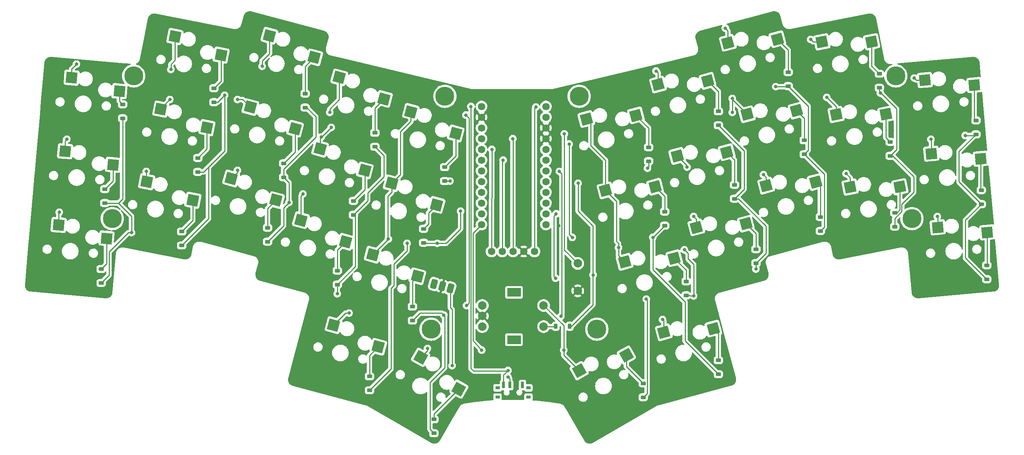
<source format=gbr>
%TF.GenerationSoftware,KiCad,Pcbnew,7.0.2*%
%TF.CreationDate,2023-06-30T23:19:36+02:00*%
%TF.ProjectId,Qeshda,51657368-6461-42e6-9b69-6361645f7063,rev?*%
%TF.SameCoordinates,Original*%
%TF.FileFunction,Copper,L2,Bot*%
%TF.FilePolarity,Positive*%
%FSLAX46Y46*%
G04 Gerber Fmt 4.6, Leading zero omitted, Abs format (unit mm)*
G04 Created by KiCad (PCBNEW 7.0.2) date 2023-06-30 23:19:36*
%MOMM*%
%LPD*%
G01*
G04 APERTURE LIST*
G04 Aperture macros list*
%AMRoundRect*
0 Rectangle with rounded corners*
0 $1 Rounding radius*
0 $2 $3 $4 $5 $6 $7 $8 $9 X,Y pos of 4 corners*
0 Add a 4 corners polygon primitive as box body*
4,1,4,$2,$3,$4,$5,$6,$7,$8,$9,$2,$3,0*
0 Add four circle primitives for the rounded corners*
1,1,$1+$1,$2,$3*
1,1,$1+$1,$4,$5*
1,1,$1+$1,$6,$7*
1,1,$1+$1,$8,$9*
0 Add four rect primitives between the rounded corners*
20,1,$1+$1,$2,$3,$4,$5,0*
20,1,$1+$1,$4,$5,$6,$7,0*
20,1,$1+$1,$6,$7,$8,$9,0*
20,1,$1+$1,$8,$9,$2,$3,0*%
%AMRotRect*
0 Rectangle, with rotation*
0 The origin of the aperture is its center*
0 $1 length*
0 $2 width*
0 $3 Rotation angle, in degrees counterclockwise*
0 Add horizontal line*
21,1,$1,$2,0,0,$3*%
G04 Aperture macros list end*
%TA.AperFunction,SMDPad,CuDef*%
%ADD10RotRect,2.600000X2.600000X345.000000*%
%TD*%
%TA.AperFunction,ComponentPad*%
%ADD11C,4.500000*%
%TD*%
%TA.AperFunction,ComponentPad*%
%ADD12C,2.000000*%
%TD*%
%TA.AperFunction,ComponentPad*%
%ADD13R,3.200000X2.000000*%
%TD*%
%TA.AperFunction,SMDPad,CuDef*%
%ADD14RotRect,2.600000X2.600000X355.000000*%
%TD*%
%TA.AperFunction,SMDPad,CuDef*%
%ADD15RotRect,2.600000X2.600000X15.000000*%
%TD*%
%TA.AperFunction,SMDPad,CuDef*%
%ADD16RotRect,2.600000X2.600000X11.000000*%
%TD*%
%TA.AperFunction,ComponentPad*%
%ADD17RoundRect,0.375000X0.556336X0.627387X-0.168108X0.821502X-0.556336X-0.627387X0.168108X-0.821502X0*%
%TD*%
%TA.AperFunction,SMDPad,CuDef*%
%ADD18RotRect,2.600000X2.600000X5.000000*%
%TD*%
%TA.AperFunction,SMDPad,CuDef*%
%ADD19RotRect,2.600000X2.600000X349.000000*%
%TD*%
%TA.AperFunction,SMDPad,CuDef*%
%ADD20RotRect,2.600000X2.600000X29.000000*%
%TD*%
%TA.AperFunction,ComponentPad*%
%ADD21C,1.752600*%
%TD*%
%TA.AperFunction,SMDPad,CuDef*%
%ADD22RotRect,2.600000X2.600000X331.000000*%
%TD*%
%TA.AperFunction,SMDPad,CuDef*%
%ADD23RoundRect,0.225000X0.375000X-0.225000X0.375000X0.225000X-0.375000X0.225000X-0.375000X-0.225000X0*%
%TD*%
%TA.AperFunction,SMDPad,CuDef*%
%ADD24RoundRect,0.225000X0.225000X0.375000X-0.225000X0.375000X-0.225000X-0.375000X0.225000X-0.375000X0*%
%TD*%
%TA.AperFunction,SMDPad,CuDef*%
%ADD25R,1.000000X0.800000*%
%TD*%
%TA.AperFunction,SMDPad,CuDef*%
%ADD26R,0.700000X1.500000*%
%TD*%
%TA.AperFunction,ViaPad*%
%ADD27C,0.800000*%
%TD*%
%TA.AperFunction,Conductor*%
%ADD28C,0.250000*%
%TD*%
G04 APERTURE END LIST*
D10*
%TO.P,SW20,1,1*%
%TO.N,row_2*%
X103582630Y-76568514D03*
%TO.P,SW20,2,2*%
%TO.N,Net-(D20-A)*%
X114169672Y-81682912D03*
%TD*%
D11*
%TO.P,,1*%
%TO.N,N/C*%
X244348000Y-42418000D03*
%TD*%
D12*
%TO.P,SW26,A,A*%
%TO.N,EncL*%
X146500000Y-96750000D03*
%TO.P,SW26,B,B*%
%TO.N,EncR*%
X146500000Y-101750000D03*
%TO.P,SW26,C,C*%
%TO.N,GND*%
X146500000Y-99250000D03*
D13*
%TO.P,SW26,MP*%
%TO.N,N/C*%
X154000000Y-93650000D03*
X154000000Y-104850000D03*
D12*
%TO.P,SW26,S1,S1*%
%TO.N,Net-(D25-A)*%
X161000000Y-101750000D03*
%TO.P,SW26,S2,S2*%
%TO.N,row_4*%
X161000000Y-96750000D03*
%TD*%
D14*
%TO.P,SW1,1,1*%
%TO.N,row_0*%
X49305375Y-42829764D03*
%TO.P,SW1,2,2*%
%TO.N,Net-(D1-A)*%
X60619682Y-46028043D03*
%TD*%
D11*
%TO.P,,1*%
%TO.N,N/C*%
X137636000Y-47244000D03*
%TD*%
D15*
%TO.P,SW21,1,1*%
%TO.N,row_2*%
X197143458Y-78263779D03*
%TO.P,SW21,2,2*%
%TO.N,Net-(D21-A)*%
X208869304Y-77399457D03*
%TD*%
D16*
%TO.P,SW23,1,1*%
%TO.N,row_2*%
X233546495Y-68727402D03*
%TO.P,SW23,2,2*%
%TO.N,Net-(D23-A)*%
X245304070Y-68683139D03*
%TD*%
%TO.P,SW7,1,1*%
%TO.N,row_0*%
X226868180Y-34370451D03*
%TO.P,SW7,2,2*%
%TO.N,Net-(D7-A)*%
X238625755Y-34326188D03*
%TD*%
D15*
%TO.P,SW32,1,1*%
%TO.N,row_3*%
X171121030Y-52625268D03*
%TO.P,SW32,2,2*%
%TO.N,Net-(D31-A)*%
X182846876Y-51760946D03*
%TD*%
D17*
%TO.P,J1,3,Pin_3*%
%TO.N,bat+*%
X138938000Y-92710000D03*
%TO.P,J1,2,Pin_2*%
%TO.N,GND*%
X137006148Y-92192362D03*
%TO.P,J1,1,Pin_1*%
%TO.N,bat+*%
X135074296Y-91674724D03*
%TD*%
D10*
%TO.P,SW37,1,1*%
%TO.N,row_4*%
X111290832Y-101409997D03*
%TO.P,SW37,2,2*%
%TO.N,Net-(D35-A)*%
X121877874Y-106524395D03*
%TD*%
D15*
%TO.P,SW30,1,1*%
%TO.N,row_3*%
X180179697Y-86432672D03*
%TO.P,SW30,2,2*%
%TO.N,Net-(D29-A)*%
X191905543Y-85568350D03*
%TD*%
D18*
%TO.P,SW16,1,1*%
%TO.N,row_1*%
X252747677Y-60834042D03*
%TO.P,SW16,2,2*%
%TO.N,Net-(D16-A)*%
X264445469Y-62019022D03*
%TD*%
D15*
%TO.P,SW5,1,1*%
%TO.N,row_0*%
X188084791Y-44456376D03*
%TO.P,SW5,2,2*%
%TO.N,Net-(D5-A)*%
X199810637Y-43592054D03*
%TD*%
D11*
%TO.P,,1*%
%TO.N,N/C*%
X248158000Y-76200000D03*
%TD*%
D12*
%TO.P,SW34,1,1*%
%TO.N,RESET*%
X169076000Y-86793000D03*
%TO.P,SW34,2,2*%
%TO.N,GND*%
X169076000Y-93293000D03*
%TD*%
D10*
%TO.P,SW12,1,1*%
%TO.N,row_1*%
X108111963Y-59664812D03*
%TO.P,SW12,2,2*%
%TO.N,Net-(D12-A)*%
X118699005Y-64779210D03*
%TD*%
D19*
%TO.P,SW2,1,1*%
%TO.N,row_0*%
X73755064Y-33120652D03*
%TO.P,SW2,2,2*%
%TO.N,Net-(D2-A)*%
X84673078Y-37484076D03*
%TD*%
D15*
%TO.P,SW14,1,1*%
%TO.N,row_1*%
X209124952Y-51500815D03*
%TO.P,SW14,2,2*%
%TO.N,Net-(D14-A)*%
X220850798Y-50636493D03*
%TD*%
D10*
%TO.P,SW19,1,1*%
%TO.N,row_2*%
X87071802Y-66709252D03*
%TO.P,SW19,2,2*%
%TO.N,Net-(D19-A)*%
X97658844Y-71823650D03*
%TD*%
%TO.P,SW4,1,1*%
%TO.N,row_0*%
X112641297Y-42761111D03*
%TO.P,SW4,2,2*%
%TO.N,Net-(D4-A)*%
X123228339Y-47875509D03*
%TD*%
%TO.P,SW3,1,1*%
%TO.N,row_0*%
X96130469Y-32901848D03*
%TO.P,SW3,2,2*%
%TO.N,Net-(D3-A)*%
X106717511Y-38016246D03*
%TD*%
D19*
%TO.P,SW18,1,1*%
%TO.N,row_2*%
X67076749Y-67477603D03*
%TO.P,SW18,2,2*%
%TO.N,Net-(D18-A)*%
X77994763Y-71841027D03*
%TD*%
D15*
%TO.P,SW13,1,1*%
%TO.N,row_1*%
X192614124Y-61360077D03*
%TO.P,SW13,2,2*%
%TO.N,Net-(D13-A)*%
X204339970Y-60495755D03*
%TD*%
D20*
%TO.P,SW39,1,1*%
%TO.N,row_4*%
X169412448Y-112191176D03*
%TO.P,SW39,2,2*%
%TO.N,Net-(D37-A)*%
X180580888Y-108515788D03*
%TD*%
D10*
%TO.P,SW28,1,1*%
%TO.N,row_3*%
X125075725Y-67833705D03*
%TO.P,SW28,2,2*%
%TO.N,Net-(D27-A)*%
X135662767Y-72948103D03*
%TD*%
D11*
%TO.P,,1*%
%TO.N,N/C*%
X169418000Y-47244000D03*
%TD*%
%TO.P,,1*%
%TO.N,N/C*%
X173598000Y-102362000D03*
%TD*%
D15*
%TO.P,SW6,1,1*%
%TO.N,row_0*%
X204595619Y-34597113D03*
%TO.P,SW6,2,2*%
%TO.N,Net-(D6-A)*%
X216321465Y-33732791D03*
%TD*%
D14*
%TO.P,SW9,1,1*%
%TO.N,row_1*%
X47780150Y-60263171D03*
%TO.P,SW9,2,2*%
%TO.N,Net-(D9-A)*%
X59094457Y-63461450D03*
%TD*%
%TO.P,SW17,1,1*%
%TO.N,row_2*%
X46254924Y-77696578D03*
%TO.P,SW17,2,2*%
%TO.N,Net-(D17-A)*%
X57569231Y-80894857D03*
%TD*%
D19*
%TO.P,SW10,1,1*%
%TO.N,row_1*%
X70415906Y-50299127D03*
%TO.P,SW10,2,2*%
%TO.N,Net-(D10-A)*%
X81333920Y-54662551D03*
%TD*%
D15*
%TO.P,SW40,1,1*%
%TO.N,row_4*%
X189435256Y-103105262D03*
%TO.P,SW40,2,2*%
%TO.N,Net-(D38-A)*%
X201161102Y-102240940D03*
%TD*%
D10*
%TO.P,SW27,1,1*%
%TO.N,row_3*%
X129605058Y-50930003D03*
%TO.P,SW27,2,2*%
%TO.N,Net-(D26-A)*%
X140192100Y-56044401D03*
%TD*%
%TO.P,SW29,1,1*%
%TO.N,row_3*%
X120546391Y-84737407D03*
%TO.P,SW29,2,2*%
%TO.N,Net-(D28-A)*%
X131133433Y-89851805D03*
%TD*%
D18*
%TO.P,SW8,1,1*%
%TO.N,row_0*%
X251222452Y-43400635D03*
%TO.P,SW8,2,2*%
%TO.N,Net-(D8-A)*%
X262920244Y-44585615D03*
%TD*%
D11*
%TO.P,,1*%
%TO.N,N/C*%
X134366000Y-102362000D03*
%TD*%
D16*
%TO.P,SW15,1,1*%
%TO.N,row_1*%
X230207338Y-51548926D03*
%TO.P,SW15,2,2*%
%TO.N,Net-(D15-A)*%
X241964913Y-51504663D03*
%TD*%
D15*
%TO.P,SW31,1,1*%
%TO.N,row_3*%
X175650363Y-69528970D03*
%TO.P,SW31,2,2*%
%TO.N,Net-(D30-A)*%
X187376209Y-68664648D03*
%TD*%
D21*
%TO.P,Display1,1,MOSI*%
%TO.N,MOSI*%
X148670000Y-83980000D03*
%TO.P,Display1,2,SCK*%
%TO.N,SCK*%
X151210000Y-83980000D03*
%TO.P,Display1,3,VCC*%
%TO.N,3V3*%
X153750000Y-83980000D03*
%TO.P,Display1,4,GND*%
%TO.N,GND*%
X156290000Y-83980000D03*
%TO.P,Display1,5,CS*%
%TO.N,NVCS*%
X158830000Y-83980000D03*
%TD*%
D18*
%TO.P,SW24,1,1*%
%TO.N,row_2*%
X254272903Y-78267449D03*
%TO.P,SW24,2,2*%
%TO.N,Net-(D24-A)*%
X265970695Y-79452429D03*
%TD*%
D22*
%TO.P,SW38,1,1*%
%TO.N,row_4*%
X131911695Y-109015672D03*
%TO.P,SW38,2,2*%
%TO.N,Net-(D36-A)*%
X140946972Y-116539388D03*
%TD*%
D10*
%TO.P,SW11,1,1*%
%TO.N,row_1*%
X91601136Y-49805550D03*
%TO.P,SW11,2,2*%
%TO.N,Net-(D11-A)*%
X102188178Y-54919948D03*
%TD*%
D15*
%TO.P,SW22,1,1*%
%TO.N,row_2*%
X213654286Y-68404517D03*
%TO.P,SW22,2,2*%
%TO.N,Net-(D22-A)*%
X225380132Y-67540195D03*
%TD*%
D11*
%TO.P,,1*%
%TO.N,N/C*%
X64008000Y-42418000D03*
%TD*%
%TO.P,,1*%
%TO.N,N/C*%
X58928000Y-76200000D03*
%TD*%
D23*
%TO.P,D14,1,K*%
%TO.N,col_5*%
X222670000Y-60960000D03*
%TO.P,D14,2,A*%
%TO.N,Net-(D14-A)*%
X222670000Y-57660000D03*
%TD*%
%TO.P,D13,1,K*%
%TO.N,col_4*%
X206160000Y-71500000D03*
%TO.P,D13,2,A*%
%TO.N,Net-(D13-A)*%
X206160000Y-68200000D03*
%TD*%
%TO.P,D9,1,K*%
%TO.N,col_0*%
X57150000Y-72516000D03*
%TO.P,D9,2,A*%
%TO.N,Net-(D9-A)*%
X57150000Y-69216000D03*
%TD*%
%TO.P,D31,1,K*%
%TO.N,col_6*%
X185840000Y-62610000D03*
%TO.P,D31,2,A*%
%TO.N,Net-(D31-A)*%
X185840000Y-59310000D03*
%TD*%
%TO.P,D20,1,K*%
%TO.N,col_3*%
X112180000Y-91820000D03*
%TO.P,D20,2,A*%
%TO.N,Net-(D20-A)*%
X112180000Y-88520000D03*
%TD*%
%TO.P,D38,1,K*%
%TO.N,col_5*%
X202350000Y-113030000D03*
%TO.P,D38,2,A*%
%TO.N,Net-(D38-A)*%
X202350000Y-109730000D03*
%TD*%
%TO.P,D29,1,K*%
%TO.N,col_4*%
X194730000Y-94360000D03*
%TO.P,D29,2,A*%
%TO.N,Net-(D29-A)*%
X194730000Y-91060000D03*
%TD*%
%TO.P,D26,1,K*%
%TO.N,col_1*%
X137580000Y-67310000D03*
%TO.P,D26,2,A*%
%TO.N,Net-(D26-A)*%
X137580000Y-64010000D03*
%TD*%
%TO.P,D6,1,K*%
%TO.N,col_5*%
X218860000Y-44830000D03*
%TO.P,D6,2,A*%
%TO.N,Net-(D6-A)*%
X218860000Y-41530000D03*
%TD*%
%TO.P,D11,1,K*%
%TO.N,col_2*%
X99480000Y-66420000D03*
%TO.P,D11,2,A*%
%TO.N,Net-(D11-A)*%
X99480000Y-63120000D03*
%TD*%
%TO.P,D3,1,K*%
%TO.N,col_2*%
X104560000Y-49910000D03*
%TO.P,D3,2,A*%
%TO.N,Net-(D3-A)*%
X104560000Y-46610000D03*
%TD*%
D24*
%TO.P,D25,1,K*%
%TO.N,col_0*%
X167170000Y-101680000D03*
%TO.P,D25,2,A*%
%TO.N,Net-(D25-A)*%
X163870000Y-101680000D03*
%TD*%
D23*
%TO.P,D10,1,K*%
%TO.N,col_1*%
X79160000Y-65150000D03*
%TO.P,D10,2,A*%
%TO.N,Net-(D10-A)*%
X79160000Y-61850000D03*
%TD*%
%TO.P,D12,1,K*%
%TO.N,col_3*%
X115990000Y-75310000D03*
%TO.P,D12,2,A*%
%TO.N,Net-(D12-A)*%
X115990000Y-72010000D03*
%TD*%
%TO.P,D28,1,K*%
%TO.N,col_3*%
X129960000Y-100330000D03*
%TO.P,D28,2,A*%
%TO.N,Net-(D28-A)*%
X129960000Y-97030000D03*
%TD*%
%TO.P,D24,1,K*%
%TO.N,col_7*%
X265850000Y-90550000D03*
%TO.P,D24,2,A*%
%TO.N,Net-(D24-A)*%
X265850000Y-87250000D03*
%TD*%
%TO.P,D16,1,K*%
%TO.N,col_7*%
X264580000Y-72770000D03*
%TO.P,D16,2,A*%
%TO.N,Net-(D16-A)*%
X264580000Y-69470000D03*
%TD*%
%TO.P,D18,1,K*%
%TO.N,col_1*%
X75350000Y-82550000D03*
%TO.P,D18,2,A*%
%TO.N,Net-(D18-A)*%
X75350000Y-79250000D03*
%TD*%
%TO.P,D30,1,K*%
%TO.N,col_5*%
X189650000Y-77850000D03*
%TO.P,D30,2,A*%
%TO.N,Net-(D30-A)*%
X189650000Y-74550000D03*
%TD*%
%TO.P,D8,1,K*%
%TO.N,col_7*%
X263310000Y-56260000D03*
%TO.P,D8,2,A*%
%TO.N,Net-(D8-A)*%
X263310000Y-52960000D03*
%TD*%
%TO.P,D21,1,K*%
%TO.N,col_4*%
X211240000Y-86740000D03*
%TO.P,D21,2,A*%
%TO.N,Net-(D21-A)*%
X211240000Y-83440000D03*
%TD*%
%TO.P,D4,1,K*%
%TO.N,col_3*%
X121070000Y-59180000D03*
%TO.P,D4,2,A*%
%TO.N,Net-(D4-A)*%
X121070000Y-55880000D03*
%TD*%
%TO.P,D7,1,K*%
%TO.N,col_6*%
X240450000Y-45210000D03*
%TO.P,D7,2,A*%
%TO.N,Net-(D7-A)*%
X240450000Y-41910000D03*
%TD*%
D25*
%TO.P,SW33,*%
%TO.N,*%
X157404418Y-118457091D03*
X157404418Y-116247091D03*
X150104418Y-118457091D03*
X150104418Y-116247091D03*
D26*
%TO.P,SW33,1,A*%
%TO.N,unconnected-(SW33-A-Pad1)*%
X156004418Y-115597091D03*
%TO.P,SW33,2,B*%
%TO.N,bat+*%
X153004418Y-115597091D03*
%TO.P,SW33,3,C*%
%TO.N,RAW*%
X151504418Y-115597091D03*
%TD*%
D21*
%TO.P,U1,1,TX0/P0.06*%
%TO.N,NVCS*%
X161544000Y-49656750D03*
%TO.P,U1,2,RX1/P0.08*%
%TO.N,EncL*%
X161544000Y-52196750D03*
%TO.P,U1,3,GND*%
%TO.N,GND*%
X161544000Y-54736750D03*
%TO.P,U1,4,GND*%
X161544000Y-57276750D03*
%TO.P,U1,5,P0.17*%
%TO.N,MOSI*%
X161544000Y-59816750D03*
%TO.P,U1,6,P0.20*%
%TO.N,SCK*%
X161544000Y-62356750D03*
%TO.P,U1,7,P0.22*%
%TO.N,EncR*%
X161544000Y-64896750D03*
%TO.P,U1,8,P0.24*%
%TO.N,col_0*%
X161544000Y-67436750D03*
%TO.P,U1,9,P1.00*%
%TO.N,col_1*%
X161544000Y-69976750D03*
%TO.P,U1,10,P0.11*%
%TO.N,col_2*%
X161544000Y-72516750D03*
%TO.P,U1,11,P1.04*%
%TO.N,col_3*%
X161544000Y-75056750D03*
%TO.P,U1,12,P1.06*%
%TO.N,col_4*%
X161544000Y-77596750D03*
%TO.P,U1,13,NFC1/P0.09*%
%TO.N,row_4*%
X146304000Y-77596750D03*
%TO.P,U1,14,NFC2/P0.10*%
%TO.N,row_3*%
X146304000Y-75056750D03*
%TO.P,U1,15,P1.11*%
%TO.N,row_2*%
X146304000Y-72516750D03*
%TO.P,U1,16,P1.13*%
%TO.N,row_1*%
X146304000Y-69976750D03*
%TO.P,U1,17,P1.15*%
%TO.N,row_0*%
X146304000Y-67436750D03*
%TO.P,U1,18,AIN0/P0.02*%
%TO.N,col_7*%
X146304000Y-64896750D03*
%TO.P,U1,19,AIN5/P0.29*%
%TO.N,col_6*%
X146304000Y-62356750D03*
%TO.P,U1,20,AIN7/P0.31*%
%TO.N,col_5*%
X146304000Y-59816750D03*
%TO.P,U1,21,VCC*%
%TO.N,3V3*%
X146304000Y-57276750D03*
%TO.P,U1,22,RST*%
%TO.N,RESET*%
X146304000Y-54736750D03*
%TO.P,U1,23,GND*%
%TO.N,GND*%
X146304000Y-52196750D03*
%TO.P,U1,24,BATIN/P0.04*%
%TO.N,RAW*%
X146304000Y-49656750D03*
%TD*%
D23*
%TO.P,D27,1,K*%
%TO.N,col_2*%
X132588000Y-81914000D03*
%TO.P,D27,2,A*%
%TO.N,Net-(D27-A)*%
X132588000Y-78614000D03*
%TD*%
%TO.P,D5,1,K*%
%TO.N,col_4*%
X202350000Y-54100000D03*
%TO.P,D5,2,A*%
%TO.N,Net-(D5-A)*%
X202350000Y-50800000D03*
%TD*%
%TO.P,D19,1,K*%
%TO.N,col_2*%
X95670000Y-81660000D03*
%TO.P,D19,2,A*%
%TO.N,Net-(D19-A)*%
X95670000Y-78360000D03*
%TD*%
%TO.P,D15,1,K*%
%TO.N,col_6*%
X242990000Y-61340000D03*
%TO.P,D15,2,A*%
%TO.N,Net-(D15-A)*%
X242990000Y-58040000D03*
%TD*%
%TO.P,D36,1,K*%
%TO.N,col_3*%
X135040000Y-127000000D03*
%TO.P,D36,2,A*%
%TO.N,Net-(D36-A)*%
X135040000Y-123700000D03*
%TD*%
%TO.P,D23,1,K*%
%TO.N,col_6*%
X244094000Y-78104000D03*
%TO.P,D23,2,A*%
%TO.N,Net-(D23-A)*%
X244094000Y-74804000D03*
%TD*%
%TO.P,D22,1,K*%
%TO.N,col_5*%
X226480000Y-79120000D03*
%TO.P,D22,2,A*%
%TO.N,Net-(D22-A)*%
X226480000Y-75820000D03*
%TD*%
%TO.P,D2,1,K*%
%TO.N,col_1*%
X82970000Y-48640000D03*
%TO.P,D2,2,A*%
%TO.N,Net-(D2-A)*%
X82970000Y-45340000D03*
%TD*%
%TO.P,D35,1,K*%
%TO.N,col_2*%
X119800000Y-116840000D03*
%TO.P,D35,2,A*%
%TO.N,Net-(D35-A)*%
X119800000Y-113540000D03*
%TD*%
%TO.P,D37,1,K*%
%TO.N,col_4*%
X184570000Y-118490000D03*
%TO.P,D37,2,A*%
%TO.N,Net-(D37-A)*%
X184570000Y-115190000D03*
%TD*%
%TO.P,D1,1,K*%
%TO.N,col_0*%
X61380000Y-52450000D03*
%TO.P,D1,2,A*%
%TO.N,Net-(D1-A)*%
X61380000Y-49150000D03*
%TD*%
%TO.P,D17,1,K*%
%TO.N,col_0*%
X56300000Y-91440000D03*
%TO.P,D17,2,A*%
%TO.N,Net-(D17-A)*%
X56300000Y-88140000D03*
%TD*%
D27*
%TO.N,GND*%
X135128000Y-95250000D03*
X140716000Y-84074000D03*
X137160000Y-88646000D03*
%TO.N,col_0*%
X169164000Y-67818000D03*
X172720000Y-89535000D03*
X63500000Y-79502000D03*
%TO.N,col_1*%
X85510000Y-46990000D03*
X138850000Y-67310000D03*
%TO.N,col_2*%
X128690000Y-82042000D03*
X141351000Y-74422000D03*
X100750000Y-72390000D03*
X135824016Y-82042000D03*
%TO.N,col_3*%
X112180000Y-93980000D03*
X163957000Y-75056750D03*
X163830000Y-90297000D03*
X137369788Y-99022500D03*
%TO.N,col_4*%
X196508000Y-94488000D03*
X211240000Y-88138000D03*
X185293000Y-95250000D03*
X194310000Y-83566000D03*
%TO.N,col_5*%
X167806000Y-80645000D03*
X215939000Y-44958000D03*
X186856000Y-80645000D03*
X167044000Y-58547000D03*
%TO.N,col_6*%
X185586000Y-64262000D03*
X240704000Y-46482000D03*
%TO.N,col_7*%
X260770000Y-56515000D03*
%TO.N,SCK*%
X151423000Y-62357000D03*
%TO.N,3V3*%
X153709000Y-57277000D03*
%TO.N,GND*%
X156122000Y-64770000D03*
X192786000Y-89154000D03*
X116459000Y-56515000D03*
X195072000Y-87122000D03*
X133477000Y-62357000D03*
X130976000Y-86106000D03*
X170434000Y-81153000D03*
X155956000Y-59436000D03*
X243498000Y-55372000D03*
X140716000Y-52832000D03*
X210986000Y-57912000D03*
X156249000Y-67437000D03*
X164592000Y-77851000D03*
X180633000Y-65278000D03*
X211836000Y-78232000D03*
X134366000Y-65659000D03*
X264326000Y-76454000D03*
X156464000Y-76200000D03*
X121578000Y-76454000D03*
X156503000Y-57150000D03*
X262548000Y-68326000D03*
X121158000Y-66548000D03*
X181014000Y-62103000D03*
X188976000Y-65024000D03*
X126150000Y-79248000D03*
X149860000Y-62230000D03*
X182245000Y-80899000D03*
X140843000Y-65786000D03*
X165100000Y-53848000D03*
X156210000Y-62484000D03*
X175514000Y-80772000D03*
X61722000Y-78994000D03*
X150114000Y-53594000D03*
X156210000Y-71501000D03*
X213780000Y-29972000D03*
X240792000Y-39624000D03*
X236728000Y-47498000D03*
X181903000Y-58547000D03*
X164084000Y-72644000D03*
X154178000Y-49530000D03*
X155956000Y-53848000D03*
X207176000Y-60706000D03*
X199175000Y-56896000D03*
X199810000Y-33020000D03*
%TO.N,NVCS*%
X159170000Y-49784000D03*
%TO.N,row_0*%
X110402000Y-51054000D03*
X204001000Y-31115000D03*
X50458000Y-39624000D03*
X224194000Y-33782000D03*
X94400000Y-40132000D03*
X72810000Y-40894000D03*
X248705000Y-42926000D03*
X187618000Y-41275000D03*
%TO.N,row_1*%
X48172000Y-57404000D03*
X205652000Y-51054000D03*
X88558000Y-48006000D03*
X205652000Y-47752000D03*
X110744000Y-54610000D03*
X72556000Y-48006000D03*
X228004000Y-47498000D03*
X108370000Y-56896000D03*
X252642000Y-57404000D03*
X194945000Y-64008000D03*
%TO.N,row_2*%
X88558000Y-64770000D03*
X232576000Y-65532000D03*
X104052000Y-70358000D03*
X46394000Y-74676000D03*
X254166000Y-75692000D03*
X196508000Y-75692000D03*
X213018000Y-65786000D03*
X66968000Y-65024000D03*
%TO.N,bat+*%
X139358000Y-110998000D03*
X152566000Y-113665000D03*
%TO.N,RAW*%
X143803000Y-49657000D03*
X152566000Y-112141000D03*
%TO.N,row_3*%
X124245000Y-81026000D03*
X178728000Y-83058000D03*
%TO.N,row_4*%
X133516000Y-106934000D03*
X189142000Y-100076000D03*
X146343000Y-107315000D03*
X165774000Y-107315000D03*
X114974000Y-98552000D03*
%TO.N,MOSI*%
X148756000Y-59817000D03*
%TO.N,RESET*%
X165901000Y-56134000D03*
%TO.N,EncL*%
X142748000Y-96768396D03*
X142621000Y-51689000D03*
%TO.N,EncR*%
X164719000Y-65024000D03*
X165100000Y-99314000D03*
%TD*%
D28*
%TO.N,bat+*%
X138938000Y-97306000D02*
X138938000Y-92710000D01*
X139358000Y-97726000D02*
X138938000Y-97306000D01*
X139358000Y-110998000D02*
X139358000Y-97726000D01*
%TO.N,EncL*%
X143353000Y-96163396D02*
X143353000Y-52421000D01*
X143353000Y-52421000D02*
X142621000Y-51689000D01*
X142748000Y-96768396D02*
X143353000Y-96163396D01*
%TO.N,col_0*%
X58166000Y-84074000D02*
X62738000Y-79502000D01*
X63500000Y-75652000D02*
X60364000Y-72516000D01*
X56300000Y-91440000D02*
X58166000Y-89574000D01*
X172678544Y-89493544D02*
X172678544Y-77936544D01*
X61380000Y-52450000D02*
X61380000Y-71500000D01*
X58166000Y-89574000D02*
X58166000Y-84074000D01*
X62738000Y-79502000D02*
X63500000Y-79502000D01*
X61380000Y-71500000D02*
X60364000Y-72516000D01*
X167170000Y-101680000D02*
X167560000Y-101680000D01*
X169164000Y-74422000D02*
X169164000Y-67818000D01*
X172678544Y-89576456D02*
X172720000Y-89535000D01*
X60364000Y-72516000D02*
X57150000Y-72516000D01*
X169164000Y-74422000D02*
X172678544Y-77936544D01*
X172678544Y-96561456D02*
X172678544Y-89576456D01*
X172720000Y-89535000D02*
X172678544Y-89493544D01*
X167560000Y-101680000D02*
X172678544Y-96561456D01*
X63500000Y-79502000D02*
X63500000Y-75652000D01*
%TO.N,Net-(D1-A)*%
X60619682Y-48389682D02*
X61380000Y-49150000D01*
X60619682Y-46028043D02*
X60619682Y-48389682D01*
%TO.N,col_1*%
X85510000Y-46990000D02*
X85510000Y-60180024D01*
X137580000Y-67310000D02*
X138850000Y-67310000D01*
X83860000Y-48640000D02*
X85510000Y-46990000D01*
X82970000Y-48640000D02*
X83860000Y-48640000D01*
X80540024Y-65150000D02*
X81700000Y-63990024D01*
X85510000Y-60180024D02*
X81700000Y-63990024D01*
X79160000Y-65150000D02*
X80540024Y-65150000D01*
X81700000Y-76200000D02*
X75350000Y-82550000D01*
X81700000Y-63990024D02*
X81700000Y-76200000D01*
%TO.N,Net-(D2-A)*%
X84673078Y-37484076D02*
X84673078Y-43636922D01*
X84673078Y-43636922D02*
X82970000Y-45340000D01*
%TO.N,col_2*%
X132716000Y-82042000D02*
X132588000Y-81914000D01*
X99472007Y-73667993D02*
X99472007Y-77857993D01*
X99480000Y-66420000D02*
X99480000Y-64490648D01*
X107100000Y-56870648D02*
X107100000Y-52070000D01*
X99472007Y-77857993D02*
X95670000Y-81660000D01*
X104940000Y-49910000D02*
X104560000Y-49910000D01*
X100750000Y-67690000D02*
X99480000Y-66420000D01*
X124880000Y-111760000D02*
X119800000Y-116840000D01*
X128690000Y-83820000D02*
X125584799Y-86925201D01*
X135824016Y-82042000D02*
X132716000Y-82042000D01*
X135824016Y-82042000D02*
X137924971Y-82042000D01*
X107100000Y-52070000D02*
X104940000Y-49910000D01*
X99480000Y-64490648D02*
X100075648Y-63895000D01*
X128690000Y-82042000D02*
X128690000Y-83820000D01*
X125584799Y-86925201D02*
X125584799Y-92005201D01*
X100405000Y-63565648D02*
X107100000Y-56870648D01*
X125584799Y-92005201D02*
X124880000Y-92710000D01*
X124880000Y-92710000D02*
X124880000Y-111760000D01*
X100750000Y-72390000D02*
X99472007Y-73667993D01*
X100082817Y-63895000D02*
X100405000Y-63572817D01*
X137924971Y-82042000D02*
X141351000Y-78615971D01*
X100750000Y-72390000D02*
X100750000Y-67690000D01*
X100075648Y-63895000D02*
X100082817Y-63895000D01*
X141351000Y-78615971D02*
X141351000Y-74422000D01*
X100405000Y-63572817D02*
X100405000Y-63565648D01*
%TO.N,Net-(D3-A)*%
X106717511Y-38016246D02*
X104560000Y-40173757D01*
X104560000Y-40173757D02*
X104560000Y-46610000D01*
%TO.N,col_3*%
X163449000Y-75564750D02*
X163449000Y-89916000D01*
X163449000Y-89916000D02*
X163830000Y-90297000D01*
X112180000Y-93980000D02*
X112180000Y-91820000D01*
X123190000Y-66294000D02*
X123190000Y-61300000D01*
X134115000Y-114971000D02*
X134115000Y-126075000D01*
X116435768Y-75755768D02*
X115990000Y-75310000D01*
X137580000Y-111506000D02*
X134115000Y-114971000D01*
X123190000Y-61300000D02*
X121070000Y-59180000D01*
X136899288Y-98552000D02*
X131738000Y-98552000D01*
X134115000Y-126075000D02*
X135040000Y-127000000D01*
X137580000Y-99232712D02*
X137580000Y-111506000D01*
X131738000Y-98552000D02*
X129960000Y-100330000D01*
X116435768Y-87564232D02*
X116435768Y-75755768D01*
X119380000Y-70104000D02*
X123190000Y-66294000D01*
X115990000Y-75310000D02*
X119380000Y-71920000D01*
X137369788Y-99022500D02*
X137580000Y-99232712D01*
X112180000Y-91820000D02*
X116435768Y-87564232D01*
X137369788Y-99022500D02*
X136899288Y-98552000D01*
X163957000Y-75056750D02*
X163449000Y-75564750D01*
X119380000Y-71920000D02*
X119380000Y-70104000D01*
%TO.N,Net-(D4-A)*%
X121070000Y-50033848D02*
X121070000Y-55880000D01*
X123228339Y-47875509D02*
X121070000Y-50033848D01*
%TO.N,col_4*%
X194730000Y-94360000D02*
X196508000Y-94488000D01*
X196508000Y-87034000D02*
X196508000Y-94488000D01*
X208446000Y-60196000D02*
X202350000Y-54100000D01*
X195180000Y-85706000D02*
X196508000Y-87034000D01*
X213614000Y-77978000D02*
X207136000Y-71500000D01*
X194310000Y-83566000D02*
X195180000Y-84436000D01*
X211240000Y-86740000D02*
X213614000Y-84366000D01*
X184570000Y-118490000D02*
X185495000Y-117565000D01*
X195180000Y-84436000D02*
X195180000Y-85706000D01*
X213614000Y-84366000D02*
X213614000Y-77978000D01*
X207136000Y-71500000D02*
X206160000Y-71500000D01*
X185495000Y-117565000D02*
X185495000Y-95452000D01*
X206160000Y-71500000D02*
X208446000Y-69214000D01*
X208446000Y-69214000D02*
X208446000Y-60196000D01*
X211240000Y-86740000D02*
X211240000Y-88138000D01*
X185293000Y-95250000D02*
X185495000Y-95452000D01*
%TO.N,Net-(D5-A)*%
X199810637Y-43592054D02*
X202350000Y-46131417D01*
X202350000Y-46131417D02*
X202350000Y-50800000D01*
%TO.N,col_5*%
X186867136Y-80633864D02*
X186867136Y-80632864D01*
X167044000Y-79883000D02*
X167806000Y-80645000D01*
X222670000Y-60960000D02*
X223595000Y-60035000D01*
X215939000Y-44958000D02*
X218732000Y-44958000D01*
X218732000Y-44958000D02*
X218860000Y-44830000D01*
X223595000Y-49565000D02*
X218860000Y-44830000D01*
X186856000Y-80645000D02*
X186867136Y-80633864D01*
X186867136Y-80656136D02*
X186856000Y-80645000D01*
X186867136Y-80632864D02*
X189650000Y-77850000D01*
X227405000Y-78195000D02*
X227405000Y-65695000D01*
X186867136Y-88313943D02*
X186867136Y-80656136D01*
X194473664Y-105153664D02*
X194473664Y-95920471D01*
X227405000Y-65695000D02*
X222670000Y-60960000D01*
X167044000Y-58547000D02*
X167044000Y-79883000D01*
X226480000Y-79120000D02*
X227405000Y-78195000D01*
X223595000Y-60035000D02*
X223595000Y-49565000D01*
X202350000Y-113030000D02*
X194473664Y-105153664D01*
X194473664Y-95920471D02*
X186867136Y-88313943D01*
%TO.N,Net-(D6-A)*%
X218860000Y-36271326D02*
X218860000Y-41530000D01*
X216321465Y-33732791D02*
X218860000Y-36271326D01*
%TO.N,col_6*%
X240450000Y-46140000D02*
X244514000Y-50204000D01*
X242990000Y-61340000D02*
X243624000Y-61340000D01*
X240450000Y-45210000D02*
X240450000Y-46140000D01*
X248578000Y-69938000D02*
X245754070Y-72761930D01*
X244514000Y-59816000D02*
X242990000Y-61340000D01*
X185840000Y-64008000D02*
X185586000Y-64262000D01*
X243624000Y-61340000D02*
X248578000Y-66294000D01*
X240450000Y-45210000D02*
X240450000Y-46228000D01*
X245754070Y-72761930D02*
X245754070Y-74521747D01*
X245754070Y-74521747D02*
X244094000Y-76181817D01*
X244094000Y-76181817D02*
X244094000Y-78104000D01*
X248578000Y-66294000D02*
X248578000Y-69938000D01*
X185840000Y-62610000D02*
X185840000Y-64008000D01*
X244514000Y-50204000D02*
X244514000Y-59816000D01*
X240450000Y-46228000D02*
X240704000Y-46482000D01*
%TO.N,Net-(D7-A)*%
X238625755Y-40085755D02*
X240450000Y-41910000D01*
X238625755Y-34326188D02*
X238625755Y-40085755D01*
%TO.N,col_7*%
X260833158Y-85533158D02*
X265850000Y-90550000D01*
X263310000Y-56260000D02*
X259307932Y-60262068D01*
X259307932Y-60262068D02*
X259307932Y-67497932D01*
X259307932Y-67497932D02*
X264580000Y-72770000D01*
X264580000Y-72770000D02*
X260833158Y-76516842D01*
X263310000Y-56260000D02*
X263055000Y-56515000D01*
X263055000Y-56515000D02*
X260770000Y-56515000D01*
X260833158Y-76516842D02*
X260833158Y-85533158D01*
%TO.N,Net-(D8-A)*%
X262920244Y-44585615D02*
X262920244Y-52570244D01*
X262920244Y-52570244D02*
X263310000Y-52960000D01*
%TO.N,Net-(D9-A)*%
X59094457Y-67271543D02*
X57150000Y-69216000D01*
X59094457Y-63461450D02*
X59094457Y-67271543D01*
%TO.N,Net-(D10-A)*%
X81333920Y-59676080D02*
X79160000Y-61850000D01*
X81333920Y-54662551D02*
X81333920Y-59676080D01*
%TO.N,Net-(D11-A)*%
X102188178Y-60411822D02*
X99480000Y-63120000D01*
X102188178Y-54919948D02*
X102188178Y-60411822D01*
%TO.N,Net-(D12-A)*%
X118699005Y-69300995D02*
X115990000Y-72010000D01*
X118699005Y-64779210D02*
X118699005Y-69300995D01*
%TO.N,Net-(D13-A)*%
X206160000Y-62315785D02*
X206160000Y-68200000D01*
X204339970Y-60495755D02*
X206160000Y-62315785D01*
%TO.N,Net-(D14-A)*%
X222670000Y-52455695D02*
X222670000Y-57660000D01*
X220850798Y-50636493D02*
X222670000Y-52455695D01*
%TO.N,Net-(D15-A)*%
X241964913Y-51504663D02*
X241964913Y-57014913D01*
X241964913Y-57014913D02*
X242990000Y-58040000D01*
%TO.N,Net-(D16-A)*%
X264445469Y-69335469D02*
X264580000Y-69470000D01*
X264445469Y-62019022D02*
X264445469Y-69335469D01*
%TO.N,Net-(D17-A)*%
X57569231Y-80894857D02*
X57569231Y-86870769D01*
X57569231Y-86870769D02*
X56300000Y-88140000D01*
%TO.N,Net-(D18-A)*%
X77994763Y-71841027D02*
X77994763Y-76605237D01*
X77994763Y-76605237D02*
X75350000Y-79250000D01*
%TO.N,Net-(D19-A)*%
X97658844Y-71823650D02*
X95670000Y-73812494D01*
X95670000Y-73812494D02*
X95670000Y-78360000D01*
%TO.N,Net-(D20-A)*%
X114169672Y-81682912D02*
X112180000Y-83672584D01*
X112180000Y-83672584D02*
X112180000Y-88520000D01*
%TO.N,Net-(D21-A)*%
X208869304Y-77399457D02*
X211240000Y-79770153D01*
X211240000Y-79770153D02*
X211240000Y-83440000D01*
%TO.N,Net-(D22-A)*%
X226480000Y-68640063D02*
X226480000Y-75820000D01*
X225380132Y-67540195D02*
X226480000Y-68640063D01*
%TO.N,Net-(D23-A)*%
X244608140Y-74804000D02*
X244094000Y-74804000D01*
X245304070Y-68683139D02*
X245304070Y-74108070D01*
X245304070Y-74108070D02*
X244608140Y-74804000D01*
%TO.N,Net-(D24-A)*%
X265970695Y-87129305D02*
X265850000Y-87250000D01*
X265970695Y-79452429D02*
X265970695Y-87129305D01*
%TO.N,Net-(D26-A)*%
X140192100Y-61397900D02*
X137580000Y-64010000D01*
X140192100Y-56044401D02*
X140192100Y-61397900D01*
%TO.N,Net-(D27-A)*%
X135662767Y-72948103D02*
X133770000Y-74840870D01*
X133770000Y-74840870D02*
X133770000Y-77432000D01*
X133770000Y-77432000D02*
X132588000Y-78614000D01*
%TO.N,Net-(D28-A)*%
X131133433Y-89851805D02*
X129960000Y-91025238D01*
X129960000Y-91025238D02*
X129960000Y-97030000D01*
%TO.N,Net-(D29-A)*%
X194730000Y-88392807D02*
X191905543Y-85568350D01*
X194730000Y-91060000D02*
X194730000Y-88392807D01*
%TO.N,Net-(D30-A)*%
X187376209Y-68664648D02*
X189650000Y-70938439D01*
X189650000Y-70938439D02*
X189650000Y-74550000D01*
%TO.N,Net-(D31-A)*%
X182846876Y-51760946D02*
X185840000Y-54754070D01*
X185840000Y-54754070D02*
X185840000Y-59310000D01*
%TO.N,Net-(D35-A)*%
X119800000Y-108602269D02*
X119800000Y-113540000D01*
X121877874Y-106524395D02*
X119800000Y-108602269D01*
%TO.N,Net-(D36-A)*%
X140946972Y-116539388D02*
X135040000Y-122446360D01*
X135040000Y-122446360D02*
X135040000Y-123700000D01*
%TO.N,Net-(D37-A)*%
X180580888Y-111200888D02*
X180580888Y-108515788D01*
X184570000Y-115190000D02*
X180580888Y-111200888D01*
%TO.N,Net-(D38-A)*%
X202350000Y-103429838D02*
X201161102Y-102240940D01*
X202350000Y-109730000D02*
X202350000Y-103429838D01*
%TO.N,SCK*%
X151296000Y-62357000D02*
X151210000Y-62443000D01*
X151423000Y-62357000D02*
X151296000Y-62357000D01*
X151210000Y-62443000D02*
X151210000Y-83980000D01*
%TO.N,3V3*%
X153750000Y-57318000D02*
X153750000Y-83980000D01*
X153709000Y-57277000D02*
X153750000Y-57318000D01*
%TO.N,NVCS*%
X158830000Y-50124000D02*
X158830000Y-83980000D01*
X159170000Y-49784000D02*
X158830000Y-50124000D01*
%TO.N,row_0*%
X112641297Y-48024438D02*
X110402000Y-50263735D01*
X72810000Y-39655814D02*
X73755064Y-38710750D01*
X110402000Y-50263735D02*
X110402000Y-51054000D01*
X251222452Y-43400635D02*
X249179635Y-43400635D01*
X73755064Y-38710750D02*
X73755064Y-33120652D01*
X50458000Y-39624000D02*
X49305375Y-40776625D01*
X224782451Y-34370451D02*
X224194000Y-33782000D01*
X94400000Y-40132000D02*
X94400000Y-38862000D01*
X49305375Y-40776625D02*
X49305375Y-42829764D01*
X204595619Y-34597113D02*
X204595619Y-31709619D01*
X96130469Y-37131531D02*
X96130469Y-32901848D01*
X249179635Y-43400635D02*
X248705000Y-42926000D01*
X226868180Y-34370451D02*
X224782451Y-34370451D01*
X188084791Y-44456376D02*
X188084791Y-41614791D01*
X204595619Y-31709619D02*
X204001000Y-31115000D01*
X112641297Y-42761111D02*
X112641297Y-48024438D01*
X94400000Y-38862000D02*
X96130469Y-37131531D01*
X72810000Y-40894000D02*
X72810000Y-39655814D01*
X188084791Y-41614791D02*
X187745000Y-41275000D01*
%TO.N,row_1*%
X70415906Y-50146094D02*
X72556000Y-48006000D01*
X48172000Y-57404000D02*
X47780150Y-57795850D01*
X230207338Y-51548926D02*
X230207338Y-49701338D01*
X192614124Y-61360077D02*
X194945000Y-63690953D01*
X70415906Y-50299127D02*
X70415906Y-50146094D01*
X91601136Y-49805550D02*
X89801586Y-48006000D01*
X209124952Y-51500815D02*
X205652000Y-48027863D01*
X194945000Y-63690953D02*
X194945000Y-63881000D01*
X108111963Y-57154037D02*
X108370000Y-56896000D01*
X108370000Y-56896000D02*
X108458000Y-56896000D01*
X252747677Y-60834042D02*
X252747677Y-57509677D01*
X230207338Y-49701338D02*
X228004000Y-47498000D01*
X205652000Y-51054000D02*
X205652000Y-47752000D01*
X47780150Y-57795850D02*
X47780150Y-60263171D01*
X108458000Y-56896000D02*
X110744000Y-54610000D01*
X89801586Y-48006000D02*
X88558000Y-48006000D01*
X205652000Y-48027863D02*
X205652000Y-47752000D01*
X252747677Y-57509677D02*
X252642000Y-57404000D01*
X108111963Y-59664812D02*
X108111963Y-57154037D01*
%TO.N,row_2*%
X46254924Y-74815076D02*
X46254924Y-77696578D01*
X233546495Y-68727402D02*
X233546495Y-66502495D01*
X213654286Y-68404517D02*
X213654286Y-66422286D01*
X254272903Y-75798903D02*
X254272903Y-78267449D01*
X87071802Y-66709252D02*
X88558000Y-65223054D01*
X66968000Y-67368854D02*
X67076749Y-67477603D01*
X213654286Y-66422286D02*
X213018000Y-65786000D01*
X66968000Y-65024000D02*
X66968000Y-67368854D01*
X103582630Y-70827370D02*
X103582630Y-76568514D01*
X233546495Y-66502495D02*
X232576000Y-65532000D01*
X104052000Y-70358000D02*
X103582630Y-70827370D01*
X46394000Y-74676000D02*
X46254924Y-74815076D01*
X197143458Y-76327458D02*
X196508000Y-75692000D01*
X88558000Y-65223054D02*
X88558000Y-64770000D01*
X197143458Y-78263779D02*
X197143458Y-76327458D01*
X254166000Y-75692000D02*
X254272903Y-75798903D01*
%TO.N,bat+*%
X153004418Y-115597091D02*
X153004418Y-114103418D01*
X153004418Y-114103418D02*
X152566000Y-113665000D01*
%TO.N,RAW*%
X143803000Y-111633000D02*
X144438000Y-112268000D01*
X151504418Y-113202582D02*
X151504418Y-115597091D01*
X152566000Y-112141000D02*
X151504418Y-113202582D01*
X152439000Y-112268000D02*
X152566000Y-112141000D01*
X143803000Y-49657000D02*
X143803000Y-111633000D01*
X144438000Y-112268000D02*
X152439000Y-112268000D01*
%TO.N,row_3*%
X175650363Y-62353259D02*
X172182476Y-58885372D01*
X120546391Y-84737407D02*
X124118000Y-81165798D01*
X172182476Y-58885372D02*
X172182476Y-53686714D01*
X127141801Y-55650199D02*
X129605058Y-53186942D01*
X125075725Y-67833705D02*
X127141801Y-65767629D01*
X127141801Y-65767629D02*
X127141801Y-55650199D01*
X125075725Y-69928307D02*
X125075725Y-67833705D01*
X175650363Y-69528970D02*
X175650363Y-62353259D01*
X178728000Y-82042000D02*
X178264244Y-81578244D01*
X129605058Y-53186942D02*
X129605058Y-50930003D01*
X178728000Y-84980975D02*
X180179697Y-86432672D01*
X178264244Y-72142851D02*
X175650363Y-69528970D01*
X178264244Y-81578244D02*
X178264244Y-72142851D01*
X178728000Y-82042000D02*
X178728000Y-84980975D01*
X124118000Y-70886032D02*
X125075725Y-69928307D01*
X124118000Y-81165798D02*
X124118000Y-70886032D01*
X172182476Y-53686714D02*
X171121030Y-52625268D01*
%TO.N,row_4*%
X133516000Y-107411367D02*
X133516000Y-106934000D01*
X146304000Y-77596750D02*
X144253000Y-79647750D01*
X144253000Y-105098000D02*
X146343000Y-107315000D01*
X165774000Y-108552728D02*
X169412448Y-112191176D01*
X165774000Y-101524000D02*
X161000000Y-96750000D01*
X189435256Y-103105262D02*
X189435256Y-100369256D01*
X144253000Y-79647750D02*
X144253000Y-105098000D01*
X131911695Y-109015672D02*
X133516000Y-107411367D01*
X114148829Y-98552000D02*
X114974000Y-98552000D01*
X165774000Y-106524000D02*
X165774000Y-108552728D01*
X165774000Y-107315000D02*
X165774000Y-101524000D01*
X189435256Y-100369256D02*
X189142000Y-100076000D01*
X111290832Y-101409997D02*
X114148829Y-98552000D01*
%TO.N,MOSI*%
X148670000Y-82980000D02*
X148756000Y-59817000D01*
X148670000Y-82980000D02*
X148670000Y-83980000D01*
%TO.N,RESET*%
X165901000Y-56134000D02*
X165901000Y-83618000D01*
X165901000Y-83618000D02*
X169076000Y-86793000D01*
%TO.N,Net-(D25-A)*%
X163800000Y-101750000D02*
X161000000Y-101750000D01*
X163870000Y-101680000D02*
X163800000Y-101750000D01*
%TO.N,EncR*%
X165317000Y-99097000D02*
X165317000Y-65622000D01*
X165100000Y-99314000D02*
X165317000Y-99097000D01*
X165317000Y-65622000D02*
X164719000Y-65024000D01*
%TD*%
%TA.AperFunction,Conductor*%
%TO.N,GND*%
G36*
X146040507Y-99459844D02*
G01*
X146118239Y-99580798D01*
X146226900Y-99674952D01*
X146357685Y-99734680D01*
X146367466Y-99736086D01*
X145624100Y-100479450D01*
X145613482Y-100526150D01*
X145581375Y-100563557D01*
X145480256Y-100642261D01*
X145340816Y-100793734D01*
X145311836Y-100825215D01*
X145292666Y-100854557D01*
X145175825Y-101033395D01*
X145116056Y-101169656D01*
X145071100Y-101223142D01*
X145004364Y-101243832D01*
X144937036Y-101225157D01*
X144890493Y-101173047D01*
X144878500Y-101119846D01*
X144878500Y-99878908D01*
X144898185Y-99811869D01*
X144950989Y-99766114D01*
X145020147Y-99756170D01*
X145083703Y-99785195D01*
X145116056Y-99829098D01*
X145176268Y-99966370D01*
X145276563Y-100119882D01*
X145276564Y-100119882D01*
X146016923Y-99379523D01*
X146040507Y-99459844D01*
G37*
%TD.AperFunction*%
%TA.AperFunction,Conductor*%
G36*
X145083703Y-97286440D02*
G01*
X145116056Y-97330343D01*
X145175825Y-97466604D01*
X145175827Y-97466607D01*
X145311836Y-97674785D01*
X145435153Y-97808743D01*
X145480259Y-97857741D01*
X145581374Y-97936442D01*
X145622187Y-97993152D01*
X145626300Y-98022748D01*
X146367466Y-98763913D01*
X146357685Y-98765320D01*
X146226900Y-98825048D01*
X146118239Y-98919202D01*
X146040507Y-99040156D01*
X146016923Y-99120475D01*
X145276564Y-98380116D01*
X145176266Y-98533634D01*
X145116056Y-98670901D01*
X145071100Y-98724387D01*
X145004364Y-98745077D01*
X144937036Y-98726402D01*
X144890493Y-98674292D01*
X144878500Y-98621091D01*
X144878500Y-97380153D01*
X144898185Y-97313114D01*
X144950989Y-97267359D01*
X145020147Y-97257415D01*
X145083703Y-97286440D01*
G37*
%TD.AperFunction*%
%TA.AperFunction,Conductor*%
G36*
X164628475Y-75771574D02*
G01*
X164677169Y-75821680D01*
X164691500Y-75879547D01*
X164691500Y-89584985D01*
X164671815Y-89652024D01*
X164619011Y-89697779D01*
X164549853Y-89707723D01*
X164486297Y-89678698D01*
X164475350Y-89667958D01*
X164470883Y-89662997D01*
X164435871Y-89624112D01*
X164423017Y-89614773D01*
X164282730Y-89512848D01*
X164148064Y-89452890D01*
X164094827Y-89407640D01*
X164074506Y-89340791D01*
X164074500Y-89339611D01*
X164074500Y-76052805D01*
X164094185Y-75985766D01*
X164146989Y-75940011D01*
X164172713Y-75931516D01*
X164236803Y-75917894D01*
X164236804Y-75917893D01*
X164236806Y-75917893D01*
X164357461Y-75864173D01*
X164409730Y-75840901D01*
X164494615Y-75779228D01*
X164560421Y-75755749D01*
X164628475Y-75771574D01*
G37*
%TD.AperFunction*%
%TA.AperFunction,Conductor*%
G36*
X144904088Y-49758845D02*
G01*
X144935512Y-49821249D01*
X144937111Y-49833317D01*
X144941322Y-49884140D01*
X144993651Y-50090776D01*
X144997336Y-50105328D01*
X145022938Y-50163696D01*
X145088989Y-50314279D01*
X145139944Y-50392271D01*
X145213787Y-50505297D01*
X145272770Y-50569369D01*
X145368322Y-50673167D01*
X145452696Y-50738837D01*
X145548381Y-50813311D01*
X145557009Y-50817980D01*
X145606599Y-50867200D01*
X145621706Y-50935417D01*
X145597535Y-51000972D01*
X145557010Y-51036087D01*
X145548658Y-51040606D01*
X145522089Y-51061286D01*
X146135396Y-51674593D01*
X146017588Y-51725765D01*
X145901138Y-51820504D01*
X145814567Y-51943147D01*
X145783699Y-52030001D01*
X145169935Y-51416238D01*
X145089431Y-51539459D01*
X144997810Y-51748333D01*
X144941817Y-51969446D01*
X144922982Y-52196749D01*
X144941817Y-52424053D01*
X144997811Y-52645166D01*
X145089431Y-52854041D01*
X145169934Y-52977260D01*
X145781368Y-52365827D01*
X145784594Y-52381347D01*
X145853658Y-52514636D01*
X145956123Y-52624348D01*
X146084388Y-52702348D01*
X146137166Y-52717135D01*
X145522088Y-53332212D01*
X145522089Y-53332213D01*
X145548654Y-53352890D01*
X145557007Y-53357411D01*
X145606598Y-53406631D01*
X145621706Y-53474847D01*
X145597536Y-53540403D01*
X145557009Y-53575520D01*
X145548382Y-53580188D01*
X145368322Y-53720332D01*
X145213786Y-53888204D01*
X145088989Y-54079220D01*
X144997335Y-54288174D01*
X144941322Y-54509359D01*
X144922480Y-54736749D01*
X144941322Y-54964140D01*
X144992642Y-55166794D01*
X144997336Y-55185328D01*
X145012501Y-55219901D01*
X145088989Y-55394279D01*
X145141478Y-55474620D01*
X145213787Y-55585297D01*
X145266085Y-55642107D01*
X145368322Y-55753167D01*
X145457584Y-55822641D01*
X145548381Y-55893311D01*
X145556479Y-55897693D01*
X145606071Y-55946911D01*
X145621182Y-56015127D01*
X145597013Y-56080683D01*
X145556489Y-56115800D01*
X145548385Y-56120185D01*
X145368322Y-56260332D01*
X145213786Y-56428204D01*
X145088989Y-56619220D01*
X144997335Y-56828174D01*
X144941322Y-57049359D01*
X144922480Y-57276749D01*
X144941322Y-57504140D01*
X144995183Y-57716827D01*
X144997336Y-57725328D01*
X145017933Y-57772284D01*
X145088989Y-57934279D01*
X145141585Y-58014783D01*
X145213787Y-58125297D01*
X145275590Y-58192433D01*
X145368322Y-58293167D01*
X145444345Y-58352337D01*
X145548381Y-58433311D01*
X145555950Y-58437407D01*
X145556484Y-58437696D01*
X145606074Y-58486916D01*
X145621181Y-58555133D01*
X145597009Y-58620689D01*
X145556484Y-58655804D01*
X145548382Y-58660188D01*
X145368322Y-58800332D01*
X145213786Y-58968204D01*
X145088989Y-59159220D01*
X144997335Y-59368174D01*
X144941322Y-59589359D01*
X144922480Y-59816750D01*
X144941322Y-60044140D01*
X144997335Y-60265325D01*
X144997336Y-60265328D01*
X145022031Y-60321627D01*
X145088989Y-60474279D01*
X145150647Y-60568654D01*
X145213787Y-60665297D01*
X145271889Y-60728412D01*
X145368322Y-60833167D01*
X145455970Y-60901385D01*
X145548381Y-60973311D01*
X145556475Y-60977691D01*
X145556484Y-60977696D01*
X145606074Y-61026916D01*
X145621181Y-61095133D01*
X145597009Y-61160689D01*
X145556484Y-61195804D01*
X145548382Y-61200188D01*
X145368322Y-61340332D01*
X145213786Y-61508204D01*
X145088989Y-61699220D01*
X144997335Y-61908174D01*
X144941322Y-62129359D01*
X144922480Y-62356749D01*
X144941322Y-62584140D01*
X144994410Y-62793773D01*
X144997336Y-62805328D01*
X145011713Y-62838104D01*
X145088989Y-63014279D01*
X145118534Y-63059501D01*
X145213787Y-63205297D01*
X145268549Y-63264784D01*
X145368322Y-63373167D01*
X145437853Y-63427284D01*
X145548381Y-63513311D01*
X145556475Y-63517691D01*
X145556484Y-63517696D01*
X145606074Y-63566916D01*
X145621181Y-63635133D01*
X145597009Y-63700689D01*
X145556484Y-63735804D01*
X145548382Y-63740188D01*
X145368322Y-63880332D01*
X145213786Y-64048204D01*
X145088989Y-64239220D01*
X144997335Y-64448174D01*
X144941322Y-64669359D01*
X144922480Y-64896749D01*
X144941322Y-65124140D01*
X144996934Y-65343742D01*
X144997336Y-65345328D01*
X145016669Y-65389403D01*
X145088989Y-65554279D01*
X145124738Y-65608997D01*
X145213787Y-65745297D01*
X145274219Y-65810943D01*
X145368322Y-65913167D01*
X145467383Y-65990268D01*
X145548381Y-66053311D01*
X145556479Y-66057693D01*
X145606071Y-66106911D01*
X145621182Y-66175127D01*
X145597013Y-66240683D01*
X145556489Y-66275800D01*
X145548385Y-66280185D01*
X145368322Y-66420332D01*
X145213786Y-66588204D01*
X145088989Y-66779220D01*
X144997335Y-66988174D01*
X144941322Y-67209359D01*
X144922480Y-67436749D01*
X144941322Y-67664140D01*
X144997088Y-67884348D01*
X144997336Y-67885328D01*
X145025304Y-67949090D01*
X145088989Y-68094279D01*
X145139208Y-68171145D01*
X145213787Y-68285297D01*
X145276420Y-68353334D01*
X145368322Y-68453167D01*
X145449934Y-68516687D01*
X145548381Y-68593311D01*
X145556482Y-68597695D01*
X145556484Y-68597696D01*
X145606074Y-68646916D01*
X145621181Y-68715133D01*
X145597009Y-68780689D01*
X145556484Y-68815804D01*
X145548382Y-68820188D01*
X145368322Y-68960332D01*
X145213786Y-69128204D01*
X145088989Y-69319220D01*
X144997335Y-69528174D01*
X144941322Y-69749359D01*
X144922480Y-69976750D01*
X144941322Y-70204140D01*
X144997037Y-70424149D01*
X144997336Y-70425328D01*
X145024861Y-70488079D01*
X145088989Y-70634279D01*
X145136574Y-70707113D01*
X145213787Y-70825297D01*
X145278069Y-70895125D01*
X145368322Y-70993167D01*
X145458352Y-71063239D01*
X145548381Y-71133311D01*
X145556478Y-71137693D01*
X145556484Y-71137696D01*
X145606074Y-71186916D01*
X145621181Y-71255133D01*
X145597009Y-71320689D01*
X145556484Y-71355804D01*
X145548382Y-71360188D01*
X145368322Y-71500332D01*
X145213786Y-71668204D01*
X145088989Y-71859220D01*
X144997335Y-72068174D01*
X144941322Y-72289359D01*
X144922480Y-72516750D01*
X144941322Y-72744140D01*
X144993943Y-72951930D01*
X144997336Y-72965328D01*
X145027705Y-73034564D01*
X145088989Y-73174279D01*
X145142122Y-73255605D01*
X145213787Y-73365297D01*
X145248498Y-73403003D01*
X145368322Y-73533167D01*
X145452582Y-73598748D01*
X145548381Y-73673311D01*
X145556482Y-73677695D01*
X145556484Y-73677696D01*
X145606074Y-73726916D01*
X145621181Y-73795133D01*
X145597009Y-73860689D01*
X145556484Y-73895804D01*
X145548382Y-73900188D01*
X145368322Y-74040332D01*
X145213786Y-74208204D01*
X145088989Y-74399220D01*
X144997335Y-74608174D01*
X144941322Y-74829359D01*
X144922480Y-75056750D01*
X144941322Y-75284140D01*
X144994383Y-75493667D01*
X144997336Y-75505328D01*
X145015464Y-75546655D01*
X145088989Y-75714279D01*
X145137964Y-75789241D01*
X145213787Y-75905297D01*
X145271444Y-75967929D01*
X145368322Y-76073167D01*
X145444670Y-76132590D01*
X145548381Y-76213311D01*
X145556479Y-76217693D01*
X145606071Y-76266911D01*
X145621182Y-76335127D01*
X145597013Y-76400683D01*
X145556489Y-76435800D01*
X145548385Y-76440185D01*
X145368322Y-76580332D01*
X145213786Y-76748204D01*
X145088989Y-76939220D01*
X144997335Y-77148174D01*
X144941322Y-77369359D01*
X144922480Y-77596749D01*
X144941322Y-77824137D01*
X144974683Y-77955879D01*
X144972057Y-78025700D01*
X144942158Y-78074000D01*
X144640181Y-78375978D01*
X144578858Y-78409463D01*
X144509167Y-78404479D01*
X144453233Y-78362608D01*
X144428816Y-78297143D01*
X144428500Y-78288297D01*
X144428500Y-50355687D01*
X144448185Y-50288648D01*
X144460350Y-50272714D01*
X144466123Y-50266303D01*
X144535533Y-50189216D01*
X144537115Y-50186477D01*
X144630179Y-50025284D01*
X144634541Y-50011859D01*
X144688674Y-49845256D01*
X144690215Y-49830593D01*
X144716798Y-49765982D01*
X144774095Y-49725996D01*
X144843914Y-49723336D01*
X144904088Y-49758845D01*
G37*
%TD.AperFunction*%
%TA.AperFunction,Conductor*%
G36*
X190453380Y-87223495D02*
G01*
X190498049Y-87277220D01*
X190504003Y-87294328D01*
X190514389Y-87333091D01*
X190514392Y-87333102D01*
X190515249Y-87336298D01*
X190516444Y-87339390D01*
X190516446Y-87339395D01*
X190536868Y-87392220D01*
X190620349Y-87509455D01*
X190733481Y-87598421D01*
X190867090Y-87651911D01*
X190867093Y-87651912D01*
X191010364Y-87665592D01*
X191069601Y-87656355D01*
X192608838Y-87243916D01*
X192678688Y-87245579D01*
X192728613Y-87276010D01*
X194068181Y-88615578D01*
X194101666Y-88676901D01*
X194104500Y-88703259D01*
X194104500Y-90067893D01*
X194084815Y-90134932D01*
X194045598Y-90173431D01*
X193901954Y-90262032D01*
X193782031Y-90381955D01*
X193692997Y-90526300D01*
X193639650Y-90687292D01*
X193629819Y-90783522D01*
X193629817Y-90783542D01*
X193629500Y-90786655D01*
X193629500Y-90789802D01*
X193629500Y-90789803D01*
X193629500Y-91330194D01*
X193629500Y-91330213D01*
X193629501Y-91333344D01*
X193629820Y-91336476D01*
X193629821Y-91336477D01*
X193639650Y-91432707D01*
X193692997Y-91593699D01*
X193782031Y-91738044D01*
X193901955Y-91857968D01*
X194046300Y-91947002D01*
X194207292Y-92000349D01*
X194303522Y-92010180D01*
X194303523Y-92010180D01*
X194306655Y-92010500D01*
X195153344Y-92010499D01*
X195252708Y-92000349D01*
X195413697Y-91947003D01*
X195426747Y-91938954D01*
X195558044Y-91857968D01*
X195670819Y-91745194D01*
X195732142Y-91711709D01*
X195801834Y-91716693D01*
X195857767Y-91758565D01*
X195882184Y-91824029D01*
X195882500Y-91832875D01*
X195882500Y-93587124D01*
X195862815Y-93654163D01*
X195810011Y-93699918D01*
X195740853Y-93709862D01*
X195677297Y-93680837D01*
X195670819Y-93674806D01*
X195558041Y-93562029D01*
X195413699Y-93472997D01*
X195252707Y-93419650D01*
X195156477Y-93409819D01*
X195156458Y-93409818D01*
X195153345Y-93409500D01*
X195150196Y-93409500D01*
X194309805Y-93409500D01*
X194309785Y-93409500D01*
X194306656Y-93409501D01*
X194303524Y-93409820D01*
X194303522Y-93409821D01*
X194207292Y-93419650D01*
X194046300Y-93472997D01*
X193901955Y-93562031D01*
X193782031Y-93681955D01*
X193692997Y-93826300D01*
X193649479Y-93957632D01*
X193609707Y-94015077D01*
X193545191Y-94041900D01*
X193476415Y-94029585D01*
X193444092Y-94006309D01*
X192026457Y-92588674D01*
X190573122Y-91135338D01*
X190539637Y-91074015D01*
X190544621Y-91004323D01*
X190586493Y-90948390D01*
X190603983Y-90937441D01*
X190606871Y-90935951D01*
X190606881Y-90935949D01*
X190793840Y-90839564D01*
X190959180Y-90709540D01*
X191096925Y-90550574D01*
X191202096Y-90368412D01*
X191270892Y-90169639D01*
X191300827Y-89961438D01*
X191290818Y-89751334D01*
X191241228Y-89546922D01*
X191153849Y-89355588D01*
X191153848Y-89355587D01*
X191153847Y-89355584D01*
X191031840Y-89184251D01*
X191031839Y-89184249D01*
X190879607Y-89039096D01*
X190879604Y-89039094D01*
X190879603Y-89039093D01*
X190702660Y-88925378D01*
X190544630Y-88862112D01*
X190507382Y-88847200D01*
X190507381Y-88847199D01*
X190507379Y-88847199D01*
X190300842Y-88807393D01*
X190300841Y-88807393D01*
X190143202Y-88807393D01*
X190140272Y-88807672D01*
X190140246Y-88807674D01*
X189986283Y-88822376D01*
X189784456Y-88881637D01*
X189597502Y-88978020D01*
X189432161Y-89108045D01*
X189294413Y-89267013D01*
X189189243Y-89449175D01*
X189176309Y-89486544D01*
X189135779Y-89543457D01*
X189070914Y-89569424D01*
X189002307Y-89556199D01*
X188971449Y-89533666D01*
X188299895Y-88862112D01*
X187528955Y-88091171D01*
X187495470Y-88029848D01*
X187492636Y-88003490D01*
X187492636Y-87916001D01*
X187512321Y-87848962D01*
X187565125Y-87803207D01*
X187634283Y-87793263D01*
X187693949Y-87819054D01*
X187697310Y-87821734D01*
X187753279Y-87866368D01*
X187980493Y-87997550D01*
X188126496Y-88054852D01*
X188219035Y-88091171D01*
X188224720Y-88093402D01*
X188480506Y-88151784D01*
X188676642Y-88166482D01*
X188678959Y-88166482D01*
X188805313Y-88166482D01*
X188807630Y-88166482D01*
X189003766Y-88151784D01*
X189259552Y-88093402D01*
X189503779Y-87997550D01*
X189730993Y-87866368D01*
X189936117Y-87702787D01*
X190046302Y-87584036D01*
X190114564Y-87510467D01*
X190114565Y-87510464D01*
X190114569Y-87510461D01*
X190262364Y-87293686D01*
X190272508Y-87272619D01*
X190319329Y-87220762D01*
X190386755Y-87202448D01*
X190453380Y-87223495D01*
G37*
%TD.AperFunction*%
%TA.AperFunction,Conductor*%
G36*
X193597763Y-84134361D02*
G01*
X193635732Y-84162926D01*
X193704129Y-84238889D01*
X193857269Y-84350151D01*
X194030197Y-84427144D01*
X194215352Y-84466500D01*
X194215354Y-84466500D01*
X194274548Y-84466500D01*
X194341587Y-84486185D01*
X194362224Y-84502814D01*
X194518182Y-84658771D01*
X194551666Y-84720093D01*
X194554500Y-84746451D01*
X194554500Y-85623256D01*
X194552235Y-85643766D01*
X194554439Y-85713872D01*
X194554500Y-85717767D01*
X194554500Y-85745350D01*
X194554988Y-85749219D01*
X194554989Y-85749225D01*
X194555004Y-85749343D01*
X194555918Y-85760967D01*
X194557290Y-85804626D01*
X194562879Y-85823860D01*
X194566825Y-85842916D01*
X194569335Y-85862792D01*
X194585414Y-85903404D01*
X194589197Y-85914451D01*
X194601382Y-85956391D01*
X194611580Y-85973635D01*
X194620136Y-85991100D01*
X194627514Y-86009732D01*
X194636863Y-86022600D01*
X194653180Y-86045059D01*
X194659593Y-86054822D01*
X194681826Y-86092416D01*
X194681829Y-86092419D01*
X194681830Y-86092420D01*
X194695995Y-86106585D01*
X194708627Y-86121375D01*
X194720406Y-86137587D01*
X194754058Y-86165426D01*
X194762699Y-86173289D01*
X195846181Y-87256771D01*
X195879666Y-87318094D01*
X195882500Y-87344452D01*
X195882500Y-90287124D01*
X195862815Y-90354163D01*
X195810011Y-90399918D01*
X195740853Y-90409862D01*
X195677297Y-90380837D01*
X195670819Y-90374806D01*
X195558043Y-90262031D01*
X195414402Y-90173431D01*
X195367678Y-90121483D01*
X195355500Y-90067893D01*
X195355500Y-88475546D01*
X195357763Y-88455045D01*
X195357631Y-88450859D01*
X195355561Y-88384950D01*
X195355500Y-88381056D01*
X195355500Y-88357351D01*
X195355500Y-88353457D01*
X195354998Y-88349488D01*
X195354080Y-88337831D01*
X195352709Y-88294179D01*
X195347119Y-88274941D01*
X195343174Y-88255889D01*
X195343012Y-88254610D01*
X195340664Y-88236015D01*
X195324578Y-88195388D01*
X195320805Y-88184367D01*
X195308617Y-88142417D01*
X195301103Y-88129711D01*
X195298421Y-88125176D01*
X195289863Y-88107709D01*
X195282486Y-88089075D01*
X195256798Y-88053719D01*
X195250409Y-88043991D01*
X195228170Y-88006386D01*
X195214006Y-87992222D01*
X195201369Y-87977427D01*
X195189595Y-87961221D01*
X195189594Y-87961220D01*
X195155935Y-87933375D01*
X195147305Y-87925521D01*
X194001048Y-86779264D01*
X193967563Y-86717941D01*
X193972547Y-86648249D01*
X193973579Y-86645578D01*
X193989105Y-86606800D01*
X194002785Y-86463529D01*
X193993548Y-86404292D01*
X193423806Y-84277992D01*
X193425470Y-84208142D01*
X193464632Y-84150279D01*
X193528861Y-84122775D01*
X193597763Y-84134361D01*
G37*
%TD.AperFunction*%
%TA.AperFunction,Conductor*%
G36*
X61174121Y-74213085D02*
G01*
X61189690Y-74226280D01*
X62838181Y-75874771D01*
X62871666Y-75936094D01*
X62874500Y-75962452D01*
X62874500Y-78751738D01*
X62854815Y-78818777D01*
X62802011Y-78864532D01*
X62754394Y-78875677D01*
X62730144Y-78876439D01*
X62726250Y-78876500D01*
X62698650Y-78876500D01*
X62694789Y-78876987D01*
X62694778Y-78876988D01*
X62694645Y-78877005D01*
X62683029Y-78877918D01*
X62639368Y-78879290D01*
X62620129Y-78884880D01*
X62601080Y-78888825D01*
X62581208Y-78891335D01*
X62540593Y-78907415D01*
X62529549Y-78911196D01*
X62487611Y-78923382D01*
X62470364Y-78933581D01*
X62452900Y-78942136D01*
X62434267Y-78949514D01*
X62398926Y-78975189D01*
X62389168Y-78981599D01*
X62351579Y-79003829D01*
X62337410Y-79017998D01*
X62322622Y-79030628D01*
X62306413Y-79042405D01*
X62278572Y-79076058D01*
X62270711Y-79084696D01*
X59513584Y-81841823D01*
X59452261Y-81875308D01*
X59382569Y-81870324D01*
X59326636Y-81828452D01*
X59302219Y-81762988D01*
X59302374Y-81743343D01*
X59480353Y-79709038D01*
X59479165Y-79649095D01*
X59440814Y-79510377D01*
X59440813Y-79510376D01*
X59440813Y-79510374D01*
X59364934Y-79388083D01*
X59257675Y-79292119D01*
X59127723Y-79230262D01*
X59072163Y-79219325D01*
X59072153Y-79219323D01*
X59068899Y-79218683D01*
X59065588Y-79218393D01*
X59065586Y-79218393D01*
X58838349Y-79198512D01*
X58773281Y-79173059D01*
X58732302Y-79116468D01*
X58728424Y-79046707D01*
X58762878Y-78985922D01*
X58824725Y-78953415D01*
X58856638Y-78951210D01*
X58928000Y-78955527D01*
X59260142Y-78935436D01*
X59587441Y-78875456D01*
X59905123Y-78776463D01*
X60208557Y-78639898D01*
X60493318Y-78467754D01*
X60755252Y-78262542D01*
X60990542Y-78027252D01*
X61195754Y-77765318D01*
X61367898Y-77480557D01*
X61504463Y-77177123D01*
X61603456Y-76859441D01*
X61663436Y-76532142D01*
X61683527Y-76200000D01*
X61663436Y-75867858D01*
X61603456Y-75540559D01*
X61504463Y-75222877D01*
X61367898Y-74919443D01*
X61364433Y-74913712D01*
X61339279Y-74872102D01*
X61195754Y-74634682D01*
X61004397Y-74390433D01*
X60978549Y-74325522D01*
X60991898Y-74256939D01*
X61040206Y-74206461D01*
X61108136Y-74190112D01*
X61174121Y-74213085D01*
G37*
%TD.AperFunction*%
%TA.AperFunction,Conductor*%
G36*
X243833840Y-52993524D02*
G01*
X243878411Y-53047331D01*
X243888500Y-53096324D01*
X243888500Y-57063314D01*
X243868815Y-57130353D01*
X243816011Y-57176108D01*
X243746853Y-57186052D01*
X243699403Y-57168853D01*
X243673696Y-57152996D01*
X243512707Y-57099650D01*
X243416477Y-57089819D01*
X243416458Y-57089818D01*
X243413345Y-57089500D01*
X243410196Y-57089500D01*
X242975453Y-57089500D01*
X242908414Y-57069815D01*
X242887772Y-57053181D01*
X242626732Y-56792140D01*
X242593247Y-56730817D01*
X242590413Y-56704459D01*
X242590413Y-53319494D01*
X242610098Y-53252455D01*
X242662902Y-53206700D01*
X242690746Y-53197774D01*
X243631572Y-53014896D01*
X243688865Y-52997231D01*
X243699795Y-52990544D01*
X243767255Y-52972355D01*
X243833840Y-52993524D01*
G37*
%TD.AperFunction*%
%TA.AperFunction,Conductor*%
G36*
X91528649Y-27102375D02*
G01*
X91531245Y-27102471D01*
X91622662Y-27106829D01*
X91639351Y-27108765D01*
X91708579Y-27121603D01*
X91781170Y-27135064D01*
X91793295Y-27137401D01*
X91844295Y-27147233D01*
X91852870Y-27149206D01*
X109037986Y-31753945D01*
X109046423Y-31756532D01*
X109108172Y-31777905D01*
X109243249Y-31825741D01*
X109258652Y-31832403D01*
X109339978Y-31874331D01*
X109342214Y-31875513D01*
X109443105Y-31930294D01*
X109455840Y-31938245D01*
X109511799Y-31978095D01*
X109534741Y-31994432D01*
X109538280Y-31997048D01*
X109625023Y-32063610D01*
X109635102Y-32072240D01*
X109706687Y-32140498D01*
X109711039Y-32144859D01*
X109732914Y-32167911D01*
X109784918Y-32222713D01*
X109792440Y-32231416D01*
X109854145Y-32309880D01*
X109858866Y-32316297D01*
X109919211Y-32404100D01*
X109924400Y-32412324D01*
X109974430Y-32498981D01*
X109978963Y-32507598D01*
X110024828Y-32603758D01*
X110028024Y-32611053D01*
X110065120Y-32703713D01*
X110068896Y-32714581D01*
X110099375Y-32817474D01*
X110100986Y-32823458D01*
X110124301Y-32919561D01*
X110126736Y-32932611D01*
X110141007Y-33041009D01*
X110141506Y-33045406D01*
X110150710Y-33141787D01*
X110151230Y-33156820D01*
X110148229Y-33271450D01*
X110148131Y-33274104D01*
X110143778Y-33365504D01*
X110141843Y-33382196D01*
X110115921Y-33522099D01*
X110110533Y-33550058D01*
X110103339Y-33587384D01*
X110101360Y-33595989D01*
X109531927Y-35721135D01*
X109527455Y-35728470D01*
X109522730Y-35753976D01*
X109520582Y-35763473D01*
X109520194Y-35764920D01*
X109519054Y-35769175D01*
X109492424Y-35868583D01*
X109480292Y-35970105D01*
X109478373Y-35974586D01*
X109478136Y-35983651D01*
X109477303Y-35995111D01*
X109476414Y-36002555D01*
X109475214Y-36010440D01*
X109464045Y-36070721D01*
X109467127Y-36088844D01*
X109468214Y-36134398D01*
X109469808Y-36201232D01*
X109468347Y-36206683D01*
X109469422Y-36214844D01*
X109470448Y-36228068D01*
X109470634Y-36235866D01*
X109470984Y-36250537D01*
X109470995Y-36250968D01*
X109470988Y-36257168D01*
X109469902Y-36298711D01*
X109475245Y-36315117D01*
X109485570Y-36376499D01*
X109494243Y-36428068D01*
X109493426Y-36434899D01*
X109495834Y-36443027D01*
X109499224Y-36457680D01*
X109508885Y-36515121D01*
X109509541Y-36519498D01*
X109510035Y-36523256D01*
X109517154Y-36537581D01*
X109552329Y-36647609D01*
X109552523Y-36655776D01*
X109556225Y-36663536D01*
X109562415Y-36679159D01*
X109567273Y-36694354D01*
X109573031Y-36712365D01*
X109575210Y-36716852D01*
X109582565Y-36735808D01*
X109583590Y-36739269D01*
X109591920Y-36751249D01*
X109642567Y-36855509D01*
X109644125Y-36864777D01*
X109648895Y-36871717D01*
X109658237Y-36887766D01*
X109666815Y-36905423D01*
X109677817Y-36921679D01*
X109687047Y-36937797D01*
X109688986Y-36941863D01*
X109697915Y-36951373D01*
X109762883Y-37047365D01*
X109766092Y-37057405D01*
X109771579Y-37063187D01*
X109784318Y-37079035D01*
X109787113Y-37083165D01*
X109787115Y-37083167D01*
X109787117Y-37083170D01*
X109810572Y-37108973D01*
X109821003Y-37122140D01*
X109823942Y-37126416D01*
X109832851Y-37133482D01*
X109902909Y-37210551D01*
X109910548Y-37218954D01*
X109915610Y-37229375D01*
X109922365Y-37234559D01*
X109925827Y-37237316D01*
X109970778Y-37274433D01*
X109981773Y-37284694D01*
X109985611Y-37288739D01*
X109993920Y-37293542D01*
X110082245Y-37366473D01*
X110089272Y-37376857D01*
X110130303Y-37399138D01*
X110135657Y-37402220D01*
X110155226Y-37414150D01*
X110166167Y-37421651D01*
X110170799Y-37425206D01*
X110178141Y-37428118D01*
X110274140Y-37486639D01*
X110283142Y-37496543D01*
X110346064Y-37518831D01*
X110353478Y-37521728D01*
X110360399Y-37524692D01*
X110370755Y-37529708D01*
X110376900Y-37533045D01*
X110383569Y-37534616D01*
X110477531Y-37574859D01*
X110477552Y-37574868D01*
X110540565Y-37591756D01*
X110540614Y-37591785D01*
X110557957Y-37596427D01*
X110561455Y-37598127D01*
X110578434Y-37602014D01*
X110592171Y-37606004D01*
X110607834Y-37611552D01*
X110631457Y-37614581D01*
X114221411Y-38466939D01*
X143940425Y-45523085D01*
X143950063Y-45526201D01*
X143960158Y-45525397D01*
X163095006Y-45531641D01*
X163105657Y-45532555D01*
X163115769Y-45529249D01*
X171397520Y-43561199D01*
X185987549Y-43561199D01*
X185987941Y-43563713D01*
X185996786Y-43620434D01*
X185997641Y-43623626D01*
X185997643Y-43623634D01*
X186693637Y-46221117D01*
X186693640Y-46221128D01*
X186694497Y-46224324D01*
X186695692Y-46227416D01*
X186695694Y-46227421D01*
X186716116Y-46280246D01*
X186799597Y-46397481D01*
X186912729Y-46486447D01*
X187046338Y-46539937D01*
X187046341Y-46539938D01*
X187189612Y-46553618D01*
X187248849Y-46544381D01*
X189852739Y-45846670D01*
X189908660Y-45825051D01*
X190025896Y-45741569D01*
X190114862Y-45628438D01*
X190168353Y-45494826D01*
X190182033Y-45351555D01*
X190172796Y-45292318D01*
X190160519Y-45246503D01*
X190162181Y-45176653D01*
X190201343Y-45118790D01*
X190265571Y-45091285D01*
X190334474Y-45102871D01*
X190342286Y-45107017D01*
X190486556Y-45190311D01*
X190730783Y-45286163D01*
X190986569Y-45344545D01*
X191182705Y-45359243D01*
X191185022Y-45359243D01*
X191311376Y-45359243D01*
X191313693Y-45359243D01*
X191509829Y-45344545D01*
X191765615Y-45286163D01*
X192009842Y-45190311D01*
X192237056Y-45059129D01*
X192442180Y-44895548D01*
X192558911Y-44769742D01*
X192620627Y-44703228D01*
X192620628Y-44703225D01*
X192620632Y-44703222D01*
X192710870Y-44570868D01*
X194896730Y-44570868D01*
X194935834Y-44830301D01*
X195013167Y-45081009D01*
X195127002Y-45317390D01*
X195259939Y-45512372D01*
X195274801Y-45534171D01*
X195453245Y-45726487D01*
X195453249Y-45726491D01*
X195658373Y-45890072D01*
X195885587Y-46021254D01*
X195963012Y-46051641D01*
X196126827Y-46115934D01*
X196129814Y-46117106D01*
X196385600Y-46175488D01*
X196581736Y-46190186D01*
X196584053Y-46190186D01*
X196710407Y-46190186D01*
X196712724Y-46190186D01*
X196908860Y-46175488D01*
X197164646Y-46117106D01*
X197408873Y-46021254D01*
X197636087Y-45890072D01*
X197841211Y-45726491D01*
X197946196Y-45613344D01*
X198019658Y-45534171D01*
X198019659Y-45534168D01*
X198019663Y-45534165D01*
X198167458Y-45317390D01*
X198177602Y-45296323D01*
X198224423Y-45244466D01*
X198291849Y-45226152D01*
X198358474Y-45247199D01*
X198403143Y-45300924D01*
X198409097Y-45318032D01*
X198419483Y-45356795D01*
X198419486Y-45356806D01*
X198420343Y-45360002D01*
X198421538Y-45363094D01*
X198421540Y-45363099D01*
X198441962Y-45415924D01*
X198525443Y-45533159D01*
X198638575Y-45622125D01*
X198772184Y-45675615D01*
X198772187Y-45675616D01*
X198915458Y-45689296D01*
X198974695Y-45680059D01*
X200513932Y-45267620D01*
X200583782Y-45269283D01*
X200633707Y-45299714D01*
X201688181Y-46354187D01*
X201721666Y-46415510D01*
X201724500Y-46441868D01*
X201724500Y-49807893D01*
X201704815Y-49874932D01*
X201665598Y-49913431D01*
X201521954Y-50002032D01*
X201402031Y-50121955D01*
X201312997Y-50266300D01*
X201259650Y-50427292D01*
X201249819Y-50523522D01*
X201249817Y-50523542D01*
X201249500Y-50526655D01*
X201249500Y-50529802D01*
X201249500Y-50529803D01*
X201249500Y-51070194D01*
X201249500Y-51070213D01*
X201249501Y-51073344D01*
X201249820Y-51076476D01*
X201249821Y-51076477D01*
X201259650Y-51172707D01*
X201312997Y-51333699D01*
X201402031Y-51478044D01*
X201521955Y-51597968D01*
X201666300Y-51687002D01*
X201827292Y-51740349D01*
X201923522Y-51750180D01*
X201923523Y-51750180D01*
X201926655Y-51750500D01*
X202773344Y-51750499D01*
X202872708Y-51740349D01*
X203033697Y-51687003D01*
X203062212Y-51669415D01*
X203178044Y-51597968D01*
X203297968Y-51478044D01*
X203387002Y-51333699D01*
X203391210Y-51321002D01*
X203440349Y-51172708D01*
X203450500Y-51073345D01*
X203450500Y-51054000D01*
X204746540Y-51054000D01*
X204766326Y-51242257D01*
X204824820Y-51422284D01*
X204919466Y-51586216D01*
X205046129Y-51726889D01*
X205199269Y-51838151D01*
X205372197Y-51915144D01*
X205557352Y-51954500D01*
X205557354Y-51954500D01*
X205746648Y-51954500D01*
X205870083Y-51928262D01*
X205931803Y-51915144D01*
X206104730Y-51838151D01*
X206144358Y-51809360D01*
X206257870Y-51726889D01*
X206384533Y-51586216D01*
X206479179Y-51422284D01*
X206503249Y-51348204D01*
X206537674Y-51242256D01*
X206557460Y-51054000D01*
X206537674Y-50865744D01*
X206484057Y-50700729D01*
X206479179Y-50685715D01*
X206384535Y-50521786D01*
X206363979Y-50498957D01*
X206309347Y-50438282D01*
X206279119Y-50375293D01*
X206277500Y-50355324D01*
X206277500Y-49837314D01*
X206297185Y-49770275D01*
X206349989Y-49724521D01*
X206419147Y-49714577D01*
X206482703Y-49743602D01*
X206489177Y-49749630D01*
X206764830Y-50025284D01*
X207029445Y-50289899D01*
X207062930Y-50351222D01*
X207057946Y-50420914D01*
X207056882Y-50423664D01*
X207041390Y-50462361D01*
X207027710Y-50605638D01*
X207028443Y-50610339D01*
X207036947Y-50664873D01*
X207037802Y-50668065D01*
X207037804Y-50668073D01*
X207733798Y-53265556D01*
X207733801Y-53265567D01*
X207734658Y-53268763D01*
X207735853Y-53271855D01*
X207735855Y-53271860D01*
X207756277Y-53324685D01*
X207839758Y-53441920D01*
X207952890Y-53530886D01*
X208086499Y-53584376D01*
X208086502Y-53584377D01*
X208229773Y-53598057D01*
X208289010Y-53588820D01*
X210892900Y-52891109D01*
X210948821Y-52869490D01*
X211066057Y-52786008D01*
X211155023Y-52672877D01*
X211208514Y-52539265D01*
X211222194Y-52395994D01*
X211212957Y-52336757D01*
X211200680Y-52290942D01*
X211202342Y-52221092D01*
X211241504Y-52163229D01*
X211305732Y-52135724D01*
X211374635Y-52147310D01*
X211382447Y-52151456D01*
X211526717Y-52234750D01*
X211715653Y-52308902D01*
X211766390Y-52328815D01*
X211770944Y-52330602D01*
X212026730Y-52388984D01*
X212222866Y-52403682D01*
X212225183Y-52403682D01*
X212351537Y-52403682D01*
X212353854Y-52403682D01*
X212549990Y-52388984D01*
X212805776Y-52330602D01*
X213050003Y-52234750D01*
X213277217Y-52103568D01*
X213482341Y-51939987D01*
X213610032Y-51802369D01*
X213660788Y-51747667D01*
X213660789Y-51747664D01*
X213660793Y-51747661D01*
X213808588Y-51530886D01*
X213922423Y-51294505D01*
X213999756Y-51043797D01*
X214038860Y-50784364D01*
X214038860Y-50522000D01*
X213999756Y-50262567D01*
X213922423Y-50011859D01*
X213808588Y-49775478D01*
X213660793Y-49558703D01*
X213660792Y-49558702D01*
X213660788Y-49558696D01*
X213482344Y-49366380D01*
X213482343Y-49366379D01*
X213482341Y-49366377D01*
X213314381Y-49232433D01*
X213277216Y-49202795D01*
X213098464Y-49099593D01*
X213050003Y-49071614D01*
X213050002Y-49071613D01*
X213050001Y-49071613D01*
X212805778Y-48975762D01*
X212549987Y-48917379D01*
X212356168Y-48902855D01*
X212356157Y-48902854D01*
X212353854Y-48902682D01*
X212222866Y-48902682D01*
X212220563Y-48902854D01*
X212220551Y-48902855D01*
X212026732Y-48917379D01*
X211770941Y-48975762D01*
X211526718Y-49071613D01*
X211299503Y-49202795D01*
X211094375Y-49366380D01*
X210915931Y-49558696D01*
X210848909Y-49657000D01*
X210768132Y-49775478D01*
X210768131Y-49775480D01*
X210768130Y-49775482D01*
X210757985Y-49796547D01*
X210711161Y-49848406D01*
X210643733Y-49866717D01*
X210577110Y-49845667D01*
X210532443Y-49791940D01*
X210526491Y-49774834D01*
X210516109Y-49736085D01*
X210516104Y-49736072D01*
X210515246Y-49732867D01*
X210493627Y-49676946D01*
X210493626Y-49676944D01*
X210410145Y-49559709D01*
X210297013Y-49470743D01*
X210163404Y-49417253D01*
X210106093Y-49411781D01*
X210020131Y-49403573D01*
X210020129Y-49403573D01*
X210020128Y-49403573D01*
X209964171Y-49412299D01*
X209960894Y-49412810D01*
X209957705Y-49413664D01*
X209957693Y-49413667D01*
X208421655Y-49825247D01*
X208351805Y-49823584D01*
X208301880Y-49793153D01*
X207442817Y-48934090D01*
X206569652Y-48060924D01*
X206536169Y-47999604D01*
X206538480Y-47953447D01*
X206536311Y-47953219D01*
X206537673Y-47940258D01*
X206537674Y-47940256D01*
X206557460Y-47752000D01*
X206537674Y-47563744D01*
X206499410Y-47445980D01*
X206479179Y-47383715D01*
X206384533Y-47219783D01*
X206257870Y-47079110D01*
X206104730Y-46967848D01*
X205931802Y-46890855D01*
X205746648Y-46851500D01*
X205746646Y-46851500D01*
X205557354Y-46851500D01*
X205557352Y-46851500D01*
X205372197Y-46890855D01*
X205199269Y-46967848D01*
X205046129Y-47079110D01*
X204919466Y-47219783D01*
X204824820Y-47383715D01*
X204766326Y-47563742D01*
X204750272Y-47716487D01*
X204746540Y-47752000D01*
X204746645Y-47752997D01*
X204766326Y-47940257D01*
X204824820Y-48120284D01*
X204919464Y-48284213D01*
X204939926Y-48306938D01*
X204983884Y-48355758D01*
X204994650Y-48367714D01*
X205024880Y-48430706D01*
X205026500Y-48450687D01*
X205026500Y-50355312D01*
X205006815Y-50422351D01*
X204994650Y-50438284D01*
X204919466Y-50521783D01*
X204824820Y-50685715D01*
X204766326Y-50865742D01*
X204746540Y-51054000D01*
X203450500Y-51054000D01*
X203450499Y-50526656D01*
X203440349Y-50427292D01*
X203387003Y-50266303D01*
X203387002Y-50266302D01*
X203387002Y-50266300D01*
X203297968Y-50121955D01*
X203178045Y-50002032D01*
X203034402Y-49913431D01*
X202987678Y-49861483D01*
X202975500Y-49807893D01*
X202975500Y-46214160D01*
X202977764Y-46193656D01*
X202977597Y-46188352D01*
X202975561Y-46123529D01*
X202975500Y-46119635D01*
X202975500Y-46095958D01*
X202975500Y-46092067D01*
X202974998Y-46088100D01*
X202974081Y-46076444D01*
X202974077Y-46076303D01*
X202972710Y-46032790D01*
X202967118Y-46013543D01*
X202963174Y-45994502D01*
X202960664Y-45974625D01*
X202944579Y-45934000D01*
X202940808Y-45922985D01*
X202928618Y-45881027D01*
X202918414Y-45863772D01*
X202909861Y-45846312D01*
X202909515Y-45845437D01*
X202902486Y-45827685D01*
X202876808Y-45792342D01*
X202870401Y-45782588D01*
X202863163Y-45770349D01*
X202848170Y-45744997D01*
X202834006Y-45730833D01*
X202821367Y-45716034D01*
X202809595Y-45699830D01*
X202775941Y-45671990D01*
X202767299Y-45664126D01*
X202061174Y-44958000D01*
X215033540Y-44958000D01*
X215053326Y-45146257D01*
X215111820Y-45326284D01*
X215206466Y-45490216D01*
X215333129Y-45630889D01*
X215486269Y-45742151D01*
X215659197Y-45819144D01*
X215844352Y-45858500D01*
X215844354Y-45858500D01*
X216033648Y-45858500D01*
X216161251Y-45831377D01*
X216218803Y-45819144D01*
X216391730Y-45742151D01*
X216544871Y-45630888D01*
X216550598Y-45624527D01*
X216610084Y-45587879D01*
X216642747Y-45583500D01*
X217936125Y-45583500D01*
X218003164Y-45603185D01*
X218023806Y-45619819D01*
X218031955Y-45627968D01*
X218176300Y-45717002D01*
X218337292Y-45770349D01*
X218433522Y-45780180D01*
X218433523Y-45780180D01*
X218436655Y-45780500D01*
X218874547Y-45780499D01*
X218941586Y-45800183D01*
X218962228Y-45816818D01*
X221540516Y-48395107D01*
X221574001Y-48456430D01*
X221569017Y-48526122D01*
X221527145Y-48582055D01*
X221484929Y-48602563D01*
X219086056Y-49245339D01*
X219086039Y-49245344D01*
X219082850Y-49246199D01*
X219079763Y-49247392D01*
X219079752Y-49247396D01*
X219026927Y-49267818D01*
X218909692Y-49351299D01*
X218820726Y-49464431D01*
X218767236Y-49598040D01*
X218761008Y-49663266D01*
X218754659Y-49729769D01*
X218753556Y-49741316D01*
X218758783Y-49774834D01*
X218762793Y-49800551D01*
X218763647Y-49803741D01*
X218763652Y-49803761D01*
X218775068Y-49846366D01*
X218773405Y-49916216D01*
X218734241Y-49974078D01*
X218670013Y-50001581D01*
X218601111Y-49989994D01*
X218593293Y-49985845D01*
X218582192Y-49979436D01*
X218449034Y-49902557D01*
X218397336Y-49882267D01*
X218204809Y-49806705D01*
X217949018Y-49748322D01*
X217755199Y-49733798D01*
X217755188Y-49733797D01*
X217752885Y-49733625D01*
X217621897Y-49733625D01*
X217619594Y-49733797D01*
X217619582Y-49733798D01*
X217425763Y-49748322D01*
X217169972Y-49806705D01*
X216925749Y-49902556D01*
X216698534Y-50033738D01*
X216493406Y-50197323D01*
X216314962Y-50389639D01*
X216226997Y-50518661D01*
X216167699Y-50605636D01*
X216167162Y-50606423D01*
X216109163Y-50726859D01*
X216053328Y-50842802D01*
X215975995Y-51093510D01*
X215936891Y-51352943D01*
X215936891Y-51615307D01*
X215975995Y-51874740D01*
X216053328Y-52125448D01*
X216167163Y-52361829D01*
X216295554Y-52550144D01*
X216314962Y-52578610D01*
X216488972Y-52766147D01*
X216493410Y-52770930D01*
X216698534Y-52934511D01*
X216925748Y-53065693D01*
X217003173Y-53096080D01*
X217165905Y-53159948D01*
X217169975Y-53161545D01*
X217425761Y-53219927D01*
X217621897Y-53234625D01*
X217624214Y-53234625D01*
X217750568Y-53234625D01*
X217752885Y-53234625D01*
X217949021Y-53219927D01*
X218204807Y-53161545D01*
X218449034Y-53065693D01*
X218676248Y-52934511D01*
X218881372Y-52770930D01*
X218984459Y-52659828D01*
X219059819Y-52578610D01*
X219059820Y-52578607D01*
X219059824Y-52578604D01*
X219207619Y-52361829D01*
X219217763Y-52340762D01*
X219264584Y-52288905D01*
X219332010Y-52270591D01*
X219398635Y-52291638D01*
X219443304Y-52345363D01*
X219449258Y-52362471D01*
X219459644Y-52401234D01*
X219459647Y-52401245D01*
X219460504Y-52404441D01*
X219461699Y-52407533D01*
X219461701Y-52407538D01*
X219482123Y-52460363D01*
X219565604Y-52577598D01*
X219678736Y-52666564D01*
X219812345Y-52720054D01*
X219812348Y-52720055D01*
X219955619Y-52733735D01*
X220014856Y-52724498D01*
X221554093Y-52312059D01*
X221623943Y-52313722D01*
X221673868Y-52344153D01*
X222008181Y-52678466D01*
X222041666Y-52739789D01*
X222044500Y-52766147D01*
X222044500Y-56667893D01*
X222024815Y-56734932D01*
X221985598Y-56773431D01*
X221841954Y-56862032D01*
X221722031Y-56981955D01*
X221632997Y-57126300D01*
X221579650Y-57287292D01*
X221569819Y-57383522D01*
X221569817Y-57383542D01*
X221569500Y-57386655D01*
X221569500Y-57389802D01*
X221569500Y-57389803D01*
X221569500Y-57930194D01*
X221569500Y-57930213D01*
X221569501Y-57933344D01*
X221569820Y-57936476D01*
X221569821Y-57936477D01*
X221579650Y-58032707D01*
X221632997Y-58193699D01*
X221722031Y-58338044D01*
X221841955Y-58457968D01*
X221986300Y-58547002D01*
X222147292Y-58600349D01*
X222243522Y-58610180D01*
X222243523Y-58610180D01*
X222246655Y-58610500D01*
X222845500Y-58610499D01*
X222912539Y-58630183D01*
X222958294Y-58682987D01*
X222969500Y-58734499D01*
X222969500Y-59724546D01*
X222949815Y-59791585D01*
X222933181Y-59812227D01*
X222772227Y-59973181D01*
X222710904Y-60006666D01*
X222684546Y-60009500D01*
X222249805Y-60009500D01*
X222249785Y-60009500D01*
X222246656Y-60009501D01*
X222243524Y-60009820D01*
X222243522Y-60009821D01*
X222147292Y-60019650D01*
X221986300Y-60072997D01*
X221841955Y-60162031D01*
X221722031Y-60281955D01*
X221632997Y-60426300D01*
X221579650Y-60587292D01*
X221569819Y-60683522D01*
X221569817Y-60683542D01*
X221569500Y-60686655D01*
X221569500Y-60689802D01*
X221569500Y-60689803D01*
X221569500Y-61230194D01*
X221569500Y-61230213D01*
X221569501Y-61233344D01*
X221569820Y-61236476D01*
X221569821Y-61236477D01*
X221579650Y-61332707D01*
X221632997Y-61493699D01*
X221722031Y-61638044D01*
X221841955Y-61757968D01*
X221986300Y-61847002D01*
X222147292Y-61900349D01*
X222243522Y-61910180D01*
X222243523Y-61910180D01*
X222246655Y-61910500D01*
X222684547Y-61910499D01*
X222751586Y-61930183D01*
X222772228Y-61946818D01*
X226112728Y-65287319D01*
X226146213Y-65348642D01*
X226141229Y-65418334D01*
X226099357Y-65474267D01*
X226057141Y-65494775D01*
X223615390Y-66149041D01*
X223615373Y-66149046D01*
X223612184Y-66149901D01*
X223609097Y-66151094D01*
X223609086Y-66151098D01*
X223556261Y-66171520D01*
X223439026Y-66255001D01*
X223350060Y-66368133D01*
X223296570Y-66501742D01*
X223290038Y-66570151D01*
X223282890Y-66645016D01*
X223292127Y-66704253D01*
X223292981Y-66707443D01*
X223292986Y-66707463D01*
X223304402Y-66750068D01*
X223302739Y-66819918D01*
X223263575Y-66877780D01*
X223199347Y-66905283D01*
X223130445Y-66893696D01*
X223122627Y-66889547D01*
X223083943Y-66867213D01*
X222978368Y-66806259D01*
X222905815Y-66777784D01*
X222734143Y-66710407D01*
X222478352Y-66652024D01*
X222284533Y-66637500D01*
X222284522Y-66637499D01*
X222282219Y-66637327D01*
X222151231Y-66637327D01*
X222148928Y-66637499D01*
X222148916Y-66637500D01*
X221955097Y-66652024D01*
X221699306Y-66710407D01*
X221455083Y-66806258D01*
X221227868Y-66937440D01*
X221022740Y-67101025D01*
X220844296Y-67293341D01*
X220756329Y-67422366D01*
X220697033Y-67509338D01*
X220696496Y-67510125D01*
X220688973Y-67525747D01*
X220582662Y-67746504D01*
X220505329Y-67997212D01*
X220466225Y-68256645D01*
X220466225Y-68519009D01*
X220505329Y-68778442D01*
X220582662Y-69029150D01*
X220696497Y-69265531D01*
X220819602Y-69446092D01*
X220844296Y-69482312D01*
X221020775Y-69672510D01*
X221022744Y-69674632D01*
X221227868Y-69838213D01*
X221455082Y-69969395D01*
X221576421Y-70017017D01*
X221688663Y-70061069D01*
X221699309Y-70065247D01*
X221955095Y-70123629D01*
X222151231Y-70138327D01*
X222153548Y-70138327D01*
X222279902Y-70138327D01*
X222282219Y-70138327D01*
X222478355Y-70123629D01*
X222734141Y-70065247D01*
X222978368Y-69969395D01*
X223205582Y-69838213D01*
X223410706Y-69674632D01*
X223531405Y-69544549D01*
X223589153Y-69482312D01*
X223589154Y-69482309D01*
X223589158Y-69482306D01*
X223736953Y-69265531D01*
X223747097Y-69244464D01*
X223793918Y-69192607D01*
X223861344Y-69174293D01*
X223927969Y-69195340D01*
X223972638Y-69249065D01*
X223978592Y-69266173D01*
X223988978Y-69304936D01*
X223988981Y-69304947D01*
X223989838Y-69308143D01*
X223991033Y-69311235D01*
X223991035Y-69311240D01*
X224011457Y-69364065D01*
X224094938Y-69481300D01*
X224208070Y-69570266D01*
X224341679Y-69623756D01*
X224341682Y-69623757D01*
X224484953Y-69637437D01*
X224544190Y-69628200D01*
X225698407Y-69318928D01*
X225768256Y-69320591D01*
X225826119Y-69359753D01*
X225853623Y-69423982D01*
X225854500Y-69438703D01*
X225854500Y-74827893D01*
X225834815Y-74894932D01*
X225795598Y-74933431D01*
X225651954Y-75022032D01*
X225532031Y-75141955D01*
X225442997Y-75286300D01*
X225389650Y-75447292D01*
X225379819Y-75543522D01*
X225379817Y-75543542D01*
X225379500Y-75546655D01*
X225379500Y-75549802D01*
X225379500Y-75549803D01*
X225379500Y-76090194D01*
X225379500Y-76090213D01*
X225379501Y-76093344D01*
X225379820Y-76096476D01*
X225379821Y-76096477D01*
X225389650Y-76192707D01*
X225442997Y-76353699D01*
X225532031Y-76498044D01*
X225651955Y-76617968D01*
X225796300Y-76707002D01*
X225957292Y-76760349D01*
X226053522Y-76770180D01*
X226053523Y-76770180D01*
X226056655Y-76770500D01*
X226655500Y-76770499D01*
X226722539Y-76790183D01*
X226768294Y-76842987D01*
X226779500Y-76894499D01*
X226779500Y-77884546D01*
X226759815Y-77951585D01*
X226743181Y-77972227D01*
X226582227Y-78133181D01*
X226520904Y-78166666D01*
X226494546Y-78169500D01*
X226059805Y-78169500D01*
X226059785Y-78169500D01*
X226056656Y-78169501D01*
X226053524Y-78169820D01*
X226053522Y-78169821D01*
X225957292Y-78179650D01*
X225796300Y-78232997D01*
X225651955Y-78322031D01*
X225532031Y-78441955D01*
X225442997Y-78586300D01*
X225389650Y-78747292D01*
X225379819Y-78843522D01*
X225379817Y-78843542D01*
X225379500Y-78846655D01*
X225379500Y-78849802D01*
X225379500Y-78849803D01*
X225379500Y-79390194D01*
X225379500Y-79390213D01*
X225379501Y-79393344D01*
X225379820Y-79396476D01*
X225379821Y-79396477D01*
X225389650Y-79492707D01*
X225442997Y-79653699D01*
X225532031Y-79798044D01*
X225651955Y-79917968D01*
X225796300Y-80007002D01*
X225957292Y-80060349D01*
X226053522Y-80070180D01*
X226053523Y-80070180D01*
X226056655Y-80070500D01*
X226903344Y-80070499D01*
X227002708Y-80060349D01*
X227163697Y-80007003D01*
X227178960Y-79997589D01*
X227308044Y-79917968D01*
X227427968Y-79798044D01*
X227517002Y-79653699D01*
X227517287Y-79652841D01*
X227570349Y-79492708D01*
X227580500Y-79393345D01*
X227580499Y-78955450D01*
X227600183Y-78888412D01*
X227616813Y-78867775D01*
X227788786Y-78695802D01*
X227804886Y-78682905D01*
X227806874Y-78680787D01*
X227806877Y-78680786D01*
X227852964Y-78631707D01*
X227855549Y-78629039D01*
X227875120Y-78609470D01*
X227877565Y-78606316D01*
X227885154Y-78597429D01*
X227915062Y-78565582D01*
X227924713Y-78548026D01*
X227935393Y-78531767D01*
X227947674Y-78515936D01*
X227965018Y-78475851D01*
X227970160Y-78465356D01*
X227978020Y-78451059D01*
X227991197Y-78427092D01*
X227996178Y-78407688D01*
X228002480Y-78389283D01*
X228010438Y-78370895D01*
X228017270Y-78327748D01*
X228019639Y-78316316D01*
X228030500Y-78274020D01*
X228030500Y-78253983D01*
X228032027Y-78234584D01*
X228035160Y-78214804D01*
X228031049Y-78171334D01*
X228030499Y-78159662D01*
X228030499Y-74939988D01*
X231392532Y-74939988D01*
X231397548Y-75045278D01*
X231402541Y-75150093D01*
X231420271Y-75223176D01*
X231452131Y-75354504D01*
X231489807Y-75437003D01*
X231539511Y-75545841D01*
X231645471Y-75694640D01*
X231661520Y-75717177D01*
X231813752Y-75862330D01*
X231813754Y-75862331D01*
X231813755Y-75862332D01*
X231990698Y-75976047D01*
X231990703Y-75976049D01*
X232185977Y-76054226D01*
X232284254Y-76073167D01*
X232392517Y-76094033D01*
X232392518Y-76094033D01*
X232547203Y-76094033D01*
X232550157Y-76094033D01*
X232553108Y-76093751D01*
X232553112Y-76093751D01*
X232609528Y-76088363D01*
X232707078Y-76079049D01*
X232908900Y-76019789D01*
X233095859Y-75923404D01*
X233261199Y-75793380D01*
X233398944Y-75634414D01*
X233504115Y-75452252D01*
X233572911Y-75253479D01*
X233602846Y-75045278D01*
X233592837Y-74835174D01*
X233543247Y-74630762D01*
X233455868Y-74439428D01*
X233455867Y-74439427D01*
X233455866Y-74439424D01*
X233362076Y-74307716D01*
X233333858Y-74268089D01*
X233181626Y-74122936D01*
X233181623Y-74122934D01*
X233181622Y-74122933D01*
X233004679Y-74009218D01*
X232839734Y-73943184D01*
X235926619Y-73943184D01*
X235946672Y-74223547D01*
X236006419Y-74498200D01*
X236104646Y-74761559D01*
X236239352Y-75008255D01*
X236307941Y-75099879D01*
X236407798Y-75233272D01*
X236606551Y-75432025D01*
X236759679Y-75546655D01*
X236831567Y-75600470D01*
X237078263Y-75735176D01*
X237162043Y-75766424D01*
X237341621Y-75833403D01*
X237616276Y-75893151D01*
X237826464Y-75908184D01*
X237828679Y-75908184D01*
X237964599Y-75908184D01*
X237966814Y-75908184D01*
X238177002Y-75893151D01*
X238451657Y-75833403D01*
X238715014Y-75735176D01*
X238961712Y-75600469D01*
X239186727Y-75432025D01*
X239385480Y-75233272D01*
X239553924Y-75008257D01*
X239688631Y-74761559D01*
X239786858Y-74498202D01*
X239846606Y-74223547D01*
X239866658Y-73943184D01*
X239846606Y-73662821D01*
X239786858Y-73388166D01*
X239707083Y-73174280D01*
X239688631Y-73124808D01*
X239553925Y-72878112D01*
X239503992Y-72811410D01*
X239385480Y-72653096D01*
X239186727Y-72454343D01*
X239056415Y-72356793D01*
X238961710Y-72285897D01*
X238715014Y-72151191D01*
X238451655Y-72052964D01*
X238177002Y-71993217D01*
X237969024Y-71978342D01*
X237969022Y-71978341D01*
X237966814Y-71978184D01*
X237826464Y-71978184D01*
X237824256Y-71978341D01*
X237824253Y-71978342D01*
X237616275Y-71993217D01*
X237341622Y-72052964D01*
X237078263Y-72151191D01*
X236831567Y-72285897D01*
X236606548Y-72454345D01*
X236407800Y-72653093D01*
X236239352Y-72878112D01*
X236104646Y-73124808D01*
X236006419Y-73388167D01*
X235946672Y-73662820D01*
X235926619Y-73943184D01*
X232839734Y-73943184D01*
X232839732Y-73943183D01*
X232809401Y-73931040D01*
X232809400Y-73931039D01*
X232809398Y-73931039D01*
X232602861Y-73891233D01*
X232602860Y-73891233D01*
X232445221Y-73891233D01*
X232442291Y-73891512D01*
X232442265Y-73891514D01*
X232288302Y-73906216D01*
X232086475Y-73965477D01*
X231899521Y-74061860D01*
X231752737Y-74177292D01*
X231734179Y-74191886D01*
X231730956Y-74195606D01*
X231596432Y-74350853D01*
X231491263Y-74533012D01*
X231422466Y-74731787D01*
X231392532Y-74939985D01*
X231392532Y-74939988D01*
X228030499Y-74939988D01*
X228030499Y-71969226D01*
X228030499Y-67688107D01*
X231516806Y-67688107D01*
X231520868Y-67735855D01*
X231521889Y-67747845D01*
X231522518Y-67751084D01*
X231522520Y-67751094D01*
X232035626Y-70390792D01*
X232035628Y-70390802D01*
X232036262Y-70394061D01*
X232037239Y-70397232D01*
X232037244Y-70397249D01*
X232053926Y-70451353D01*
X232129026Y-70574126D01*
X232129027Y-70574127D01*
X232129028Y-70574128D01*
X232235677Y-70670769D01*
X232235678Y-70670769D01*
X232235679Y-70670770D01*
X232365230Y-70733449D01*
X232365231Y-70733449D01*
X232365233Y-70733450D01*
X232507200Y-70757091D01*
X232566938Y-70752008D01*
X235213154Y-70237635D01*
X235270447Y-70219970D01*
X235393221Y-70144869D01*
X235489862Y-70038220D01*
X235552543Y-69908664D01*
X235576184Y-69766697D01*
X235571101Y-69706959D01*
X235562975Y-69665154D01*
X235569506Y-69595592D01*
X235612609Y-69540602D01*
X235678600Y-69517645D01*
X235746526Y-69534009D01*
X235762011Y-69544549D01*
X235772468Y-69552887D01*
X235772468Y-69552888D01*
X235999682Y-69684070D01*
X236166036Y-69749359D01*
X236230883Y-69774810D01*
X236243909Y-69779922D01*
X236499695Y-69838304D01*
X236695831Y-69853002D01*
X236698148Y-69853002D01*
X236824502Y-69853002D01*
X236826819Y-69853002D01*
X237022955Y-69838304D01*
X237278741Y-69779922D01*
X237522968Y-69684070D01*
X237750182Y-69552888D01*
X237955306Y-69389307D01*
X238090376Y-69243736D01*
X238133753Y-69196987D01*
X238133754Y-69196984D01*
X238133758Y-69196981D01*
X238281553Y-68980206D01*
X238395388Y-68743825D01*
X238472721Y-68493117D01*
X238511825Y-68233684D01*
X238511825Y-67971320D01*
X238472721Y-67711887D01*
X238395388Y-67461179D01*
X238281553Y-67224798D01*
X238133758Y-67008023D01*
X238133757Y-67008022D01*
X238133753Y-67008016D01*
X237955309Y-66815700D01*
X237955308Y-66815699D01*
X237955306Y-66815697D01*
X237777759Y-66674108D01*
X237750181Y-66652115D01*
X237562829Y-66543948D01*
X237522968Y-66520934D01*
X237522967Y-66520933D01*
X237522966Y-66520933D01*
X237278743Y-66425082D01*
X237022952Y-66366699D01*
X236829133Y-66352175D01*
X236829122Y-66352174D01*
X236826819Y-66352002D01*
X236695831Y-66352002D01*
X236693528Y-66352174D01*
X236693516Y-66352175D01*
X236499697Y-66366699D01*
X236243906Y-66425082D01*
X235999683Y-66520933D01*
X235772468Y-66652115D01*
X235567340Y-66815700D01*
X235388892Y-67008020D01*
X235289899Y-67153217D01*
X235235870Y-67197519D01*
X235166467Y-67205577D01*
X235103724Y-67174835D01*
X235067563Y-67115051D01*
X235065724Y-67107025D01*
X235064314Y-67099769D01*
X235056728Y-67060743D01*
X235053036Y-67048770D01*
X235039063Y-67003450D01*
X234963963Y-66880677D01*
X234960766Y-66877780D01*
X234857313Y-66784035D01*
X234857311Y-66784034D01*
X234857310Y-66784033D01*
X234727759Y-66721354D01*
X234625063Y-66704253D01*
X234585790Y-66697713D01*
X234585789Y-66697713D01*
X234529349Y-66702515D01*
X234529340Y-66702516D01*
X234526052Y-66702796D01*
X234522815Y-66703425D01*
X234522802Y-66703427D01*
X234319654Y-66742915D01*
X234250090Y-66736383D01*
X234195101Y-66693280D01*
X234172144Y-66627289D01*
X234171994Y-66621223D01*
X234171994Y-66585225D01*
X234174258Y-66564737D01*
X234174060Y-66558449D01*
X234172056Y-66494639D01*
X234171995Y-66490745D01*
X234171995Y-66467039D01*
X234171995Y-66463145D01*
X234171493Y-66459176D01*
X234170575Y-66447519D01*
X234170286Y-66438310D01*
X234169204Y-66403868D01*
X234163615Y-66384635D01*
X234159669Y-66365577D01*
X234157159Y-66345703D01*
X234148431Y-66323659D01*
X234141080Y-66305092D01*
X234137299Y-66294047D01*
X234125114Y-66252108D01*
X234125113Y-66252107D01*
X234125113Y-66252105D01*
X234114912Y-66234856D01*
X234106355Y-66217390D01*
X234098981Y-66198763D01*
X234073308Y-66163427D01*
X234066897Y-66153667D01*
X234060897Y-66143522D01*
X234044665Y-66116074D01*
X234030501Y-66101910D01*
X234017864Y-66087115D01*
X234006090Y-66070909D01*
X234006089Y-66070908D01*
X233972430Y-66043063D01*
X233963800Y-66035209D01*
X233514960Y-65586369D01*
X233481475Y-65525046D01*
X233479323Y-65511668D01*
X233461674Y-65343744D01*
X233403179Y-65163716D01*
X233403179Y-65163715D01*
X233308533Y-64999783D01*
X233181870Y-64859110D01*
X233028730Y-64747848D01*
X232855802Y-64670855D01*
X232670648Y-64631500D01*
X232670646Y-64631500D01*
X232481354Y-64631500D01*
X232481352Y-64631500D01*
X232296197Y-64670855D01*
X232123269Y-64747848D01*
X231970129Y-64859110D01*
X231843466Y-64999783D01*
X231748820Y-65163715D01*
X231690326Y-65343742D01*
X231670540Y-65532000D01*
X231690326Y-65720257D01*
X231748820Y-65900284D01*
X231843466Y-66064216D01*
X231970129Y-66204889D01*
X232123269Y-66316151D01*
X232296197Y-66393144D01*
X232481352Y-66432500D01*
X232481354Y-66432500D01*
X232540548Y-66432500D01*
X232607587Y-66452185D01*
X232628229Y-66468819D01*
X232884676Y-66725266D01*
X232918161Y-66786589D01*
X232920995Y-66812947D01*
X232920995Y-66912569D01*
X232901310Y-66979608D01*
X232848506Y-67025363D01*
X232820655Y-67034291D01*
X231883104Y-67216533D01*
X231883090Y-67216536D01*
X231879836Y-67217169D01*
X231876668Y-67218145D01*
X231876647Y-67218151D01*
X231822543Y-67234833D01*
X231699770Y-67309933D01*
X231603126Y-67416586D01*
X231540447Y-67546137D01*
X231516806Y-67688107D01*
X228030499Y-67688107D01*
X228030499Y-65777729D01*
X228032763Y-65757242D01*
X228032650Y-65753651D01*
X228030561Y-65687144D01*
X228030500Y-65683250D01*
X228030500Y-65659544D01*
X228030500Y-65659543D01*
X228030500Y-65655650D01*
X228029998Y-65651681D01*
X228029080Y-65640024D01*
X228027709Y-65596373D01*
X228022120Y-65577140D01*
X228018174Y-65558082D01*
X228015664Y-65538208D01*
X228009527Y-65522707D01*
X227999585Y-65497597D01*
X227995804Y-65486552D01*
X227983619Y-65444613D01*
X227983618Y-65444612D01*
X227983618Y-65444610D01*
X227973417Y-65427361D01*
X227964860Y-65409895D01*
X227957486Y-65391268D01*
X227931813Y-65355932D01*
X227925402Y-65346172D01*
X227914494Y-65327727D01*
X227903170Y-65308579D01*
X227889006Y-65294414D01*
X227876369Y-65279620D01*
X227864595Y-65263414D01*
X227857027Y-65257153D01*
X227830935Y-65235568D01*
X227822305Y-65227714D01*
X223806818Y-61212227D01*
X223773333Y-61150904D01*
X223770499Y-61124546D01*
X223770499Y-60795451D01*
X223790184Y-60728412D01*
X223806813Y-60707775D01*
X223978786Y-60535802D01*
X223994886Y-60522905D01*
X223996874Y-60520787D01*
X223996877Y-60520786D01*
X224042964Y-60471707D01*
X224045549Y-60469039D01*
X224065120Y-60449470D01*
X224067565Y-60446316D01*
X224075154Y-60437429D01*
X224105062Y-60405582D01*
X224114713Y-60388026D01*
X224125393Y-60371767D01*
X224137674Y-60355936D01*
X224155018Y-60315851D01*
X224160160Y-60305356D01*
X224164528Y-60297411D01*
X224181197Y-60267092D01*
X224186178Y-60247688D01*
X224192480Y-60229283D01*
X224200438Y-60210895D01*
X224207270Y-60167748D01*
X224209639Y-60156316D01*
X224220500Y-60114020D01*
X224220500Y-60093983D01*
X224222027Y-60074584D01*
X224225160Y-60054804D01*
X224221050Y-60011324D01*
X224220500Y-59999655D01*
X224220500Y-57761512D01*
X228053375Y-57761512D01*
X228057456Y-57847178D01*
X228063384Y-57971617D01*
X228078205Y-58032708D01*
X228112974Y-58176028D01*
X228141100Y-58237616D01*
X228200354Y-58367365D01*
X228285284Y-58486631D01*
X228322363Y-58538701D01*
X228474595Y-58683854D01*
X228474597Y-58683855D01*
X228474598Y-58683856D01*
X228651541Y-58797571D01*
X228651546Y-58797573D01*
X228846820Y-58875750D01*
X228950612Y-58895754D01*
X229053360Y-58915557D01*
X229053361Y-58915557D01*
X229208046Y-58915557D01*
X229211000Y-58915557D01*
X229213951Y-58915275D01*
X229213955Y-58915275D01*
X229271259Y-58909803D01*
X229367921Y-58900573D01*
X229569743Y-58841313D01*
X229756702Y-58744928D01*
X229922042Y-58614904D01*
X230059787Y-58455938D01*
X230164958Y-58273776D01*
X230233754Y-58075003D01*
X230263689Y-57866802D01*
X230253680Y-57656698D01*
X230204090Y-57452286D01*
X230116711Y-57260952D01*
X230116710Y-57260951D01*
X230116709Y-57260948D01*
X230011739Y-57113540D01*
X229994701Y-57089613D01*
X229842469Y-56944460D01*
X229842466Y-56944458D01*
X229842465Y-56944457D01*
X229665522Y-56830742D01*
X229500576Y-56764707D01*
X232587462Y-56764707D01*
X232607515Y-57045071D01*
X232667262Y-57319724D01*
X232765489Y-57583083D01*
X232900195Y-57829779D01*
X232978423Y-57934279D01*
X233068641Y-58054796D01*
X233267394Y-58253549D01*
X233432507Y-58377151D01*
X233492410Y-58421994D01*
X233739106Y-58556700D01*
X233858623Y-58601277D01*
X234002464Y-58654927D01*
X234277119Y-58714675D01*
X234487307Y-58729708D01*
X234489522Y-58729708D01*
X234625442Y-58729708D01*
X234627657Y-58729708D01*
X234837845Y-58714675D01*
X235112500Y-58654927D01*
X235375857Y-58556700D01*
X235622555Y-58421993D01*
X235847570Y-58253549D01*
X236046323Y-58054796D01*
X236214767Y-57829781D01*
X236349474Y-57583083D01*
X236447701Y-57319726D01*
X236507449Y-57045071D01*
X236527501Y-56764708D01*
X236527332Y-56762352D01*
X236524506Y-56722827D01*
X236507449Y-56484345D01*
X236447701Y-56209690D01*
X236375133Y-56015127D01*
X236349474Y-55946332D01*
X236214768Y-55699636D01*
X236187054Y-55662614D01*
X238851275Y-55662614D01*
X238855874Y-55759160D01*
X238861284Y-55872719D01*
X238870156Y-55909289D01*
X238910874Y-56077130D01*
X238954110Y-56171804D01*
X238998254Y-56268467D01*
X239075185Y-56376500D01*
X239120263Y-56439803D01*
X239272495Y-56584956D01*
X239272497Y-56584957D01*
X239272498Y-56584958D01*
X239449441Y-56698673D01*
X239449446Y-56698675D01*
X239644720Y-56776852D01*
X239732132Y-56793699D01*
X239851260Y-56816659D01*
X239851261Y-56816659D01*
X240005946Y-56816659D01*
X240008900Y-56816659D01*
X240011851Y-56816377D01*
X240011855Y-56816377D01*
X240068271Y-56810989D01*
X240165821Y-56801675D01*
X240367643Y-56742415D01*
X240554602Y-56646030D01*
X240719942Y-56516006D01*
X240857687Y-56357040D01*
X240962858Y-56174878D01*
X241031654Y-55976105D01*
X241061589Y-55767904D01*
X241051580Y-55557800D01*
X241001990Y-55353388D01*
X240914611Y-55162054D01*
X240914610Y-55162053D01*
X240914609Y-55162050D01*
X240808583Y-55013159D01*
X240792601Y-54990715D01*
X240640369Y-54845562D01*
X240640366Y-54845560D01*
X240640365Y-54845559D01*
X240463422Y-54731844D01*
X240294876Y-54664368D01*
X240268144Y-54653666D01*
X240268143Y-54653665D01*
X240268141Y-54653665D01*
X240061604Y-54613859D01*
X240061603Y-54613859D01*
X239903964Y-54613859D01*
X239901034Y-54614138D01*
X239901008Y-54614140D01*
X239747045Y-54628842D01*
X239545218Y-54688103D01*
X239358264Y-54784486D01*
X239196625Y-54911600D01*
X239192922Y-54914512D01*
X239184451Y-54924288D01*
X239055175Y-55073479D01*
X238950006Y-55255638D01*
X238881209Y-55454413D01*
X238854223Y-55642107D01*
X238851275Y-55662614D01*
X236187054Y-55662614D01*
X236154569Y-55619220D01*
X236046323Y-55474620D01*
X235847570Y-55275867D01*
X235706971Y-55170616D01*
X235622553Y-55107421D01*
X235375857Y-54972715D01*
X235112498Y-54874488D01*
X234837845Y-54814741D01*
X234629867Y-54799866D01*
X234629865Y-54799865D01*
X234627657Y-54799708D01*
X234487307Y-54799708D01*
X234485099Y-54799865D01*
X234485096Y-54799866D01*
X234277118Y-54814741D01*
X234002465Y-54874488D01*
X233739106Y-54972715D01*
X233492410Y-55107421D01*
X233267391Y-55275869D01*
X233068643Y-55474617D01*
X232900195Y-55699636D01*
X232765489Y-55946332D01*
X232667262Y-56209691D01*
X232607515Y-56484344D01*
X232587462Y-56764707D01*
X229500576Y-56764707D01*
X229478382Y-56755822D01*
X229470244Y-56752564D01*
X229470243Y-56752563D01*
X229470241Y-56752563D01*
X229263704Y-56712757D01*
X229263703Y-56712757D01*
X229106064Y-56712757D01*
X229103134Y-56713036D01*
X229103108Y-56713038D01*
X228949145Y-56727740D01*
X228747318Y-56787001D01*
X228560364Y-56883384D01*
X228395023Y-57013409D01*
X228395022Y-57013410D01*
X228391747Y-57017190D01*
X228257275Y-57172377D01*
X228152106Y-57354536D01*
X228083309Y-57553311D01*
X228053375Y-57761509D01*
X228053375Y-57761512D01*
X224220500Y-57761512D01*
X224220500Y-49647739D01*
X224222763Y-49627238D01*
X224221815Y-49597073D01*
X224220561Y-49557144D01*
X224220500Y-49553250D01*
X224220500Y-49529544D01*
X224220500Y-49529543D01*
X224220500Y-49525650D01*
X224219998Y-49521681D01*
X224219080Y-49510024D01*
X224219062Y-49509444D01*
X224217709Y-49466373D01*
X224212120Y-49447140D01*
X224208174Y-49428082D01*
X224205664Y-49408208D01*
X224193381Y-49377186D01*
X224189585Y-49367597D01*
X224185804Y-49356552D01*
X224173619Y-49314613D01*
X224173618Y-49314612D01*
X224173618Y-49314610D01*
X224163417Y-49297361D01*
X224154860Y-49279895D01*
X224147486Y-49261268D01*
X224121813Y-49225932D01*
X224115402Y-49216172D01*
X224107880Y-49203453D01*
X224093170Y-49178579D01*
X224079006Y-49164414D01*
X224066369Y-49149620D01*
X224054595Y-49133414D01*
X224043230Y-49124012D01*
X224020935Y-49105568D01*
X224012305Y-49097714D01*
X222412591Y-47498000D01*
X227098540Y-47498000D01*
X227104717Y-47556773D01*
X227118326Y-47686257D01*
X227176820Y-47866284D01*
X227271466Y-48030216D01*
X227398129Y-48170889D01*
X227551269Y-48282151D01*
X227724197Y-48359144D01*
X227909352Y-48398500D01*
X227909354Y-48398500D01*
X227968548Y-48398500D01*
X228035587Y-48418185D01*
X228056229Y-48434819D01*
X229313015Y-49691606D01*
X229346500Y-49752929D01*
X229341516Y-49822621D01*
X229299644Y-49878554D01*
X229248995Y-49901009D01*
X228543944Y-50038058D01*
X228543937Y-50038059D01*
X228540679Y-50038693D01*
X228537511Y-50039669D01*
X228537490Y-50039675D01*
X228483386Y-50056357D01*
X228360613Y-50131457D01*
X228263969Y-50238110D01*
X228201290Y-50367661D01*
X228177649Y-50509631D01*
X228179976Y-50536987D01*
X228182732Y-50569369D01*
X228183361Y-50572608D01*
X228183363Y-50572618D01*
X228696469Y-53212316D01*
X228696471Y-53212326D01*
X228697105Y-53215585D01*
X228698082Y-53218756D01*
X228698087Y-53218773D01*
X228714769Y-53272877D01*
X228789869Y-53395650D01*
X228789870Y-53395651D01*
X228789871Y-53395652D01*
X228896520Y-53492293D01*
X228896521Y-53492293D01*
X228896522Y-53492294D01*
X229026073Y-53554973D01*
X229026074Y-53554973D01*
X229026076Y-53554974D01*
X229168043Y-53578615D01*
X229227781Y-53573532D01*
X231873997Y-53059159D01*
X231931290Y-53041494D01*
X232054064Y-52966393D01*
X232150705Y-52859744D01*
X232213386Y-52730188D01*
X232237027Y-52588221D01*
X232231944Y-52528483D01*
X232223818Y-52486678D01*
X232230349Y-52417116D01*
X232273452Y-52362126D01*
X232339443Y-52339169D01*
X232407369Y-52355533D01*
X232422854Y-52366073D01*
X232433311Y-52374412D01*
X232660525Y-52505594D01*
X232774037Y-52550144D01*
X232871052Y-52588220D01*
X232904752Y-52601446D01*
X233160538Y-52659828D01*
X233356674Y-52674526D01*
X233358991Y-52674526D01*
X233485345Y-52674526D01*
X233487662Y-52674526D01*
X233683798Y-52659828D01*
X233939584Y-52601446D01*
X234183811Y-52505594D01*
X234411025Y-52374412D01*
X234553560Y-52260744D01*
X236999584Y-52260744D01*
X237038688Y-52520177D01*
X237116021Y-52770885D01*
X237229856Y-53007266D01*
X237335041Y-53161544D01*
X237377655Y-53224047D01*
X237540572Y-53399629D01*
X237556103Y-53416367D01*
X237761227Y-53579948D01*
X237988441Y-53711130D01*
X238156634Y-53777141D01*
X238208072Y-53797329D01*
X238232668Y-53806982D01*
X238488454Y-53865364D01*
X238684590Y-53880062D01*
X238686907Y-53880062D01*
X238813261Y-53880062D01*
X238815578Y-53880062D01*
X239011714Y-53865364D01*
X239267500Y-53806982D01*
X239511727Y-53711130D01*
X239738941Y-53579948D01*
X239944065Y-53416367D01*
X240122517Y-53224041D01*
X240221509Y-53078845D01*
X240275536Y-53034546D01*
X240344939Y-53026486D01*
X240407682Y-53057229D01*
X240443844Y-53117012D01*
X240445683Y-53125037D01*
X240454680Y-53171322D01*
X240455657Y-53174493D01*
X240455662Y-53174510D01*
X240472344Y-53228614D01*
X240547444Y-53351387D01*
X240547445Y-53351388D01*
X240547446Y-53351389D01*
X240654095Y-53448030D01*
X240654096Y-53448030D01*
X240654097Y-53448031D01*
X240783648Y-53510710D01*
X240783649Y-53510710D01*
X240783651Y-53510711D01*
X240925618Y-53534352D01*
X240985356Y-53529269D01*
X241191753Y-53489149D01*
X241261316Y-53495680D01*
X241316306Y-53538784D01*
X241339263Y-53604774D01*
X241339413Y-53610871D01*
X241339413Y-56932169D01*
X241337148Y-56952679D01*
X241339352Y-57022785D01*
X241339413Y-57026680D01*
X241339413Y-57054263D01*
X241339901Y-57058132D01*
X241339902Y-57058138D01*
X241339917Y-57058256D01*
X241340831Y-57069880D01*
X241342203Y-57113539D01*
X241347792Y-57132773D01*
X241351738Y-57151829D01*
X241354248Y-57171705D01*
X241370327Y-57212317D01*
X241374110Y-57223364D01*
X241386295Y-57265304D01*
X241396493Y-57282548D01*
X241405049Y-57300013D01*
X241412427Y-57318645D01*
X241420382Y-57329594D01*
X241438093Y-57353972D01*
X241444506Y-57363735D01*
X241466739Y-57401329D01*
X241466742Y-57401332D01*
X241466743Y-57401333D01*
X241480908Y-57415498D01*
X241493540Y-57430288D01*
X241505319Y-57446500D01*
X241538971Y-57474339D01*
X241547612Y-57482202D01*
X241853181Y-57787771D01*
X241886666Y-57849094D01*
X241889500Y-57875452D01*
X241889500Y-58310194D01*
X241889500Y-58310213D01*
X241889501Y-58313344D01*
X241889820Y-58316476D01*
X241889821Y-58316477D01*
X241899650Y-58412707D01*
X241952997Y-58573699D01*
X242042031Y-58718044D01*
X242161955Y-58837968D01*
X242306300Y-58927002D01*
X242467292Y-58980349D01*
X242563522Y-58990180D01*
X242563523Y-58990180D01*
X242566655Y-58990500D01*
X243413344Y-58990499D01*
X243512708Y-58980349D01*
X243673697Y-58927003D01*
X243699402Y-58911147D01*
X243766793Y-58892706D01*
X243833457Y-58913627D01*
X243878228Y-58967268D01*
X243888500Y-59016685D01*
X243888499Y-59505546D01*
X243868814Y-59572586D01*
X243852180Y-59593227D01*
X243092226Y-60353181D01*
X243030903Y-60386666D01*
X243004545Y-60389500D01*
X242569805Y-60389500D01*
X242569785Y-60389500D01*
X242566656Y-60389501D01*
X242563524Y-60389820D01*
X242563522Y-60389821D01*
X242467292Y-60399650D01*
X242306300Y-60452997D01*
X242161955Y-60542031D01*
X242042031Y-60661955D01*
X241952997Y-60806300D01*
X241899650Y-60967292D01*
X241889819Y-61063522D01*
X241889817Y-61063542D01*
X241889500Y-61066655D01*
X241889500Y-61069802D01*
X241889500Y-61069803D01*
X241889500Y-61610194D01*
X241889500Y-61610213D01*
X241889501Y-61613344D01*
X241889820Y-61616476D01*
X241889821Y-61616477D01*
X241899650Y-61712707D01*
X241952997Y-61873699D01*
X242042031Y-62018044D01*
X242161955Y-62137968D01*
X242306300Y-62227002D01*
X242467292Y-62280349D01*
X242563522Y-62290180D01*
X242563523Y-62290180D01*
X242566655Y-62290500D01*
X243413344Y-62290499D01*
X243512708Y-62280349D01*
X243565579Y-62262828D01*
X243635407Y-62260427D01*
X243692263Y-62292854D01*
X247916182Y-66516772D01*
X247949666Y-66578093D01*
X247952500Y-66604451D01*
X247952500Y-69627547D01*
X247932815Y-69694586D01*
X247916181Y-69715228D01*
X246141251Y-71490158D01*
X246079928Y-71523643D01*
X246010236Y-71518659D01*
X245954303Y-71476787D01*
X245929886Y-71411323D01*
X245929570Y-71402477D01*
X245929570Y-70497970D01*
X245949255Y-70430931D01*
X246002059Y-70385176D01*
X246029903Y-70376250D01*
X246970729Y-70193372D01*
X247028022Y-70175707D01*
X247150796Y-70100606D01*
X247247437Y-69993957D01*
X247310118Y-69864401D01*
X247333759Y-69722434D01*
X247328676Y-69662696D01*
X246814303Y-67016480D01*
X246811695Y-67008023D01*
X246796638Y-66959187D01*
X246721538Y-66836414D01*
X246698679Y-66815700D01*
X246614888Y-66739772D01*
X246614886Y-66739771D01*
X246614885Y-66739770D01*
X246485334Y-66677091D01*
X246373889Y-66658533D01*
X246343365Y-66653450D01*
X246343364Y-66653450D01*
X246286924Y-66658252D01*
X246286915Y-66658253D01*
X246283627Y-66658533D01*
X246280390Y-66659162D01*
X246280377Y-66659164D01*
X243640679Y-67172270D01*
X243640665Y-67172273D01*
X243637411Y-67172906D01*
X243634243Y-67173882D01*
X243634222Y-67173888D01*
X243580118Y-67190570D01*
X243457345Y-67265670D01*
X243360701Y-67372323D01*
X243298022Y-67501874D01*
X243274381Y-67643844D01*
X243278143Y-67688066D01*
X243279464Y-67703582D01*
X243280095Y-67706829D01*
X243280096Y-67706835D01*
X243287589Y-67745384D01*
X243281057Y-67814947D01*
X243237954Y-67869937D01*
X243171963Y-67892893D01*
X243104037Y-67876528D01*
X243088554Y-67865990D01*
X243078097Y-67857651D01*
X242902151Y-67756069D01*
X242850884Y-67726470D01*
X242850883Y-67726469D01*
X242850882Y-67726469D01*
X242606659Y-67630618D01*
X242350868Y-67572235D01*
X242157049Y-67557711D01*
X242157038Y-67557710D01*
X242154735Y-67557538D01*
X242023747Y-67557538D01*
X242021444Y-67557710D01*
X242021432Y-67557711D01*
X241827613Y-67572235D01*
X241571822Y-67630618D01*
X241327599Y-67726469D01*
X241100384Y-67857651D01*
X240895256Y-68021236D01*
X240716812Y-68213552D01*
X240627166Y-68345040D01*
X240572015Y-68425932D01*
X240569012Y-68430336D01*
X240455178Y-68666715D01*
X240377845Y-68917423D01*
X240338740Y-69176856D01*
X240338740Y-69439219D01*
X240368184Y-69634559D01*
X240377845Y-69698653D01*
X240455178Y-69949361D01*
X240569013Y-70185742D01*
X240677949Y-70345521D01*
X240716812Y-70402523D01*
X240869815Y-70567420D01*
X240895260Y-70594843D01*
X241100384Y-70758424D01*
X241327598Y-70889606D01*
X241481141Y-70949867D01*
X241569187Y-70984423D01*
X241571825Y-70985458D01*
X241827611Y-71043840D01*
X242023747Y-71058538D01*
X242026064Y-71058538D01*
X242152418Y-71058538D01*
X242154735Y-71058538D01*
X242350871Y-71043840D01*
X242606657Y-70985458D01*
X242850884Y-70889606D01*
X243078098Y-70758424D01*
X243283222Y-70594843D01*
X243461674Y-70402517D01*
X243560666Y-70257321D01*
X243614693Y-70213022D01*
X243684096Y-70204962D01*
X243746839Y-70235705D01*
X243783001Y-70295488D01*
X243784840Y-70303513D01*
X243793837Y-70349798D01*
X243794814Y-70352969D01*
X243794819Y-70352986D01*
X243811501Y-70407090D01*
X243886601Y-70529863D01*
X243886602Y-70529864D01*
X243886603Y-70529865D01*
X243993252Y-70626506D01*
X243993253Y-70626506D01*
X243993254Y-70626507D01*
X244122805Y-70689186D01*
X244122806Y-70689186D01*
X244122808Y-70689187D01*
X244264775Y-70712828D01*
X244324513Y-70707745D01*
X244530910Y-70667625D01*
X244600473Y-70674156D01*
X244655463Y-70717260D01*
X244678420Y-70783250D01*
X244678570Y-70789347D01*
X244678570Y-73732657D01*
X244658885Y-73799696D01*
X244606081Y-73845451D01*
X244541970Y-73856015D01*
X244520482Y-73853820D01*
X244520472Y-73853819D01*
X244517345Y-73853500D01*
X244514196Y-73853500D01*
X244192831Y-73853500D01*
X244125792Y-73833815D01*
X244080037Y-73781011D01*
X244070093Y-73711853D01*
X244099117Y-73648298D01*
X244196844Y-73535516D01*
X244302015Y-73353354D01*
X244370811Y-73154581D01*
X244400746Y-72946380D01*
X244390737Y-72736276D01*
X244341147Y-72531864D01*
X244253768Y-72340530D01*
X244253767Y-72340529D01*
X244253766Y-72340526D01*
X244171922Y-72225594D01*
X244131758Y-72169191D01*
X243979526Y-72024038D01*
X243979523Y-72024036D01*
X243979522Y-72024035D01*
X243802579Y-71910320D01*
X243621821Y-71837955D01*
X243607301Y-71832142D01*
X243607300Y-71832141D01*
X243607298Y-71832141D01*
X243400761Y-71792335D01*
X243400760Y-71792335D01*
X243243121Y-71792335D01*
X243240191Y-71792614D01*
X243240165Y-71792616D01*
X243086202Y-71807318D01*
X242884375Y-71866579D01*
X242697421Y-71962962D01*
X242532080Y-72092987D01*
X242394332Y-72251955D01*
X242289163Y-72434114D01*
X242220366Y-72632889D01*
X242192905Y-72823890D01*
X242190432Y-72841090D01*
X242196404Y-72966454D01*
X242200441Y-73051195D01*
X242203278Y-73062888D01*
X242250031Y-73255606D01*
X242272197Y-73304142D01*
X242337411Y-73446943D01*
X242432447Y-73580401D01*
X242459420Y-73618279D01*
X242611652Y-73763432D01*
X242611654Y-73763433D01*
X242611655Y-73763434D01*
X242788598Y-73877149D01*
X242788603Y-73877151D01*
X242983877Y-73955328D01*
X243046504Y-73967398D01*
X243108607Y-73999413D01*
X243143542Y-74059922D01*
X243140218Y-74129713D01*
X243128577Y-74154254D01*
X243056996Y-74270303D01*
X243003650Y-74431292D01*
X242993819Y-74527522D01*
X242993817Y-74527542D01*
X242993500Y-74530655D01*
X242993500Y-74533802D01*
X242993500Y-74533803D01*
X242993500Y-75074194D01*
X242993500Y-75074213D01*
X242993501Y-75077344D01*
X242993820Y-75080476D01*
X242993821Y-75080477D01*
X243003650Y-75176707D01*
X243056997Y-75337699D01*
X243146031Y-75482044D01*
X243265955Y-75601968D01*
X243400645Y-75685046D01*
X243410303Y-75691003D01*
X243463619Y-75708670D01*
X243469329Y-75710562D01*
X243526774Y-75750334D01*
X243553598Y-75814850D01*
X243544127Y-75877515D01*
X243533976Y-75900972D01*
X243528838Y-75911461D01*
X243507802Y-75949724D01*
X243502821Y-75969126D01*
X243496520Y-75987528D01*
X243488561Y-76005919D01*
X243481728Y-76049059D01*
X243479360Y-76060491D01*
X243468500Y-76102794D01*
X243468500Y-76122833D01*
X243466973Y-76142231D01*
X243463839Y-76162013D01*
X243467949Y-76205493D01*
X243468499Y-76217160D01*
X243468500Y-77111893D01*
X243448816Y-77178932D01*
X243409598Y-77217431D01*
X243265954Y-77306032D01*
X243146031Y-77425955D01*
X243056997Y-77570300D01*
X243003650Y-77731292D01*
X242993819Y-77827522D01*
X242993817Y-77827542D01*
X242993500Y-77830655D01*
X242993500Y-77833802D01*
X242993500Y-77833803D01*
X242993500Y-78374194D01*
X242993500Y-78374213D01*
X242993501Y-78377344D01*
X242993820Y-78380476D01*
X242993821Y-78380477D01*
X243003650Y-78476707D01*
X243056997Y-78637699D01*
X243146031Y-78782044D01*
X243265955Y-78901968D01*
X243410300Y-78991002D01*
X243571292Y-79044349D01*
X243667522Y-79054180D01*
X243667523Y-79054180D01*
X243670655Y-79054500D01*
X244517344Y-79054499D01*
X244616708Y-79044349D01*
X244777697Y-78991003D01*
X244784661Y-78986708D01*
X244922044Y-78901968D01*
X245041968Y-78782044D01*
X245131002Y-78637699D01*
X245132965Y-78631777D01*
X245184349Y-78476708D01*
X245194500Y-78377345D01*
X245194499Y-77830656D01*
X245184349Y-77731292D01*
X245131003Y-77570303D01*
X245131002Y-77570302D01*
X245131002Y-77570300D01*
X245041968Y-77425955D01*
X244922045Y-77306032D01*
X244778402Y-77217431D01*
X244731678Y-77165483D01*
X244719500Y-77111893D01*
X244719500Y-76492268D01*
X244739185Y-76425229D01*
X244755815Y-76404591D01*
X245199740Y-75960665D01*
X245261061Y-75927182D01*
X245330752Y-75932166D01*
X245386686Y-75974037D01*
X245411103Y-76039502D01*
X245411193Y-76055835D01*
X245403670Y-76180217D01*
X245402473Y-76200000D01*
X245402699Y-76203736D01*
X245422337Y-76528403D01*
X245422338Y-76528416D01*
X245422564Y-76532142D01*
X245423238Y-76535824D01*
X245423239Y-76535826D01*
X245481869Y-76855761D01*
X245481871Y-76855770D01*
X245482544Y-76859441D01*
X245483656Y-76863012D01*
X245483658Y-76863017D01*
X245572516Y-77148174D01*
X245581537Y-77177123D01*
X245718102Y-77480557D01*
X245720035Y-77483755D01*
X245720039Y-77483762D01*
X245804173Y-77622937D01*
X245890246Y-77765318D01*
X246095458Y-78027252D01*
X246330748Y-78262542D01*
X246592682Y-78467754D01*
X246877443Y-78639898D01*
X247180877Y-78776463D01*
X247498559Y-78875456D01*
X247825858Y-78935436D01*
X248158000Y-78955527D01*
X248490142Y-78935436D01*
X248817441Y-78875456D01*
X249135123Y-78776463D01*
X249438557Y-78639898D01*
X249723318Y-78467754D01*
X249985252Y-78262542D01*
X250220542Y-78027252D01*
X250425754Y-77765318D01*
X250597898Y-77480557D01*
X250734463Y-77177123D01*
X250764220Y-77081629D01*
X252361780Y-77081629D01*
X252362067Y-77084915D01*
X252362068Y-77084930D01*
X252596440Y-79763811D01*
X252596442Y-79763826D01*
X252596730Y-79767116D01*
X252608309Y-79825941D01*
X252608310Y-79825943D01*
X252670166Y-79955893D01*
X252766129Y-80063152D01*
X252846119Y-80112784D01*
X252888423Y-80139032D01*
X253027141Y-80177383D01*
X253087083Y-80178572D01*
X255772570Y-79943622D01*
X255831395Y-79932043D01*
X255961347Y-79870186D01*
X256068606Y-79774223D01*
X256144486Y-79651929D01*
X256182837Y-79513211D01*
X256184026Y-79453269D01*
X256180068Y-79408032D01*
X256193834Y-79339533D01*
X256242449Y-79289350D01*
X256310478Y-79273416D01*
X256376321Y-79296791D01*
X256380894Y-79300267D01*
X256546584Y-79432400D01*
X256773798Y-79563582D01*
X256883182Y-79606512D01*
X257001223Y-79652840D01*
X257018025Y-79659434D01*
X257273811Y-79717816D01*
X257469947Y-79732514D01*
X257472264Y-79732514D01*
X257598618Y-79732514D01*
X257600935Y-79732514D01*
X257797071Y-79717816D01*
X258052857Y-79659434D01*
X258297084Y-79563582D01*
X258524298Y-79432400D01*
X258729422Y-79268819D01*
X258862463Y-79125435D01*
X258907869Y-79076499D01*
X258907870Y-79076496D01*
X258907874Y-79076493D01*
X259055669Y-78859718D01*
X259169504Y-78623337D01*
X259246837Y-78372629D01*
X259285941Y-78113196D01*
X259285941Y-77850832D01*
X259246837Y-77591399D01*
X259169504Y-77340691D01*
X259055669Y-77104310D01*
X258907874Y-76887535D01*
X258907873Y-76887534D01*
X258907869Y-76887528D01*
X258729425Y-76695212D01*
X258729424Y-76695211D01*
X258729422Y-76695209D01*
X258559262Y-76559511D01*
X258524297Y-76531627D01*
X258352186Y-76432259D01*
X258297084Y-76400446D01*
X258297083Y-76400445D01*
X258297082Y-76400445D01*
X258052859Y-76304594D01*
X257797068Y-76246211D01*
X257603249Y-76231687D01*
X257603238Y-76231686D01*
X257600935Y-76231514D01*
X257469947Y-76231514D01*
X257467644Y-76231686D01*
X257467632Y-76231687D01*
X257273813Y-76246211D01*
X257018022Y-76304594D01*
X256773799Y-76400445D01*
X256546584Y-76531627D01*
X256341459Y-76695209D01*
X256167154Y-76883065D01*
X256107126Y-76918819D01*
X256037296Y-76916444D01*
X255979837Y-76876693D01*
X255952989Y-76812187D01*
X255952728Y-76809529D01*
X255949365Y-76771087D01*
X255949076Y-76767782D01*
X255937497Y-76708957D01*
X255875640Y-76579005D01*
X255779677Y-76471746D01*
X255779676Y-76471745D01*
X255657384Y-76395866D01*
X255518665Y-76357515D01*
X255462031Y-76356391D01*
X255462019Y-76356391D01*
X255458723Y-76356326D01*
X255455437Y-76356613D01*
X255455421Y-76356614D01*
X255033210Y-76393553D01*
X254964710Y-76379786D01*
X254914527Y-76331171D01*
X254898403Y-76270025D01*
X254898403Y-76257667D01*
X254915016Y-76195667D01*
X254993179Y-76060284D01*
X254999005Y-76042353D01*
X255051674Y-75880256D01*
X255071460Y-75692000D01*
X255051674Y-75503744D01*
X255012887Y-75384370D01*
X254993179Y-75323715D01*
X254898533Y-75159783D01*
X254771870Y-75019110D01*
X254618730Y-74907848D01*
X254445802Y-74830855D01*
X254260648Y-74791500D01*
X254260646Y-74791500D01*
X254071354Y-74791500D01*
X254071352Y-74791500D01*
X253886197Y-74830855D01*
X253713269Y-74907848D01*
X253560129Y-75019110D01*
X253433466Y-75159783D01*
X253338820Y-75323715D01*
X253280326Y-75503742D01*
X253261271Y-75685046D01*
X253260540Y-75692000D01*
X253265955Y-75743525D01*
X253280326Y-75880257D01*
X253338820Y-76060284D01*
X253433466Y-76224216D01*
X253525206Y-76326103D01*
X253555436Y-76389094D01*
X253546811Y-76458430D01*
X253502069Y-76512095D01*
X253443863Y-76532603D01*
X252776541Y-76590986D01*
X252776525Y-76590988D01*
X252773236Y-76591276D01*
X252714411Y-76602855D01*
X252714409Y-76602855D01*
X252714408Y-76602856D01*
X252584458Y-76664712D01*
X252477199Y-76760675D01*
X252401320Y-76882967D01*
X252362969Y-77021686D01*
X252361845Y-77078320D01*
X252361845Y-77078331D01*
X252361780Y-77081629D01*
X250764220Y-77081629D01*
X250833456Y-76859441D01*
X250893436Y-76532142D01*
X250913527Y-76200000D01*
X250893436Y-75867858D01*
X250833456Y-75540559D01*
X250734463Y-75222877D01*
X250597898Y-74919443D01*
X250594433Y-74913712D01*
X250569279Y-74872102D01*
X250425754Y-74634682D01*
X250220542Y-74372748D01*
X249985252Y-74137458D01*
X249723318Y-73932246D01*
X249560493Y-73833815D01*
X249441762Y-73762039D01*
X249441755Y-73762035D01*
X249438557Y-73760102D01*
X249135123Y-73623537D01*
X249131545Y-73622422D01*
X248821017Y-73525658D01*
X248821012Y-73525656D01*
X248817441Y-73524544D01*
X248813770Y-73523871D01*
X248813761Y-73523869D01*
X248493826Y-73465239D01*
X248493824Y-73465238D01*
X248490142Y-73464564D01*
X248486416Y-73464338D01*
X248486403Y-73464337D01*
X248161736Y-73444699D01*
X248158000Y-73444473D01*
X248154264Y-73444699D01*
X247829596Y-73464337D01*
X247829581Y-73464338D01*
X247825858Y-73464564D01*
X247822177Y-73465238D01*
X247822173Y-73465239D01*
X247502238Y-73523869D01*
X247502225Y-73523872D01*
X247498559Y-73524544D01*
X247494991Y-73525655D01*
X247494982Y-73525658D01*
X247184454Y-73622422D01*
X247184448Y-73622424D01*
X247180877Y-73623537D01*
X247177468Y-73625071D01*
X247177466Y-73625072D01*
X246912702Y-73744233D01*
X246877443Y-73760102D01*
X246874250Y-73762031D01*
X246874237Y-73762039D01*
X246595886Y-73930309D01*
X246592682Y-73932246D01*
X246589741Y-73934549D01*
X246589731Y-73934557D01*
X246580038Y-73942151D01*
X246515125Y-73967997D01*
X246446543Y-73954646D01*
X246396066Y-73906336D01*
X246379569Y-73844539D01*
X246379569Y-73072380D01*
X246399254Y-73005342D01*
X246415883Y-72984705D01*
X248961789Y-70438800D01*
X248977885Y-70425906D01*
X248979873Y-70423787D01*
X248979877Y-70423786D01*
X249025949Y-70374723D01*
X249028534Y-70372055D01*
X249048120Y-70352471D01*
X249050585Y-70349292D01*
X249058167Y-70340416D01*
X249058832Y-70339708D01*
X249088062Y-70308582D01*
X249097717Y-70291018D01*
X249108394Y-70274764D01*
X249120673Y-70258936D01*
X249138018Y-70218852D01*
X249143160Y-70208356D01*
X249145026Y-70204962D01*
X249164197Y-70170092D01*
X249169179Y-70150684D01*
X249175481Y-70132280D01*
X249183437Y-70113896D01*
X249190269Y-70070752D01*
X249192633Y-70059338D01*
X249203500Y-70017019D01*
X249203500Y-69996982D01*
X249205027Y-69977584D01*
X249206324Y-69969395D01*
X249208160Y-69957804D01*
X249204047Y-69914303D01*
X249203500Y-69902676D01*
X249203500Y-66902677D01*
X249944564Y-66902677D01*
X249951096Y-67039803D01*
X249954573Y-67112782D01*
X249972695Y-67187479D01*
X250004163Y-67317193D01*
X250039484Y-67394535D01*
X250091543Y-67508530D01*
X250192747Y-67650650D01*
X250213552Y-67679866D01*
X250365784Y-67825019D01*
X250365786Y-67825020D01*
X250365787Y-67825021D01*
X250542730Y-67938736D01*
X250542735Y-67938738D01*
X250738009Y-68016915D01*
X250857860Y-68040014D01*
X250944549Y-68056722D01*
X250944550Y-68056722D01*
X251099235Y-68056722D01*
X251102189Y-68056722D01*
X251105140Y-68056440D01*
X251105144Y-68056440D01*
X251161560Y-68051052D01*
X251259110Y-68041738D01*
X251460932Y-67982478D01*
X251647891Y-67886093D01*
X251813231Y-67756069D01*
X251950976Y-67597103D01*
X252056147Y-67414941D01*
X252124943Y-67216168D01*
X252154878Y-67007967D01*
X252144869Y-66797863D01*
X252095279Y-66593451D01*
X252007900Y-66402117D01*
X252007899Y-66402116D01*
X252007898Y-66402113D01*
X251910611Y-66265494D01*
X251885890Y-66230778D01*
X251733658Y-66085625D01*
X251733655Y-66085623D01*
X251733654Y-66085622D01*
X251556711Y-65971907D01*
X251409986Y-65913167D01*
X251361433Y-65893729D01*
X251361432Y-65893728D01*
X251361430Y-65893728D01*
X251154893Y-65853922D01*
X251154892Y-65853922D01*
X250997253Y-65853922D01*
X250994323Y-65854201D01*
X250994297Y-65854203D01*
X250840334Y-65868905D01*
X250638507Y-65928166D01*
X250451553Y-66024549D01*
X250286212Y-66154574D01*
X250148464Y-66313542D01*
X250043295Y-66495701D01*
X249974498Y-66694476D01*
X249945423Y-66896700D01*
X249944564Y-66902677D01*
X249203500Y-66902677D01*
X249203500Y-66376742D01*
X249205764Y-66356237D01*
X249205636Y-66352175D01*
X249203559Y-66286124D01*
X249203499Y-66282226D01*
X249203499Y-66270079D01*
X249203500Y-66254650D01*
X249202998Y-66250677D01*
X249202080Y-66239018D01*
X249200709Y-66195373D01*
X249195120Y-66176140D01*
X249191174Y-66157082D01*
X249188664Y-66137206D01*
X249172588Y-66096604D01*
X249168804Y-66085553D01*
X249161419Y-66060136D01*
X249156618Y-66043610D01*
X249146414Y-66026355D01*
X249137861Y-66008895D01*
X249130486Y-65990268D01*
X249104808Y-65954925D01*
X249098401Y-65945171D01*
X249085061Y-65922614D01*
X249076170Y-65907580D01*
X249062006Y-65893416D01*
X249049367Y-65878617D01*
X249037595Y-65862413D01*
X249003941Y-65834573D01*
X248995299Y-65826709D01*
X244279271Y-61110680D01*
X244245786Y-61049357D01*
X244250770Y-60979665D01*
X244279271Y-60935318D01*
X244549294Y-60665295D01*
X244897788Y-60316801D01*
X244913885Y-60303906D01*
X244915873Y-60301787D01*
X244915877Y-60301786D01*
X244961949Y-60252723D01*
X244964534Y-60250055D01*
X244984120Y-60230471D01*
X244986585Y-60227292D01*
X244994167Y-60218416D01*
X245024062Y-60186582D01*
X245033717Y-60169018D01*
X245044394Y-60152764D01*
X245056673Y-60136936D01*
X245073105Y-60098960D01*
X245074018Y-60096852D01*
X245079160Y-60086356D01*
X245100197Y-60048092D01*
X245105179Y-60028684D01*
X245111481Y-60010280D01*
X245119437Y-59991896D01*
X245126269Y-59948752D01*
X245128633Y-59937338D01*
X245139500Y-59895019D01*
X245139500Y-59874982D01*
X245141027Y-59855584D01*
X245141058Y-59855387D01*
X245144160Y-59835804D01*
X245140047Y-59792303D01*
X245139499Y-59780676D01*
X245139499Y-59648222D01*
X250836554Y-59648222D01*
X250836841Y-59651508D01*
X250836842Y-59651523D01*
X251071214Y-62330404D01*
X251071216Y-62330419D01*
X251071504Y-62333709D01*
X251083083Y-62392534D01*
X251104661Y-62437866D01*
X251144940Y-62522486D01*
X251240903Y-62629745D01*
X251325069Y-62681968D01*
X251363197Y-62705625D01*
X251501915Y-62743976D01*
X251561857Y-62745165D01*
X254247344Y-62510215D01*
X254306169Y-62498636D01*
X254436121Y-62436779D01*
X254543380Y-62340816D01*
X254619260Y-62218522D01*
X254657611Y-62079804D01*
X254658800Y-62019862D01*
X254654842Y-61974625D01*
X254668608Y-61906126D01*
X254717223Y-61855943D01*
X254785252Y-61840009D01*
X254851095Y-61863384D01*
X254855668Y-61866860D01*
X255021358Y-61998993D01*
X255248572Y-62130175D01*
X255374635Y-62179651D01*
X255492793Y-62226025D01*
X255492799Y-62226027D01*
X255748585Y-62284409D01*
X255944721Y-62299107D01*
X255947038Y-62299107D01*
X256073392Y-62299107D01*
X256075709Y-62299107D01*
X256271845Y-62284409D01*
X256527631Y-62226027D01*
X256771858Y-62130175D01*
X256999072Y-61998993D01*
X257204196Y-61835412D01*
X257310270Y-61721091D01*
X257382643Y-61643092D01*
X257382644Y-61643089D01*
X257382648Y-61643086D01*
X257530443Y-61426311D01*
X257644278Y-61189930D01*
X257721611Y-60939222D01*
X257760715Y-60679789D01*
X257760715Y-60417425D01*
X257721611Y-60157992D01*
X257644278Y-59907284D01*
X257530443Y-59670903D01*
X257382648Y-59454128D01*
X257382647Y-59454127D01*
X257382643Y-59454121D01*
X257204199Y-59261805D01*
X257204198Y-59261804D01*
X257204196Y-59261802D01*
X257035260Y-59127080D01*
X256999071Y-59098220D01*
X256811936Y-58990178D01*
X256771858Y-58967039D01*
X256771857Y-58967038D01*
X256771856Y-58967038D01*
X256527633Y-58871187D01*
X256271842Y-58812804D01*
X256078023Y-58798280D01*
X256078012Y-58798279D01*
X256075709Y-58798107D01*
X255944721Y-58798107D01*
X255942418Y-58798279D01*
X255942406Y-58798280D01*
X255748587Y-58812804D01*
X255492796Y-58871187D01*
X255248573Y-58967038D01*
X255021358Y-59098220D01*
X254816233Y-59261802D01*
X254641928Y-59449658D01*
X254581900Y-59485412D01*
X254512070Y-59483037D01*
X254454611Y-59443286D01*
X254427763Y-59378780D01*
X254427502Y-59376122D01*
X254426806Y-59368169D01*
X254423850Y-59334375D01*
X254412271Y-59275550D01*
X254350414Y-59145598D01*
X254254451Y-59038339D01*
X254254450Y-59038338D01*
X254132158Y-58962459D01*
X253993439Y-58924108D01*
X253936805Y-58922984D01*
X253936793Y-58922984D01*
X253933497Y-58922919D01*
X253930211Y-58923206D01*
X253930195Y-58923207D01*
X253507984Y-58960146D01*
X253439484Y-58946379D01*
X253389301Y-58897764D01*
X253373177Y-58836618D01*
X253373177Y-57971790D01*
X253389790Y-57909790D01*
X253469179Y-57772284D01*
X253475591Y-57752550D01*
X253527674Y-57592256D01*
X253547460Y-57404000D01*
X253527674Y-57215744D01*
X253485129Y-57084805D01*
X253469179Y-57035715D01*
X253374533Y-56871783D01*
X253247870Y-56731110D01*
X253094730Y-56619848D01*
X252921802Y-56542855D01*
X252736648Y-56503500D01*
X252736646Y-56503500D01*
X252547354Y-56503500D01*
X252547352Y-56503500D01*
X252362197Y-56542855D01*
X252189269Y-56619848D01*
X252036129Y-56731110D01*
X251909466Y-56871783D01*
X251814820Y-57035715D01*
X251756326Y-57215742D01*
X251736540Y-57404000D01*
X251756326Y-57592257D01*
X251814820Y-57772284D01*
X251909466Y-57936216D01*
X252018875Y-58057726D01*
X252036129Y-58076888D01*
X252071061Y-58102267D01*
X252113728Y-58157596D01*
X252122177Y-58202586D01*
X252122177Y-58967764D01*
X252102492Y-59034803D01*
X252049688Y-59080558D01*
X252008984Y-59091292D01*
X251251315Y-59157579D01*
X251251299Y-59157581D01*
X251248010Y-59157869D01*
X251189185Y-59169448D01*
X251189183Y-59169448D01*
X251189182Y-59169449D01*
X251059232Y-59231305D01*
X250951973Y-59327268D01*
X250876094Y-59449560D01*
X250837743Y-59588279D01*
X250836619Y-59644913D01*
X250836619Y-59644924D01*
X250836554Y-59648222D01*
X245139499Y-59648222D01*
X245139499Y-50286749D01*
X245141764Y-50266240D01*
X245141142Y-50246459D01*
X245139561Y-50196125D01*
X245139500Y-50192231D01*
X245139500Y-50168540D01*
X245139500Y-50164650D01*
X245138998Y-50160677D01*
X245138080Y-50149018D01*
X245138038Y-50147673D01*
X245136709Y-50105373D01*
X245131120Y-50086140D01*
X245127174Y-50067082D01*
X245124664Y-50047206D01*
X245108588Y-50006604D01*
X245104804Y-49995553D01*
X245098035Y-49972256D01*
X245092618Y-49953610D01*
X245082414Y-49936355D01*
X245073861Y-49918895D01*
X245071526Y-49912997D01*
X245066486Y-49900268D01*
X245040808Y-49864925D01*
X245034401Y-49855171D01*
X245012170Y-49817580D01*
X244998006Y-49803416D01*
X244985367Y-49788617D01*
X244973595Y-49772413D01*
X244939941Y-49744573D01*
X244931299Y-49736709D01*
X244663860Y-49469270D01*
X248419339Y-49469270D01*
X248425832Y-49605559D01*
X248429348Y-49679375D01*
X248449755Y-49763492D01*
X248478938Y-49883786D01*
X248524988Y-49984621D01*
X248566318Y-50075123D01*
X248652442Y-50196066D01*
X248688327Y-50246459D01*
X248840559Y-50391612D01*
X248840561Y-50391613D01*
X248840562Y-50391614D01*
X249017505Y-50505329D01*
X249017510Y-50505331D01*
X249212784Y-50583508D01*
X249331680Y-50606423D01*
X249419324Y-50623315D01*
X249419325Y-50623315D01*
X249574010Y-50623315D01*
X249576964Y-50623315D01*
X249579915Y-50623033D01*
X249579919Y-50623033D01*
X249636335Y-50617645D01*
X249733885Y-50608331D01*
X249935707Y-50549071D01*
X250122666Y-50452686D01*
X250288006Y-50322662D01*
X250425751Y-50163696D01*
X250530922Y-49981534D01*
X250599718Y-49782761D01*
X250629653Y-49574560D01*
X250619644Y-49364456D01*
X250570054Y-49160044D01*
X250516400Y-49042557D01*
X253033547Y-49042557D01*
X253053600Y-49322921D01*
X253113347Y-49597574D01*
X253211574Y-49860933D01*
X253346280Y-50107629D01*
X253418985Y-50204751D01*
X253514726Y-50332646D01*
X253713479Y-50531399D01*
X253853839Y-50636471D01*
X253938495Y-50699844D01*
X254185191Y-50834550D01*
X254272730Y-50867200D01*
X254448549Y-50932777D01*
X254723204Y-50992525D01*
X254933392Y-51007558D01*
X254935607Y-51007558D01*
X255071527Y-51007558D01*
X255073742Y-51007558D01*
X255283930Y-50992525D01*
X255558585Y-50932777D01*
X255821942Y-50834550D01*
X256068640Y-50699843D01*
X256293655Y-50531399D01*
X256492408Y-50332646D01*
X256660852Y-50107631D01*
X256795559Y-49860933D01*
X256893786Y-49597576D01*
X256953534Y-49322921D01*
X256973586Y-49042558D01*
X256953534Y-48762195D01*
X256898793Y-48510556D01*
X259377481Y-48510556D01*
X259382519Y-48616303D01*
X259387490Y-48720661D01*
X259405732Y-48795855D01*
X259437080Y-48925072D01*
X259477101Y-49012707D01*
X259524460Y-49116409D01*
X259620861Y-49251784D01*
X259646469Y-49287745D01*
X259798701Y-49432898D01*
X259798703Y-49432899D01*
X259798704Y-49432900D01*
X259975647Y-49546615D01*
X259975652Y-49546617D01*
X260170926Y-49624794D01*
X260283928Y-49646573D01*
X260377466Y-49664601D01*
X260377467Y-49664601D01*
X260532152Y-49664601D01*
X260535106Y-49664601D01*
X260538057Y-49664319D01*
X260538061Y-49664319D01*
X260594477Y-49658931D01*
X260692027Y-49649617D01*
X260893849Y-49590357D01*
X261080808Y-49493972D01*
X261246148Y-49363948D01*
X261383893Y-49204982D01*
X261489064Y-49022820D01*
X261557860Y-48824047D01*
X261587795Y-48615846D01*
X261577786Y-48405742D01*
X261528196Y-48201330D01*
X261440817Y-48009996D01*
X261440816Y-48009995D01*
X261440815Y-48009992D01*
X261339106Y-47867163D01*
X261318807Y-47838657D01*
X261166575Y-47693504D01*
X261166572Y-47693502D01*
X261166571Y-47693501D01*
X260989628Y-47579786D01*
X260832507Y-47516884D01*
X260794350Y-47501608D01*
X260794349Y-47501607D01*
X260794347Y-47501607D01*
X260587810Y-47461801D01*
X260587809Y-47461801D01*
X260430170Y-47461801D01*
X260427240Y-47462080D01*
X260427214Y-47462082D01*
X260273251Y-47476784D01*
X260071424Y-47536045D01*
X259884470Y-47632428D01*
X259719129Y-47762453D01*
X259581381Y-47921421D01*
X259476212Y-48103580D01*
X259407415Y-48302355D01*
X259377481Y-48510553D01*
X259377481Y-48510556D01*
X256898793Y-48510556D01*
X256893786Y-48487540D01*
X256829313Y-48314681D01*
X256795559Y-48224182D01*
X256660853Y-47977486D01*
X256605423Y-47903441D01*
X256492408Y-47752470D01*
X256293655Y-47553717D01*
X256142870Y-47440841D01*
X256068638Y-47385271D01*
X255821942Y-47250565D01*
X255558583Y-47152338D01*
X255283930Y-47092591D01*
X255075952Y-47077716D01*
X255075950Y-47077715D01*
X255073742Y-47077558D01*
X254933392Y-47077558D01*
X254931184Y-47077715D01*
X254931181Y-47077716D01*
X254723203Y-47092591D01*
X254448550Y-47152338D01*
X254185191Y-47250565D01*
X253938495Y-47385271D01*
X253713476Y-47553719D01*
X253514728Y-47752467D01*
X253346280Y-47977486D01*
X253211574Y-48224182D01*
X253113347Y-48487541D01*
X253053600Y-48762194D01*
X253033547Y-49042557D01*
X250516400Y-49042557D01*
X250482675Y-48968710D01*
X250482674Y-48968709D01*
X250482673Y-48968706D01*
X250379660Y-48824046D01*
X250360665Y-48797371D01*
X250208433Y-48652218D01*
X250208430Y-48652216D01*
X250208429Y-48652215D01*
X250031486Y-48538500D01*
X249865265Y-48471955D01*
X249836208Y-48460322D01*
X249836207Y-48460321D01*
X249836205Y-48460321D01*
X249629668Y-48420515D01*
X249629667Y-48420515D01*
X249472028Y-48420515D01*
X249469098Y-48420794D01*
X249469072Y-48420796D01*
X249315109Y-48435498D01*
X249113282Y-48494759D01*
X248926328Y-48591142D01*
X248760987Y-48721167D01*
X248623239Y-48880135D01*
X248518070Y-49062294D01*
X248449273Y-49261069D01*
X248419339Y-49469267D01*
X248419339Y-49469270D01*
X244663860Y-49469270D01*
X241632625Y-46438034D01*
X241599140Y-46376711D01*
X241596985Y-46363312D01*
X241594514Y-46339803D01*
X241589674Y-46293744D01*
X241589674Y-46293742D01*
X241531179Y-46113716D01*
X241516633Y-46088521D01*
X241436533Y-45949784D01*
X241436531Y-45949782D01*
X241436484Y-45949700D01*
X241420011Y-45881800D01*
X241438333Y-45822602D01*
X241444853Y-45812032D01*
X241487003Y-45743697D01*
X241540349Y-45582708D01*
X241550500Y-45483345D01*
X241550499Y-44936656D01*
X241540349Y-44837292D01*
X241487003Y-44676303D01*
X241487002Y-44676302D01*
X241487002Y-44676300D01*
X241397968Y-44531955D01*
X241278044Y-44412031D01*
X241133699Y-44322997D01*
X240972707Y-44269650D01*
X240876477Y-44259819D01*
X240876458Y-44259818D01*
X240873345Y-44259500D01*
X240870196Y-44259500D01*
X240029805Y-44259500D01*
X240029785Y-44259500D01*
X240026656Y-44259501D01*
X240023524Y-44259820D01*
X240023522Y-44259821D01*
X239927292Y-44269650D01*
X239766300Y-44322997D01*
X239621955Y-44412031D01*
X239502031Y-44531955D01*
X239412997Y-44676300D01*
X239359650Y-44837292D01*
X239349819Y-44933522D01*
X239349817Y-44933542D01*
X239349500Y-44936655D01*
X239349500Y-44939802D01*
X239349500Y-44939803D01*
X239349500Y-45480194D01*
X239349500Y-45480213D01*
X239349501Y-45483344D01*
X239349820Y-45486476D01*
X239349821Y-45486477D01*
X239359650Y-45582707D01*
X239412997Y-45743699D01*
X239502031Y-45888044D01*
X239621955Y-46007968D01*
X239764389Y-46095823D01*
X239811114Y-46147771D01*
X239823231Y-46197463D01*
X239824439Y-46235870D01*
X239824500Y-46239768D01*
X239824500Y-46255102D01*
X239818432Y-46293418D01*
X239818325Y-46293744D01*
X239801628Y-46452618D01*
X239798540Y-46482000D01*
X239798878Y-46485215D01*
X239818326Y-46670257D01*
X239876820Y-46850284D01*
X239971466Y-47014216D01*
X240098129Y-47154889D01*
X240251269Y-47266151D01*
X240424197Y-47343144D01*
X240609352Y-47382500D01*
X240756547Y-47382500D01*
X240823586Y-47402185D01*
X240844228Y-47418819D01*
X242746908Y-49321499D01*
X242780393Y-49382822D01*
X242775409Y-49452514D01*
X242733537Y-49508447D01*
X242682887Y-49530902D01*
X240301522Y-49993794D01*
X240301508Y-49993797D01*
X240298254Y-49994430D01*
X240295086Y-49995406D01*
X240295065Y-49995412D01*
X240240961Y-50012094D01*
X240118188Y-50087194D01*
X240021544Y-50193847D01*
X239958865Y-50323398D01*
X239935224Y-50465368D01*
X239940024Y-50521786D01*
X239940307Y-50525106D01*
X239940938Y-50528353D01*
X239940939Y-50528359D01*
X239948432Y-50566908D01*
X239941900Y-50636471D01*
X239898797Y-50691461D01*
X239832806Y-50714417D01*
X239764880Y-50698052D01*
X239749397Y-50687514D01*
X239738940Y-50679175D01*
X239554377Y-50572618D01*
X239511727Y-50547994D01*
X239511726Y-50547993D01*
X239511725Y-50547993D01*
X239267502Y-50452142D01*
X239011711Y-50393759D01*
X238817892Y-50379235D01*
X238817881Y-50379234D01*
X238815578Y-50379062D01*
X238684590Y-50379062D01*
X238682287Y-50379234D01*
X238682275Y-50379235D01*
X238488456Y-50393759D01*
X238232665Y-50452142D01*
X237988442Y-50547993D01*
X237761227Y-50679175D01*
X237556099Y-50842760D01*
X237377655Y-51035076D01*
X237283820Y-51172707D01*
X237229856Y-51251858D01*
X237116021Y-51488239D01*
X237038688Y-51738947D01*
X236999584Y-51998380D01*
X236999584Y-52260744D01*
X234553560Y-52260744D01*
X234616149Y-52210831D01*
X234757723Y-52058250D01*
X234794596Y-52018511D01*
X234794597Y-52018508D01*
X234794601Y-52018505D01*
X234942396Y-51801730D01*
X235056231Y-51565349D01*
X235133564Y-51314641D01*
X235172668Y-51055208D01*
X235172668Y-50792844D01*
X235133564Y-50533411D01*
X235056231Y-50282703D01*
X234942396Y-50046322D01*
X234794601Y-49829547D01*
X234794600Y-49829546D01*
X234794596Y-49829540D01*
X234616152Y-49637224D01*
X234616151Y-49637223D01*
X234616149Y-49637221D01*
X234419582Y-49480464D01*
X234411024Y-49473639D01*
X234209937Y-49357542D01*
X234183811Y-49342458D01*
X234183810Y-49342457D01*
X234183809Y-49342457D01*
X233939586Y-49246606D01*
X233683795Y-49188223D01*
X233489976Y-49173699D01*
X233489965Y-49173698D01*
X233487662Y-49173526D01*
X233356674Y-49173526D01*
X233354371Y-49173698D01*
X233354359Y-49173699D01*
X233160540Y-49188223D01*
X232904749Y-49246606D01*
X232660526Y-49342457D01*
X232433311Y-49473639D01*
X232228183Y-49637224D01*
X232049735Y-49829544D01*
X231950742Y-49974741D01*
X231896713Y-50019043D01*
X231827310Y-50027101D01*
X231764567Y-49996359D01*
X231728406Y-49936575D01*
X231726567Y-49928549D01*
X231724800Y-49919456D01*
X231717571Y-49882267D01*
X231715309Y-49874932D01*
X231699906Y-49824974D01*
X231624806Y-49702201D01*
X231621691Y-49699378D01*
X231518156Y-49605559D01*
X231518154Y-49605558D01*
X231518153Y-49605557D01*
X231388602Y-49542878D01*
X231277157Y-49524320D01*
X231246633Y-49519237D01*
X231246632Y-49519237D01*
X231190192Y-49524039D01*
X231190183Y-49524040D01*
X231186895Y-49524320D01*
X231183658Y-49524949D01*
X231183645Y-49524951D01*
X230938710Y-49572561D01*
X230869146Y-49566029D01*
X230814156Y-49522926D01*
X230795975Y-49485438D01*
X230785955Y-49450948D01*
X230775759Y-49433707D01*
X230767201Y-49416240D01*
X230759824Y-49397606D01*
X230734136Y-49362250D01*
X230727747Y-49352522D01*
X230705508Y-49314917D01*
X230691344Y-49300752D01*
X230678707Y-49285958D01*
X230666933Y-49269752D01*
X230658672Y-49262918D01*
X230633273Y-49241906D01*
X230624643Y-49234052D01*
X228942960Y-47552369D01*
X228909475Y-47491046D01*
X228907323Y-47477668D01*
X228889674Y-47309744D01*
X228838530Y-47152339D01*
X228831179Y-47129715D01*
X228736533Y-46965783D01*
X228609870Y-46825110D01*
X228456730Y-46713848D01*
X228283802Y-46636855D01*
X228098648Y-46597500D01*
X228098646Y-46597500D01*
X227909354Y-46597500D01*
X227909352Y-46597500D01*
X227724197Y-46636855D01*
X227551269Y-46713848D01*
X227398129Y-46825110D01*
X227271466Y-46965783D01*
X227176820Y-47129715D01*
X227118326Y-47309742D01*
X227101180Y-47472878D01*
X227098540Y-47498000D01*
X222412591Y-47498000D01*
X219996818Y-45082226D01*
X219963333Y-45020903D01*
X219960499Y-44994545D01*
X219960499Y-44559804D01*
X219960499Y-44559803D01*
X219960499Y-44556656D01*
X219950349Y-44457292D01*
X219897003Y-44296303D01*
X219897002Y-44296302D01*
X219897002Y-44296300D01*
X219807968Y-44151955D01*
X219688044Y-44032031D01*
X219543699Y-43942997D01*
X219382707Y-43889650D01*
X219286477Y-43879819D01*
X219286458Y-43879818D01*
X219283345Y-43879500D01*
X219280196Y-43879500D01*
X218439805Y-43879500D01*
X218439785Y-43879500D01*
X218436656Y-43879501D01*
X218433524Y-43879820D01*
X218433522Y-43879821D01*
X218337292Y-43889650D01*
X218176300Y-43942997D01*
X218031955Y-44032031D01*
X217912033Y-44151953D01*
X217873671Y-44214148D01*
X217837001Y-44273598D01*
X217785055Y-44320321D01*
X217731464Y-44332500D01*
X216642747Y-44332500D01*
X216575708Y-44312815D01*
X216550599Y-44291473D01*
X216544871Y-44285112D01*
X216391730Y-44173849D01*
X216391729Y-44173848D01*
X216391727Y-44173847D01*
X216218802Y-44096855D01*
X216033648Y-44057500D01*
X216033646Y-44057500D01*
X215844354Y-44057500D01*
X215844352Y-44057500D01*
X215659197Y-44096855D01*
X215486269Y-44173848D01*
X215333129Y-44285110D01*
X215206466Y-44425783D01*
X215111820Y-44589715D01*
X215053326Y-44769742D01*
X215033540Y-44958000D01*
X202061174Y-44958000D01*
X201906142Y-44802968D01*
X201872657Y-44741645D01*
X201877641Y-44671953D01*
X201878673Y-44669282D01*
X201894199Y-44630504D01*
X201907879Y-44487233D01*
X201898642Y-44427996D01*
X201200931Y-41824106D01*
X201179312Y-41768185D01*
X201175420Y-41762719D01*
X201095830Y-41650948D01*
X200982698Y-41561982D01*
X200849089Y-41508492D01*
X200791778Y-41503020D01*
X200705816Y-41494812D01*
X200705814Y-41494812D01*
X200705813Y-41494812D01*
X200649856Y-41503538D01*
X200646579Y-41504049D01*
X200643390Y-41504903D01*
X200643378Y-41504906D01*
X198045895Y-42200900D01*
X198045878Y-42200905D01*
X198042689Y-42201760D01*
X198039602Y-42202953D01*
X198039591Y-42202957D01*
X197986766Y-42223379D01*
X197869531Y-42306860D01*
X197780565Y-42419992D01*
X197727075Y-42553601D01*
X197723756Y-42588360D01*
X197714498Y-42685330D01*
X197713395Y-42696877D01*
X197715125Y-42707968D01*
X197722632Y-42756112D01*
X197723486Y-42759302D01*
X197723491Y-42759322D01*
X197734907Y-42801927D01*
X197733244Y-42871777D01*
X197694080Y-42929639D01*
X197629852Y-42957142D01*
X197560950Y-42945555D01*
X197553132Y-42941406D01*
X197517824Y-42921021D01*
X197408873Y-42858118D01*
X197363846Y-42840446D01*
X197164648Y-42762266D01*
X196908857Y-42703883D01*
X196715038Y-42689359D01*
X196715027Y-42689358D01*
X196712724Y-42689186D01*
X196581736Y-42689186D01*
X196579433Y-42689358D01*
X196579421Y-42689359D01*
X196385602Y-42703883D01*
X196129811Y-42762266D01*
X195885588Y-42858117D01*
X195658373Y-42989299D01*
X195453245Y-43152884D01*
X195274801Y-43345200D01*
X195184559Y-43477561D01*
X195127002Y-43561982D01*
X195013167Y-43798363D01*
X194935834Y-44049071D01*
X194896730Y-44308504D01*
X194896730Y-44570868D01*
X192710870Y-44570868D01*
X192768427Y-44486447D01*
X192882262Y-44250066D01*
X192959595Y-43999358D01*
X192998699Y-43739925D01*
X192998699Y-43477561D01*
X192959595Y-43218128D01*
X192882262Y-42967420D01*
X192768427Y-42731039D01*
X192620632Y-42514264D01*
X192620631Y-42514263D01*
X192620627Y-42514257D01*
X192442183Y-42321941D01*
X192442182Y-42321940D01*
X192442180Y-42321938D01*
X192264439Y-42180194D01*
X192237055Y-42158356D01*
X192009840Y-42027174D01*
X191765617Y-41931323D01*
X191509826Y-41872940D01*
X191316007Y-41858416D01*
X191315996Y-41858415D01*
X191313693Y-41858243D01*
X191182705Y-41858243D01*
X191180402Y-41858415D01*
X191180390Y-41858416D01*
X190986571Y-41872940D01*
X190730780Y-41931323D01*
X190486557Y-42027174D01*
X190259342Y-42158356D01*
X190054214Y-42321941D01*
X189875770Y-42514257D01*
X189815182Y-42603124D01*
X189727971Y-42731039D01*
X189727970Y-42731041D01*
X189727969Y-42731043D01*
X189717824Y-42752108D01*
X189671000Y-42803967D01*
X189603572Y-42822278D01*
X189536949Y-42801228D01*
X189492282Y-42747501D01*
X189486330Y-42730395D01*
X189475948Y-42691646D01*
X189475943Y-42691633D01*
X189475085Y-42688428D01*
X189453466Y-42632507D01*
X189432543Y-42603124D01*
X189369984Y-42515270D01*
X189256852Y-42426304D01*
X189123243Y-42372814D01*
X189065932Y-42367342D01*
X188979970Y-42359134D01*
X188979968Y-42359134D01*
X188979967Y-42359134D01*
X188924018Y-42367858D01*
X188924004Y-42367860D01*
X188920733Y-42368371D01*
X188917533Y-42369228D01*
X188917516Y-42369232D01*
X188866383Y-42382933D01*
X188796533Y-42381270D01*
X188738671Y-42342106D01*
X188711168Y-42277878D01*
X188710291Y-42263158D01*
X188710291Y-41697532D01*
X188712554Y-41677028D01*
X188710352Y-41606935D01*
X188710291Y-41603041D01*
X188710291Y-41579335D01*
X188710291Y-41575441D01*
X188709789Y-41571472D01*
X188708871Y-41559815D01*
X188707500Y-41516164D01*
X188701911Y-41496931D01*
X188697965Y-41477873D01*
X188695455Y-41457997D01*
X188679379Y-41417395D01*
X188675595Y-41406344D01*
X188666866Y-41376300D01*
X188663409Y-41364401D01*
X188653205Y-41347146D01*
X188644652Y-41329686D01*
X188637277Y-41311060D01*
X188637277Y-41311059D01*
X188611599Y-41275716D01*
X188605192Y-41265962D01*
X188601550Y-41259803D01*
X188582961Y-41228371D01*
X188568797Y-41214207D01*
X188556158Y-41199408D01*
X188535176Y-41170527D01*
X188537240Y-41169027D01*
X188510785Y-41129861D01*
X188505611Y-41105174D01*
X188503674Y-41086743D01*
X188445179Y-40906715D01*
X188422595Y-40867599D01*
X202881251Y-40867599D01*
X202885456Y-40955869D01*
X202891260Y-41077704D01*
X202892365Y-41082257D01*
X202940850Y-41282115D01*
X202985490Y-41379863D01*
X203028230Y-41473452D01*
X203121902Y-41604994D01*
X203150239Y-41644788D01*
X203302471Y-41789941D01*
X203302473Y-41789942D01*
X203302474Y-41789943D01*
X203479417Y-41903658D01*
X203479422Y-41903660D01*
X203674696Y-41981837D01*
X203803492Y-42006660D01*
X203881236Y-42021644D01*
X203881237Y-42021644D01*
X204035922Y-42021644D01*
X204038876Y-42021644D01*
X204041827Y-42021362D01*
X204041831Y-42021362D01*
X204098247Y-42015974D01*
X204195797Y-42006660D01*
X204397619Y-41947400D01*
X204584578Y-41851015D01*
X204749918Y-41720991D01*
X204887663Y-41562025D01*
X204992834Y-41379863D01*
X205061630Y-41181090D01*
X205091565Y-40972889D01*
X205081556Y-40762785D01*
X205031966Y-40558373D01*
X204944587Y-40367039D01*
X204944586Y-40367038D01*
X204944585Y-40367035D01*
X204863247Y-40252812D01*
X204822577Y-40195700D01*
X204670345Y-40050547D01*
X204670342Y-40050545D01*
X204670341Y-40050544D01*
X204493398Y-39936829D01*
X204317965Y-39866596D01*
X204298120Y-39858651D01*
X204298119Y-39858650D01*
X204298117Y-39858650D01*
X204091580Y-39818844D01*
X204091579Y-39818844D01*
X203933940Y-39818844D01*
X203931010Y-39819123D01*
X203930984Y-39819125D01*
X203777021Y-39833827D01*
X203575194Y-39893088D01*
X203388240Y-39989471D01*
X203241636Y-40104761D01*
X203222898Y-40119497D01*
X203218537Y-40124530D01*
X203085151Y-40278464D01*
X202979982Y-40460623D01*
X202911185Y-40659398D01*
X202882935Y-40855886D01*
X202881251Y-40867599D01*
X188422595Y-40867599D01*
X188350533Y-40742783D01*
X188223870Y-40602110D01*
X188070730Y-40490848D01*
X187897802Y-40413855D01*
X187712648Y-40374500D01*
X187712646Y-40374500D01*
X187523354Y-40374500D01*
X187523352Y-40374500D01*
X187338197Y-40413855D01*
X187165269Y-40490848D01*
X187012129Y-40602110D01*
X186885466Y-40742783D01*
X186790820Y-40906715D01*
X186732326Y-41086742D01*
X186721590Y-41188890D01*
X186712540Y-41275000D01*
X186712799Y-41277461D01*
X186732326Y-41463257D01*
X186790820Y-41643284D01*
X186885466Y-41807216D01*
X187012129Y-41947889D01*
X187165269Y-42059151D01*
X187338194Y-42136143D01*
X187338195Y-42136143D01*
X187338197Y-42136144D01*
X187361070Y-42141005D01*
X187422552Y-42174196D01*
X187456330Y-42235359D01*
X187459291Y-42262296D01*
X187459291Y-42664814D01*
X187439606Y-42731853D01*
X187386802Y-42777608D01*
X187367385Y-42784589D01*
X186320049Y-43065222D01*
X186320032Y-43065227D01*
X186316843Y-43066082D01*
X186313756Y-43067275D01*
X186313745Y-43067279D01*
X186260920Y-43087701D01*
X186143685Y-43171182D01*
X186054719Y-43284314D01*
X186001229Y-43417923D01*
X185998641Y-43445031D01*
X185988020Y-43556270D01*
X185987549Y-43561199D01*
X171397520Y-43561199D01*
X188501173Y-39496739D01*
X207328980Y-39496739D01*
X207349033Y-39777102D01*
X207408780Y-40051755D01*
X207507007Y-40315114D01*
X207641713Y-40561810D01*
X207707464Y-40649643D01*
X207810159Y-40786827D01*
X208008912Y-40985580D01*
X208155482Y-41095301D01*
X208233928Y-41154025D01*
X208480624Y-41288731D01*
X208540491Y-41311060D01*
X208743982Y-41386958D01*
X209018637Y-41446706D01*
X209228825Y-41461739D01*
X209231040Y-41461739D01*
X209366960Y-41461739D01*
X209369175Y-41461739D01*
X209579363Y-41446706D01*
X209854018Y-41386958D01*
X210117375Y-41288731D01*
X210364073Y-41154024D01*
X210589088Y-40985580D01*
X210787841Y-40786827D01*
X210956285Y-40561812D01*
X211090992Y-40315114D01*
X211189219Y-40051757D01*
X211248967Y-39777102D01*
X211269019Y-39496739D01*
X211248967Y-39216376D01*
X211189219Y-38941721D01*
X211122506Y-38762856D01*
X211090992Y-38678363D01*
X210956286Y-38431667D01*
X210908907Y-38368377D01*
X210787841Y-38206651D01*
X210601779Y-38020589D01*
X213506435Y-38020589D01*
X213507661Y-38046317D01*
X213516444Y-38230694D01*
X213533555Y-38301226D01*
X213566034Y-38435105D01*
X213587984Y-38483168D01*
X213653414Y-38626442D01*
X213741529Y-38750181D01*
X213775423Y-38797778D01*
X213927655Y-38942931D01*
X213927657Y-38942932D01*
X213927658Y-38942933D01*
X214104601Y-39056648D01*
X214104606Y-39056650D01*
X214299880Y-39134827D01*
X214428676Y-39159650D01*
X214506420Y-39174634D01*
X214506421Y-39174634D01*
X214661106Y-39174634D01*
X214664060Y-39174634D01*
X214667011Y-39174352D01*
X214667015Y-39174352D01*
X214723431Y-39168964D01*
X214820981Y-39159650D01*
X215022803Y-39100390D01*
X215031249Y-39096036D01*
X215101530Y-39059803D01*
X215209762Y-39004005D01*
X215375102Y-38873981D01*
X215512847Y-38715015D01*
X215618018Y-38532853D01*
X215686814Y-38334080D01*
X215716749Y-38125879D01*
X215706740Y-37915775D01*
X215657150Y-37711363D01*
X215569771Y-37520029D01*
X215569770Y-37520028D01*
X215569769Y-37520025D01*
X215469645Y-37379422D01*
X215447761Y-37348690D01*
X215295529Y-37203537D01*
X215295526Y-37203535D01*
X215295525Y-37203534D01*
X215118582Y-37089819D01*
X214972226Y-37031226D01*
X214923304Y-37011641D01*
X214923303Y-37011640D01*
X214923301Y-37011640D01*
X214716764Y-36971834D01*
X214716763Y-36971834D01*
X214559124Y-36971834D01*
X214556194Y-36972113D01*
X214556168Y-36972115D01*
X214402205Y-36986817D01*
X214200378Y-37046078D01*
X214013424Y-37142461D01*
X213848083Y-37272486D01*
X213848082Y-37272487D01*
X213846396Y-37274433D01*
X213710335Y-37431454D01*
X213605166Y-37613613D01*
X213536369Y-37812388D01*
X213508259Y-38007900D01*
X213506435Y-38020589D01*
X210601779Y-38020589D01*
X210589088Y-38007898D01*
X210454232Y-37906946D01*
X210364071Y-37839452D01*
X210117375Y-37704746D01*
X209854016Y-37606519D01*
X209579363Y-37546772D01*
X209371385Y-37531897D01*
X209371383Y-37531896D01*
X209369175Y-37531739D01*
X209228825Y-37531739D01*
X209226617Y-37531896D01*
X209226614Y-37531897D01*
X209018636Y-37546772D01*
X208743983Y-37606519D01*
X208480624Y-37704746D01*
X208233928Y-37839452D01*
X208008909Y-38007900D01*
X207810161Y-38206648D01*
X207641713Y-38431667D01*
X207507007Y-38678363D01*
X207408780Y-38941722D01*
X207349033Y-39216375D01*
X207328980Y-39496739D01*
X188501173Y-39496739D01*
X196423771Y-37614037D01*
X196428190Y-37614268D01*
X196431115Y-37613487D01*
X196439039Y-37613681D01*
X196460657Y-37606027D01*
X196474692Y-37601970D01*
X196490559Y-37598381D01*
X196494206Y-37596637D01*
X196540545Y-37584261D01*
X196540823Y-37584108D01*
X196544138Y-37583219D01*
X196575350Y-37574858D01*
X196670326Y-37534190D01*
X196674961Y-37533636D01*
X196682374Y-37529612D01*
X196692720Y-37524601D01*
X196699092Y-37521873D01*
X196706497Y-37518981D01*
X196764498Y-37498444D01*
X196778629Y-37486733D01*
X196875323Y-37427799D01*
X196880658Y-37426370D01*
X196886931Y-37421557D01*
X196897877Y-37414053D01*
X196916861Y-37402483D01*
X196922228Y-37399393D01*
X196959012Y-37379422D01*
X196970523Y-37366622D01*
X197059353Y-37293281D01*
X197065599Y-37290607D01*
X197071298Y-37284603D01*
X197082295Y-37274341D01*
X197095311Y-37263594D01*
X197121449Y-37242014D01*
X197121450Y-37242012D01*
X197126630Y-37237736D01*
X197130095Y-37234978D01*
X197133425Y-37232422D01*
X197142247Y-37219136D01*
X197142412Y-37218954D01*
X197220328Y-37133245D01*
X197227249Y-37129027D01*
X197232040Y-37122057D01*
X197242477Y-37108882D01*
X197265828Y-37083196D01*
X197268545Y-37079180D01*
X197281296Y-37063320D01*
X197283733Y-37060751D01*
X197289921Y-37047599D01*
X197355200Y-36951151D01*
X197362407Y-36945200D01*
X197365988Y-36937694D01*
X197375220Y-36921572D01*
X197386135Y-36905446D01*
X197394644Y-36887928D01*
X197403989Y-36871876D01*
X197406497Y-36868226D01*
X197410250Y-36855802D01*
X197461139Y-36751044D01*
X197468203Y-36743274D01*
X197470443Y-36735712D01*
X197477803Y-36716743D01*
X197478789Y-36714710D01*
X197479920Y-36712384D01*
X197490490Y-36679315D01*
X197496681Y-36663694D01*
X197498859Y-36659126D01*
X197500512Y-36647966D01*
X197535860Y-36537387D01*
X197542335Y-36527819D01*
X197543510Y-36518896D01*
X197544167Y-36514514D01*
X197545271Y-36507943D01*
X197545273Y-36507940D01*
X197553693Y-36457861D01*
X197557083Y-36443208D01*
X197558619Y-36438020D01*
X197558626Y-36428533D01*
X197569838Y-36361854D01*
X197577726Y-36314938D01*
X197583191Y-36303688D01*
X197581961Y-36256734D01*
X197581953Y-36250537D01*
X197582006Y-36248297D01*
X197582482Y-36228296D01*
X197583508Y-36215064D01*
X197584233Y-36209553D01*
X197583110Y-36201897D01*
X197583126Y-36201232D01*
X197585803Y-36088677D01*
X197589877Y-36075935D01*
X197577663Y-36010076D01*
X197576461Y-36002184D01*
X197575647Y-35995375D01*
X197574812Y-35983900D01*
X197574643Y-35977476D01*
X197572756Y-35971198D01*
X197566932Y-35922497D01*
X197560485Y-35868582D01*
X197539301Y-35789532D01*
X197539301Y-35789527D01*
X197532733Y-35765017D01*
X197532734Y-35765016D01*
X197532311Y-35763437D01*
X197530169Y-35753971D01*
X197526286Y-35733034D01*
X197521334Y-35722472D01*
X196951507Y-33595852D01*
X196949534Y-33587278D01*
X196937120Y-33522864D01*
X196911050Y-33382189D01*
X196909116Y-33365510D01*
X196904758Y-33274003D01*
X196904664Y-33271450D01*
X196901662Y-33156799D01*
X196902180Y-33141822D01*
X196911396Y-33045320D01*
X196911886Y-33041009D01*
X196926161Y-32932586D01*
X196928587Y-32919587D01*
X196951924Y-32823393D01*
X196953503Y-32817523D01*
X196984007Y-32714543D01*
X196987757Y-32703752D01*
X197024892Y-32610992D01*
X197028049Y-32603788D01*
X197073932Y-32507591D01*
X197078451Y-32499001D01*
X197128522Y-32412275D01*
X197133674Y-32404110D01*
X197194054Y-32316257D01*
X197198722Y-32309912D01*
X197260478Y-32231382D01*
X197267948Y-32222739D01*
X197341878Y-32144832D01*
X197346160Y-32140540D01*
X197417821Y-32072210D01*
X197427870Y-32063608D01*
X197514643Y-31997023D01*
X197518091Y-31994474D01*
X197597065Y-31938236D01*
X197609808Y-31930281D01*
X197710650Y-31875526D01*
X197712776Y-31874401D01*
X197794257Y-31832393D01*
X197809655Y-31825734D01*
X197945021Y-31777799D01*
X198006408Y-31756551D01*
X198014837Y-31753966D01*
X203144800Y-30379397D01*
X203214648Y-30381060D01*
X203272511Y-30420222D01*
X203300015Y-30484451D01*
X203288429Y-30553353D01*
X203269045Y-30582141D01*
X203268467Y-30582782D01*
X203173820Y-30746715D01*
X203115326Y-30926742D01*
X203095540Y-31115000D01*
X203115326Y-31303257D01*
X203173820Y-31483284D01*
X203268466Y-31647216D01*
X203395129Y-31787889D01*
X203548269Y-31899151D01*
X203721197Y-31976144D01*
X203871900Y-32008177D01*
X203933382Y-32041369D01*
X203967158Y-32102532D01*
X203970119Y-32129467D01*
X203970119Y-32805551D01*
X203950434Y-32872590D01*
X203897630Y-32918345D01*
X203878213Y-32925326D01*
X202830877Y-33205959D01*
X202830860Y-33205964D01*
X202827671Y-33206819D01*
X202824584Y-33208012D01*
X202824573Y-33208016D01*
X202771748Y-33228438D01*
X202654513Y-33311919D01*
X202565547Y-33425051D01*
X202512057Y-33558660D01*
X202498377Y-33701936D01*
X202503468Y-33734580D01*
X202507614Y-33761171D01*
X202508469Y-33764363D01*
X202508471Y-33764371D01*
X203204465Y-36361854D01*
X203204468Y-36361865D01*
X203205325Y-36365061D01*
X203206520Y-36368153D01*
X203206522Y-36368158D01*
X203226944Y-36420983D01*
X203310425Y-36538218D01*
X203423557Y-36627184D01*
X203557166Y-36680674D01*
X203557169Y-36680675D01*
X203700440Y-36694355D01*
X203759677Y-36685118D01*
X206363567Y-35987407D01*
X206419488Y-35965788D01*
X206536724Y-35882306D01*
X206625690Y-35769175D01*
X206679181Y-35635563D01*
X206692861Y-35492292D01*
X206683624Y-35433055D01*
X206671347Y-35387240D01*
X206673009Y-35317390D01*
X206712171Y-35259527D01*
X206776399Y-35232022D01*
X206845302Y-35243608D01*
X206853114Y-35247754D01*
X206997384Y-35331048D01*
X207194364Y-35408357D01*
X207231597Y-35422970D01*
X207241611Y-35426900D01*
X207497397Y-35485282D01*
X207693533Y-35499980D01*
X207695850Y-35499980D01*
X207822204Y-35499980D01*
X207824521Y-35499980D01*
X208020657Y-35485282D01*
X208276443Y-35426900D01*
X208520670Y-35331048D01*
X208747884Y-35199866D01*
X208953008Y-35036285D01*
X209052300Y-34929272D01*
X209131455Y-34843965D01*
X209131456Y-34843962D01*
X209131460Y-34843959D01*
X209221698Y-34711604D01*
X211407557Y-34711604D01*
X211437933Y-34913124D01*
X211446662Y-34971038D01*
X211523995Y-35221746D01*
X211637830Y-35458127D01*
X211760023Y-35637351D01*
X211785629Y-35674908D01*
X211960934Y-35863841D01*
X211964077Y-35867228D01*
X212169201Y-36030809D01*
X212396415Y-36161991D01*
X212517601Y-36209553D01*
X212623124Y-36250968D01*
X212640642Y-36257843D01*
X212896428Y-36316225D01*
X213092564Y-36330923D01*
X213094881Y-36330923D01*
X213221235Y-36330923D01*
X213223552Y-36330923D01*
X213419688Y-36316225D01*
X213675474Y-36257843D01*
X213919701Y-36161991D01*
X214146915Y-36030809D01*
X214352039Y-35867228D01*
X214487593Y-35721135D01*
X214530486Y-35674908D01*
X214530487Y-35674905D01*
X214530491Y-35674902D01*
X214678286Y-35458127D01*
X214688430Y-35437060D01*
X214735251Y-35385203D01*
X214802677Y-35366889D01*
X214869302Y-35387936D01*
X214913971Y-35441661D01*
X214919925Y-35458769D01*
X214930311Y-35497532D01*
X214930314Y-35497543D01*
X214931171Y-35500739D01*
X214932366Y-35503831D01*
X214932368Y-35503836D01*
X214952790Y-35556661D01*
X215036271Y-35673896D01*
X215149403Y-35762862D01*
X215283012Y-35816352D01*
X215283015Y-35816353D01*
X215426286Y-35830033D01*
X215485523Y-35820796D01*
X217024760Y-35408357D01*
X217094610Y-35410020D01*
X217144535Y-35440451D01*
X218198181Y-36494096D01*
X218231666Y-36555419D01*
X218234500Y-36581777D01*
X218234500Y-40537893D01*
X218214815Y-40604932D01*
X218175598Y-40643431D01*
X218031954Y-40732032D01*
X217912031Y-40851955D01*
X217822997Y-40996300D01*
X217769650Y-41157292D01*
X217759819Y-41253522D01*
X217759817Y-41253542D01*
X217759500Y-41256655D01*
X217759500Y-41259802D01*
X217759500Y-41259803D01*
X217759500Y-41800194D01*
X217759500Y-41800213D01*
X217759501Y-41803344D01*
X217759820Y-41806476D01*
X217759821Y-41806477D01*
X217769650Y-41902707D01*
X217822997Y-42063699D01*
X217912031Y-42208044D01*
X218031955Y-42327968D01*
X218176300Y-42417002D01*
X218337292Y-42470349D01*
X218433522Y-42480180D01*
X218433523Y-42480180D01*
X218436655Y-42480500D01*
X219283344Y-42480499D01*
X219382708Y-42470349D01*
X219543697Y-42417003D01*
X219548140Y-42414263D01*
X219688044Y-42327968D01*
X219807968Y-42208044D01*
X219897002Y-42063699D01*
X219909106Y-42027173D01*
X219950349Y-41902708D01*
X219960500Y-41803345D01*
X219960499Y-41256656D01*
X219950349Y-41157292D01*
X219897003Y-40996303D01*
X219897002Y-40996302D01*
X219897002Y-40996300D01*
X219807968Y-40851955D01*
X219688044Y-40732031D01*
X219544402Y-40643431D01*
X219497677Y-40591483D01*
X219495758Y-40583037D01*
X224714217Y-40583037D01*
X224717855Y-40659398D01*
X224724226Y-40793142D01*
X224739448Y-40855886D01*
X224773816Y-40997553D01*
X224812499Y-41082257D01*
X224861196Y-41188890D01*
X224964109Y-41333409D01*
X224983205Y-41360226D01*
X225135437Y-41505379D01*
X225135439Y-41505380D01*
X225135440Y-41505381D01*
X225312383Y-41619096D01*
X225312388Y-41619098D01*
X225507662Y-41697275D01*
X225630714Y-41720991D01*
X225714202Y-41737082D01*
X225714203Y-41737082D01*
X225868888Y-41737082D01*
X225871842Y-41737082D01*
X225874793Y-41736800D01*
X225874797Y-41736800D01*
X225931213Y-41731412D01*
X226028763Y-41722098D01*
X226230585Y-41662838D01*
X226417544Y-41566453D01*
X226582884Y-41436429D01*
X226720629Y-41277463D01*
X226825800Y-41095301D01*
X226894596Y-40896528D01*
X226924531Y-40688327D01*
X226914522Y-40478223D01*
X226864932Y-40273811D01*
X226777553Y-40082477D01*
X226777552Y-40082476D01*
X226777551Y-40082473D01*
X226688451Y-39957351D01*
X226655543Y-39911138D01*
X226503311Y-39765985D01*
X226503308Y-39765983D01*
X226503307Y-39765982D01*
X226326364Y-39652267D01*
X226171536Y-39590283D01*
X226161417Y-39586232D01*
X229248304Y-39586232D01*
X229268357Y-39866596D01*
X229328104Y-40141249D01*
X229426331Y-40404608D01*
X229561037Y-40651304D01*
X229640026Y-40756821D01*
X229729483Y-40876321D01*
X229928236Y-41075074D01*
X230094327Y-41199408D01*
X230153252Y-41243519D01*
X230399948Y-41378225D01*
X230475339Y-41406344D01*
X230663306Y-41476452D01*
X230937961Y-41536200D01*
X231148149Y-41551233D01*
X231150364Y-41551233D01*
X231286284Y-41551233D01*
X231288499Y-41551233D01*
X231498687Y-41536200D01*
X231773342Y-41476452D01*
X232036699Y-41378225D01*
X232283397Y-41243518D01*
X232508412Y-41075074D01*
X232707165Y-40876321D01*
X232875609Y-40651306D01*
X233010316Y-40404608D01*
X233108543Y-40141251D01*
X233168291Y-39866596D01*
X233188343Y-39586233D01*
X233168291Y-39305870D01*
X233108543Y-39031215D01*
X233039474Y-38846033D01*
X233010316Y-38767857D01*
X232875610Y-38521161D01*
X232847896Y-38484139D01*
X235512117Y-38484139D01*
X235514438Y-38532853D01*
X235522126Y-38694244D01*
X235534068Y-38743469D01*
X235571716Y-38898655D01*
X235614952Y-38993329D01*
X235659096Y-39089992D01*
X235755271Y-39225049D01*
X235781105Y-39261328D01*
X235933337Y-39406481D01*
X235933339Y-39406482D01*
X235933340Y-39406483D01*
X236110283Y-39520198D01*
X236110288Y-39520200D01*
X236305562Y-39598377D01*
X236442763Y-39624820D01*
X236512102Y-39638184D01*
X236512103Y-39638184D01*
X236666788Y-39638184D01*
X236669742Y-39638184D01*
X236672693Y-39637902D01*
X236672697Y-39637902D01*
X236729113Y-39632514D01*
X236826663Y-39623200D01*
X237028485Y-39563940D01*
X237215444Y-39467555D01*
X237380784Y-39337531D01*
X237518529Y-39178565D01*
X237623700Y-38996403D01*
X237692496Y-38797630D01*
X237722431Y-38589429D01*
X237712422Y-38379325D01*
X237662832Y-38174913D01*
X237575453Y-37983579D01*
X237575452Y-37983578D01*
X237575451Y-37983575D01*
X237472822Y-37839454D01*
X237453443Y-37812240D01*
X237301211Y-37667087D01*
X237301208Y-37667085D01*
X237301207Y-37667084D01*
X237124264Y-37553369D01*
X236966893Y-37490367D01*
X236928986Y-37475191D01*
X236928985Y-37475190D01*
X236928983Y-37475190D01*
X236722446Y-37435384D01*
X236722445Y-37435384D01*
X236564806Y-37435384D01*
X236561876Y-37435663D01*
X236561850Y-37435665D01*
X236407887Y-37450367D01*
X236206060Y-37509628D01*
X236019106Y-37606011D01*
X235853765Y-37736036D01*
X235716017Y-37895004D01*
X235610848Y-38077163D01*
X235542051Y-38275938D01*
X235512253Y-38483190D01*
X235512117Y-38484139D01*
X232847896Y-38484139D01*
X232821207Y-38448487D01*
X232707165Y-38296145D01*
X232508412Y-38097392D01*
X232356370Y-37983575D01*
X232283395Y-37928946D01*
X232036699Y-37794240D01*
X231773340Y-37696013D01*
X231498687Y-37636266D01*
X231290709Y-37621391D01*
X231290707Y-37621390D01*
X231288499Y-37621233D01*
X231148149Y-37621233D01*
X231145941Y-37621390D01*
X231145938Y-37621391D01*
X230937960Y-37636266D01*
X230663307Y-37696013D01*
X230399948Y-37794240D01*
X230153252Y-37928946D01*
X229928233Y-38097394D01*
X229729485Y-38296142D01*
X229561037Y-38521161D01*
X229426331Y-38767857D01*
X229328104Y-39031216D01*
X229268357Y-39305869D01*
X229248304Y-39586232D01*
X226161417Y-39586232D01*
X226131086Y-39574089D01*
X226131085Y-39574088D01*
X226131083Y-39574088D01*
X225924546Y-39534282D01*
X225924545Y-39534282D01*
X225766906Y-39534282D01*
X225763976Y-39534561D01*
X225763950Y-39534563D01*
X225609987Y-39549265D01*
X225408160Y-39608526D01*
X225221206Y-39704909D01*
X225055865Y-39834934D01*
X225055864Y-39834935D01*
X225051107Y-39840425D01*
X224918117Y-39993902D01*
X224812948Y-40176061D01*
X224744151Y-40374836D01*
X224714217Y-40583034D01*
X224714217Y-40583037D01*
X219495758Y-40583037D01*
X219485500Y-40537897D01*
X219485500Y-36354068D01*
X219487764Y-36333563D01*
X219487184Y-36315122D01*
X219485559Y-36263436D01*
X219485499Y-36259539D01*
X219485499Y-36248297D01*
X219485500Y-36231976D01*
X219484998Y-36228009D01*
X219484081Y-36216353D01*
X219482710Y-36172699D01*
X219477118Y-36153452D01*
X219473174Y-36134411D01*
X219470664Y-36114534D01*
X219454579Y-36073909D01*
X219450808Y-36062894D01*
X219438618Y-36020936D01*
X219428416Y-36003686D01*
X219419860Y-35986219D01*
X219418843Y-35983651D01*
X219412486Y-35967594D01*
X219386808Y-35932251D01*
X219380401Y-35922497D01*
X219378335Y-35919004D01*
X219358170Y-35884906D01*
X219344006Y-35870742D01*
X219331367Y-35855943D01*
X219319595Y-35839739D01*
X219285941Y-35811899D01*
X219277299Y-35804035D01*
X218416970Y-34943705D01*
X218383485Y-34882382D01*
X218388469Y-34812690D01*
X218389501Y-34810019D01*
X218405027Y-34771241D01*
X218418707Y-34627970D01*
X218409470Y-34568733D01*
X218198665Y-33781999D01*
X223288540Y-33781999D01*
X223308326Y-33970257D01*
X223366820Y-34150284D01*
X223461466Y-34314216D01*
X223588129Y-34454889D01*
X223741269Y-34566151D01*
X223914197Y-34643144D01*
X224099352Y-34682500D01*
X224099354Y-34682500D01*
X224158547Y-34682500D01*
X224225586Y-34702185D01*
X224246228Y-34718819D01*
X224281647Y-34754238D01*
X224294547Y-34770339D01*
X224345674Y-34818351D01*
X224348471Y-34821062D01*
X224367980Y-34840571D01*
X224371160Y-34843038D01*
X224380022Y-34850606D01*
X224411868Y-34880513D01*
X224411869Y-34880513D01*
X224429421Y-34890162D01*
X224445689Y-34900848D01*
X224461515Y-34913124D01*
X224501597Y-34930468D01*
X224512084Y-34935606D01*
X224550358Y-34956648D01*
X224558861Y-34958830D01*
X224569759Y-34961629D01*
X224588164Y-34967929D01*
X224606555Y-34975888D01*
X224649701Y-34982721D01*
X224661119Y-34985086D01*
X224703432Y-34995951D01*
X224723467Y-34995951D01*
X224742866Y-34997478D01*
X224762647Y-35000611D01*
X224806125Y-34996501D01*
X224817795Y-34995951D01*
X225053348Y-34995951D01*
X225120387Y-35015636D01*
X225166142Y-35068440D01*
X225175070Y-35096291D01*
X225357311Y-36033841D01*
X225357313Y-36033851D01*
X225357947Y-36037110D01*
X225358924Y-36040281D01*
X225358929Y-36040298D01*
X225375611Y-36094402D01*
X225450711Y-36217175D01*
X225450712Y-36217176D01*
X225450713Y-36217177D01*
X225557362Y-36313818D01*
X225557363Y-36313818D01*
X225557364Y-36313819D01*
X225686915Y-36376498D01*
X225686916Y-36376498D01*
X225686918Y-36376499D01*
X225828885Y-36400140D01*
X225888623Y-36395057D01*
X228534839Y-35880684D01*
X228592132Y-35863019D01*
X228714906Y-35787918D01*
X228811547Y-35681269D01*
X228874228Y-35551713D01*
X228897869Y-35409746D01*
X228892786Y-35350008D01*
X228884660Y-35308203D01*
X228891191Y-35238641D01*
X228934294Y-35183651D01*
X229000285Y-35160694D01*
X229068211Y-35177058D01*
X229083696Y-35187598D01*
X229094153Y-35195937D01*
X229321367Y-35327119D01*
X229469363Y-35385203D01*
X229553656Y-35418286D01*
X229565594Y-35422971D01*
X229821380Y-35481353D01*
X230017516Y-35496051D01*
X230019833Y-35496051D01*
X230146187Y-35496051D01*
X230148504Y-35496051D01*
X230344640Y-35481353D01*
X230600426Y-35422971D01*
X230844653Y-35327119D01*
X231071867Y-35195937D01*
X231276991Y-35032356D01*
X231404564Y-34894865D01*
X231455438Y-34840036D01*
X231455439Y-34840033D01*
X231455443Y-34840030D01*
X231603238Y-34623255D01*
X231717073Y-34386874D01*
X231794406Y-34136166D01*
X231833510Y-33876733D01*
X231833510Y-33614369D01*
X231794406Y-33354936D01*
X231717073Y-33104228D01*
X231603238Y-32867847D01*
X231455443Y-32651072D01*
X231455442Y-32651071D01*
X231455438Y-32651065D01*
X231276994Y-32458749D01*
X231276993Y-32458748D01*
X231276991Y-32458746D01*
X231079914Y-32301582D01*
X231071866Y-32295164D01*
X230844651Y-32163982D01*
X230600428Y-32068131D01*
X230344637Y-32009748D01*
X230150818Y-31995224D01*
X230150807Y-31995223D01*
X230148504Y-31995051D01*
X230017516Y-31995051D01*
X230015213Y-31995223D01*
X230015201Y-31995224D01*
X229821382Y-32009748D01*
X229565591Y-32068131D01*
X229321368Y-32163982D01*
X229094153Y-32295164D01*
X228889025Y-32458749D01*
X228710577Y-32651069D01*
X228611584Y-32796266D01*
X228557555Y-32840568D01*
X228488152Y-32848626D01*
X228425409Y-32817884D01*
X228389248Y-32758100D01*
X228387409Y-32750074D01*
X228386795Y-32746915D01*
X228378413Y-32703792D01*
X228360748Y-32646499D01*
X228312144Y-32567042D01*
X228285648Y-32523726D01*
X228267842Y-32507591D01*
X228178998Y-32427084D01*
X228178996Y-32427083D01*
X228178995Y-32427082D01*
X228049444Y-32364403D01*
X227937999Y-32345845D01*
X227907475Y-32340762D01*
X227907474Y-32340762D01*
X227851034Y-32345564D01*
X227851025Y-32345565D01*
X227847737Y-32345845D01*
X227844500Y-32346474D01*
X227844487Y-32346476D01*
X225204789Y-32859582D01*
X225204775Y-32859585D01*
X225201521Y-32860218D01*
X225198353Y-32861194D01*
X225198332Y-32861200D01*
X225144228Y-32877882D01*
X225021453Y-32952983D01*
X224922907Y-33061735D01*
X224863305Y-33098195D01*
X224793453Y-33096643D01*
X224758136Y-33078789D01*
X224646730Y-32997848D01*
X224473802Y-32920855D01*
X224288648Y-32881500D01*
X224288646Y-32881500D01*
X224099354Y-32881500D01*
X224099352Y-32881500D01*
X223914197Y-32920855D01*
X223741269Y-32997848D01*
X223588129Y-33109110D01*
X223461466Y-33249783D01*
X223366820Y-33413715D01*
X223308326Y-33593742D01*
X223288540Y-33781999D01*
X218198665Y-33781999D01*
X217711759Y-31964843D01*
X217690140Y-31908922D01*
X217690139Y-31908920D01*
X217606658Y-31791685D01*
X217493526Y-31702719D01*
X217359917Y-31649229D01*
X217302606Y-31643757D01*
X217216644Y-31635549D01*
X217216642Y-31635549D01*
X217216641Y-31635549D01*
X217160684Y-31644275D01*
X217157407Y-31644786D01*
X217154218Y-31645640D01*
X217154206Y-31645643D01*
X214556723Y-32341637D01*
X214556706Y-32341642D01*
X214553517Y-32342497D01*
X214550430Y-32343690D01*
X214550419Y-32343694D01*
X214497594Y-32364116D01*
X214380359Y-32447597D01*
X214291393Y-32560729D01*
X214237903Y-32694338D01*
X214235974Y-32714543D01*
X214224223Y-32837612D01*
X214233460Y-32896849D01*
X214234314Y-32900039D01*
X214234319Y-32900059D01*
X214245735Y-32942664D01*
X214244072Y-33012514D01*
X214204908Y-33070376D01*
X214140680Y-33097879D01*
X214071778Y-33086292D01*
X214063960Y-33082143D01*
X214026459Y-33060492D01*
X213919701Y-32998855D01*
X213874674Y-32981183D01*
X213675476Y-32903003D01*
X213419685Y-32844620D01*
X213225866Y-32830096D01*
X213225855Y-32830095D01*
X213223552Y-32829923D01*
X213092564Y-32829923D01*
X213090261Y-32830095D01*
X213090249Y-32830096D01*
X212896430Y-32844620D01*
X212640639Y-32903003D01*
X212396416Y-32998854D01*
X212169201Y-33130036D01*
X211964073Y-33293621D01*
X211785629Y-33485937D01*
X211713489Y-33591748D01*
X211638366Y-33701934D01*
X211637829Y-33702721D01*
X211523995Y-33939100D01*
X211446662Y-34189808D01*
X211407557Y-34449241D01*
X211407557Y-34711604D01*
X209221698Y-34711604D01*
X209279255Y-34627184D01*
X209393090Y-34390803D01*
X209470423Y-34140095D01*
X209509527Y-33880662D01*
X209509527Y-33618298D01*
X209470423Y-33358865D01*
X209393090Y-33108157D01*
X209279255Y-32871776D01*
X209131460Y-32655001D01*
X209131459Y-32655000D01*
X209131455Y-32654994D01*
X208953011Y-32462678D01*
X208953010Y-32462677D01*
X208953008Y-32462675D01*
X208761409Y-32309880D01*
X208747883Y-32299093D01*
X208520668Y-32167911D01*
X208276445Y-32072060D01*
X208020654Y-32013677D01*
X207826835Y-31999153D01*
X207826824Y-31999152D01*
X207824521Y-31998980D01*
X207693533Y-31998980D01*
X207691230Y-31999152D01*
X207691218Y-31999153D01*
X207497399Y-32013677D01*
X207241608Y-32072060D01*
X206997385Y-32167911D01*
X206770170Y-32299093D01*
X206565042Y-32462678D01*
X206386598Y-32654994D01*
X206345999Y-32714543D01*
X206238799Y-32871776D01*
X206238798Y-32871778D01*
X206238797Y-32871780D01*
X206228652Y-32892845D01*
X206181828Y-32944704D01*
X206114400Y-32963015D01*
X206047777Y-32941965D01*
X206003110Y-32888238D01*
X205997158Y-32871132D01*
X205986776Y-32832383D01*
X205986771Y-32832370D01*
X205985913Y-32829165D01*
X205964294Y-32773244D01*
X205964293Y-32773242D01*
X205880812Y-32656007D01*
X205767680Y-32567041D01*
X205634071Y-32513551D01*
X205571650Y-32507591D01*
X205490798Y-32499871D01*
X205490796Y-32499871D01*
X205490795Y-32499871D01*
X205434846Y-32508595D01*
X205434832Y-32508597D01*
X205431561Y-32509108D01*
X205428361Y-32509965D01*
X205428344Y-32509969D01*
X205377211Y-32523670D01*
X205307361Y-32522007D01*
X205249499Y-32482843D01*
X205221996Y-32418615D01*
X205221119Y-32403895D01*
X205221119Y-31792358D01*
X205223382Y-31771857D01*
X205222901Y-31756556D01*
X205221180Y-31701763D01*
X205221119Y-31697869D01*
X205221119Y-31674163D01*
X205221119Y-31674162D01*
X205221119Y-31670269D01*
X205220617Y-31666300D01*
X205219699Y-31654643D01*
X205219466Y-31647216D01*
X205218328Y-31610992D01*
X205212739Y-31591759D01*
X205208793Y-31572701D01*
X205206283Y-31552827D01*
X205198501Y-31533173D01*
X205190204Y-31512216D01*
X205186423Y-31501171D01*
X205174238Y-31459232D01*
X205174237Y-31459231D01*
X205174237Y-31459229D01*
X205164036Y-31441980D01*
X205155479Y-31424514D01*
X205148105Y-31405887D01*
X205122432Y-31370551D01*
X205116021Y-31360791D01*
X205101769Y-31336692D01*
X205093789Y-31323198D01*
X205079625Y-31309034D01*
X205066988Y-31294239D01*
X205055214Y-31278033D01*
X205055213Y-31278032D01*
X205021554Y-31250187D01*
X205012924Y-31242333D01*
X204939960Y-31169369D01*
X204906475Y-31108046D01*
X204904323Y-31094668D01*
X204886674Y-30926744D01*
X204828179Y-30746716D01*
X204828179Y-30746715D01*
X204733533Y-30582783D01*
X204606870Y-30442110D01*
X204453730Y-30330848D01*
X204349915Y-30284626D01*
X204296678Y-30239376D01*
X204276357Y-30172527D01*
X204295402Y-30105303D01*
X204347769Y-30059048D01*
X204368250Y-30051574D01*
X215199890Y-27149244D01*
X215208460Y-27147273D01*
X215272906Y-27134849D01*
X215413572Y-27108772D01*
X215430223Y-27106841D01*
X215521723Y-27102480D01*
X215524218Y-27102387D01*
X215638922Y-27099380D01*
X215653920Y-27099897D01*
X215750426Y-27109109D01*
X215754655Y-27109589D01*
X215863164Y-27123872D01*
X215876157Y-27126296D01*
X215972352Y-27149631D01*
X215978242Y-27151217D01*
X216081180Y-27181707D01*
X216092025Y-27185475D01*
X216121442Y-27197252D01*
X216184704Y-27222579D01*
X216192000Y-27225775D01*
X216288163Y-27271642D01*
X216296760Y-27276166D01*
X216327119Y-27293694D01*
X216383428Y-27326204D01*
X216391652Y-27331392D01*
X216479479Y-27391755D01*
X216485875Y-27396462D01*
X216508166Y-27413992D01*
X216564332Y-27458163D01*
X216573035Y-27465687D01*
X216650870Y-27539552D01*
X216655248Y-27543919D01*
X216723517Y-27615521D01*
X216732147Y-27625601D01*
X216798682Y-27712318D01*
X216801312Y-27715877D01*
X216857496Y-27794781D01*
X216865463Y-27807543D01*
X216920160Y-27908294D01*
X216921403Y-27910642D01*
X216963337Y-27991994D01*
X216970005Y-28007414D01*
X217017272Y-28140885D01*
X217039267Y-28204448D01*
X217041850Y-28212873D01*
X217566559Y-30171108D01*
X217566307Y-30181683D01*
X217576672Y-30210513D01*
X217579758Y-30220369D01*
X217579838Y-30220668D01*
X217579841Y-30220677D01*
X217590534Y-30260586D01*
X217590769Y-30261341D01*
X217609214Y-30330124D01*
X217654103Y-30432885D01*
X217654743Y-30437930D01*
X217658728Y-30445022D01*
X217664257Y-30456128D01*
X217699542Y-30536904D01*
X217770522Y-30649626D01*
X217772039Y-30654977D01*
X217775936Y-30659808D01*
X217784345Y-30671579D01*
X217798317Y-30693767D01*
X217801492Y-30699100D01*
X217819156Y-30730538D01*
X217830782Y-30740597D01*
X217917790Y-30841401D01*
X217920563Y-30847505D01*
X217924989Y-30851429D01*
X217936598Y-30863192D01*
X217967210Y-30898658D01*
X217967214Y-30898661D01*
X217972939Y-30905294D01*
X217978796Y-30911330D01*
X217978861Y-30911411D01*
X217990805Y-30918882D01*
X218092545Y-31006087D01*
X218092787Y-31006294D01*
X218097111Y-31012944D01*
X218101880Y-31015924D01*
X218116860Y-31026928D01*
X218138531Y-31045503D01*
X218147987Y-31051412D01*
X218164529Y-31063777D01*
X218165501Y-31064638D01*
X218177117Y-31069614D01*
X218206902Y-31088226D01*
X218291298Y-31140964D01*
X218297350Y-31147772D01*
X218302058Y-31149717D01*
X218320429Y-31159167D01*
X218329888Y-31165078D01*
X218356071Y-31176408D01*
X218372538Y-31185054D01*
X218374479Y-31186267D01*
X218385178Y-31189003D01*
X218508447Y-31242347D01*
X218516281Y-31248865D01*
X218520501Y-31249831D01*
X218528507Y-31252454D01*
X218536968Y-31254689D01*
X218536972Y-31254691D01*
X218582270Y-31266658D01*
X218597935Y-31271937D01*
X218600776Y-31273110D01*
X218610090Y-31274008D01*
X218738834Y-31308023D01*
X218748382Y-31313797D01*
X218788976Y-31316160D01*
X218795125Y-31316672D01*
X218821251Y-31319509D01*
X218835509Y-31321907D01*
X218839237Y-31322760D01*
X218847007Y-31322307D01*
X218979453Y-31336692D01*
X219067523Y-31332998D01*
X219079928Y-31333099D01*
X219085855Y-31333444D01*
X219092848Y-31331935D01*
X219204898Y-31327236D01*
X219299849Y-31308800D01*
X219299881Y-31308799D01*
X219315552Y-31305752D01*
X219315554Y-31305753D01*
X219316494Y-31305570D01*
X219326686Y-31304026D01*
X219353965Y-31301048D01*
X219368528Y-31295455D01*
X237966163Y-27680440D01*
X237974864Y-27679069D01*
X238035900Y-27671674D01*
X238039705Y-27671213D01*
X238063298Y-27668524D01*
X238182129Y-27654985D01*
X238198908Y-27654220D01*
X238290353Y-27656252D01*
X238292932Y-27656336D01*
X238407583Y-27661342D01*
X238422534Y-27662907D01*
X238518156Y-27678832D01*
X238522359Y-27679610D01*
X238629543Y-27701417D01*
X238642376Y-27704753D01*
X238736646Y-27734724D01*
X238742502Y-27736748D01*
X238843024Y-27774332D01*
X238853572Y-27778844D01*
X238886511Y-27794781D01*
X238943427Y-27822319D01*
X238950482Y-27826017D01*
X239043212Y-27878483D01*
X239051486Y-27883602D01*
X239134443Y-27939559D01*
X239142288Y-27945313D01*
X239225664Y-28011635D01*
X239231737Y-28016792D01*
X239305662Y-28083783D01*
X239305699Y-28083816D01*
X239313857Y-28091930D01*
X239386337Y-28171032D01*
X239390408Y-28175704D01*
X239453507Y-28251882D01*
X239461415Y-28262543D01*
X239521752Y-28353707D01*
X239524121Y-28357429D01*
X239524125Y-28357435D01*
X239524130Y-28357442D01*
X239574654Y-28440042D01*
X239581710Y-28453326D01*
X239629270Y-28557694D01*
X239630345Y-28560123D01*
X239666493Y-28644174D01*
X239672066Y-28660006D01*
X239709167Y-28793699D01*
X239727534Y-28861822D01*
X239729521Y-28870399D01*
X241571760Y-38347897D01*
X241570897Y-38357088D01*
X241578171Y-38383031D01*
X241580497Y-38392843D01*
X241580665Y-38393709D01*
X241585337Y-38417740D01*
X241585447Y-38418010D01*
X241601798Y-38502047D01*
X241601799Y-38502050D01*
X241608528Y-38521161D01*
X241634518Y-38594979D01*
X241637936Y-38604685D01*
X241638205Y-38609763D01*
X241641845Y-38617570D01*
X241646426Y-38628798D01*
X241648319Y-38634176D01*
X241650748Y-38641868D01*
X241667161Y-38700402D01*
X241677414Y-38714520D01*
X241734934Y-38823629D01*
X241736086Y-38829327D01*
X241740212Y-38835368D01*
X241747505Y-38847475D01*
X241759340Y-38869925D01*
X241762034Y-38875352D01*
X241777520Y-38908568D01*
X241788935Y-38920133D01*
X241863139Y-39021528D01*
X241865542Y-39028192D01*
X241870560Y-39033449D01*
X241880924Y-39045831D01*
X241913003Y-39089664D01*
X241918150Y-39095915D01*
X241918961Y-39097103D01*
X241930893Y-39106010D01*
X242019807Y-39196180D01*
X242023780Y-39203580D01*
X242029444Y-39207848D01*
X242043112Y-39219814D01*
X242062634Y-39239612D01*
X242071285Y-39246131D01*
X242086360Y-39259547D01*
X242088165Y-39261438D01*
X242099953Y-39267735D01*
X242141317Y-39298906D01*
X242201315Y-39344120D01*
X242207067Y-39351854D01*
X242212930Y-39354928D01*
X242229974Y-39365717D01*
X242238632Y-39372241D01*
X242263058Y-39385558D01*
X242278321Y-39395396D01*
X242281173Y-39397545D01*
X242292181Y-39401438D01*
X242362649Y-39439859D01*
X242403363Y-39462058D01*
X242410986Y-39469672D01*
X242416578Y-39471525D01*
X242424019Y-39474756D01*
X242432116Y-39477735D01*
X242474993Y-39493510D01*
X242489750Y-39500061D01*
X242493539Y-39502047D01*
X242503248Y-39503906D01*
X242585806Y-39534282D01*
X242621169Y-39547293D01*
X242630643Y-39554320D01*
X242671631Y-39560811D01*
X242677593Y-39561905D01*
X242702434Y-39567094D01*
X242716081Y-39570768D01*
X242720686Y-39572294D01*
X242728820Y-39572606D01*
X242849554Y-39597827D01*
X242860786Y-39603841D01*
X242926767Y-39603441D01*
X242934856Y-39603656D01*
X242940520Y-39603992D01*
X242952556Y-39605301D01*
X242958882Y-39606303D01*
X242965969Y-39605504D01*
X243074640Y-39611959D01*
X243074641Y-39611958D01*
X243074643Y-39611959D01*
X243156936Y-39604777D01*
X243156968Y-39604781D01*
X243184311Y-39602388D01*
X243184312Y-39602389D01*
X243185539Y-39602281D01*
X243195589Y-39601812D01*
X243221840Y-39601653D01*
X243235861Y-39597879D01*
X243365052Y-39586576D01*
X243433551Y-39600343D01*
X243483734Y-39648958D01*
X243499667Y-39716987D01*
X243476291Y-39782830D01*
X243421029Y-39825584D01*
X243412750Y-39828489D01*
X243374445Y-39840425D01*
X243374442Y-39840425D01*
X243370877Y-39841537D01*
X243367468Y-39843071D01*
X243367466Y-39843072D01*
X243143783Y-39943744D01*
X243067443Y-39978102D01*
X243064250Y-39980031D01*
X243064237Y-39980039D01*
X242785886Y-40148309D01*
X242782682Y-40150246D01*
X242779740Y-40152550D01*
X242779734Y-40152555D01*
X242603228Y-40290839D01*
X242520748Y-40355458D01*
X242518102Y-40358103D01*
X242518094Y-40358111D01*
X242288111Y-40588094D01*
X242288103Y-40588102D01*
X242285458Y-40590748D01*
X242283146Y-40593698D01*
X242283146Y-40593699D01*
X242082555Y-40849734D01*
X242082550Y-40849740D01*
X242080246Y-40852682D01*
X242078309Y-40855884D01*
X242078309Y-40855886D01*
X241910039Y-41134237D01*
X241910031Y-41134250D01*
X241908102Y-41137443D01*
X241906565Y-41140857D01*
X241906565Y-41140858D01*
X241793339Y-41392436D01*
X241771537Y-41440877D01*
X241770426Y-41444440D01*
X241770423Y-41444450D01*
X241758769Y-41481851D01*
X241720031Y-41539999D01*
X241656006Y-41567972D01*
X241587020Y-41556890D01*
X241534978Y-41510271D01*
X241522678Y-41483964D01*
X241487002Y-41376300D01*
X241397968Y-41231955D01*
X241278044Y-41112031D01*
X241133699Y-41022997D01*
X240972707Y-40969650D01*
X240876477Y-40959819D01*
X240876458Y-40959818D01*
X240873345Y-40959500D01*
X240870196Y-40959500D01*
X240435452Y-40959500D01*
X240368413Y-40939815D01*
X240347771Y-40923181D01*
X239287574Y-39862983D01*
X239254089Y-39801660D01*
X239251255Y-39775302D01*
X239251255Y-36141019D01*
X239270940Y-36073980D01*
X239323744Y-36028225D01*
X239351588Y-36019299D01*
X240292414Y-35836421D01*
X240349707Y-35818756D01*
X240472481Y-35743655D01*
X240569122Y-35637006D01*
X240631803Y-35507450D01*
X240655444Y-35365483D01*
X240650361Y-35305745D01*
X240135988Y-32659529D01*
X240134902Y-32656008D01*
X240118323Y-32602236D01*
X240043223Y-32479463D01*
X240024700Y-32462678D01*
X239936573Y-32382821D01*
X239936571Y-32382820D01*
X239936570Y-32382819D01*
X239807019Y-32320140D01*
X239695574Y-32301582D01*
X239665050Y-32296499D01*
X239665049Y-32296499D01*
X239608609Y-32301301D01*
X239608600Y-32301302D01*
X239605312Y-32301582D01*
X239602075Y-32302211D01*
X239602062Y-32302213D01*
X236962364Y-32815319D01*
X236962350Y-32815322D01*
X236959096Y-32815955D01*
X236955928Y-32816931D01*
X236955907Y-32816937D01*
X236901803Y-32833619D01*
X236779030Y-32908719D01*
X236682386Y-33015372D01*
X236619707Y-33144923D01*
X236596066Y-33286893D01*
X236598195Y-33311920D01*
X236601149Y-33346631D01*
X236601780Y-33349878D01*
X236601781Y-33349884D01*
X236609274Y-33388433D01*
X236602742Y-33457996D01*
X236559639Y-33512986D01*
X236493648Y-33535942D01*
X236425722Y-33519577D01*
X236410239Y-33509039D01*
X236399782Y-33500700D01*
X236172567Y-33369518D01*
X235928344Y-33273667D01*
X235672553Y-33215284D01*
X235478734Y-33200760D01*
X235478723Y-33200759D01*
X235476420Y-33200587D01*
X235345432Y-33200587D01*
X235343129Y-33200759D01*
X235343117Y-33200760D01*
X235149298Y-33215284D01*
X234893507Y-33273667D01*
X234649284Y-33369518D01*
X234422069Y-33500700D01*
X234216941Y-33664285D01*
X234038497Y-33856601D01*
X233890697Y-34073385D01*
X233776863Y-34309764D01*
X233699530Y-34560472D01*
X233660425Y-34819905D01*
X233660425Y-35082268D01*
X233675707Y-35183651D01*
X233699530Y-35341702D01*
X233776863Y-35592410D01*
X233890698Y-35828791D01*
X234020583Y-36019297D01*
X234038497Y-36045572D01*
X234215065Y-36235866D01*
X234216945Y-36237892D01*
X234422069Y-36401473D01*
X234649283Y-36532655D01*
X234707285Y-36555419D01*
X234845990Y-36609857D01*
X234893510Y-36628507D01*
X235149296Y-36686889D01*
X235345432Y-36701587D01*
X235347749Y-36701587D01*
X235474103Y-36701587D01*
X235476420Y-36701587D01*
X235672556Y-36686889D01*
X235928342Y-36628507D01*
X236172569Y-36532655D01*
X236399783Y-36401473D01*
X236604907Y-36237892D01*
X236783359Y-36045566D01*
X236882351Y-35900370D01*
X236936378Y-35856071D01*
X237005781Y-35848011D01*
X237068524Y-35878754D01*
X237104686Y-35938537D01*
X237106525Y-35946562D01*
X237115522Y-35992847D01*
X237116499Y-35996018D01*
X237116504Y-35996035D01*
X237133186Y-36050139D01*
X237208286Y-36172912D01*
X237208287Y-36172913D01*
X237208288Y-36172914D01*
X237314937Y-36269555D01*
X237314938Y-36269555D01*
X237314939Y-36269556D01*
X237444490Y-36332235D01*
X237444491Y-36332235D01*
X237444493Y-36332236D01*
X237586460Y-36355877D01*
X237646198Y-36350794D01*
X237852595Y-36310674D01*
X237922158Y-36317205D01*
X237977148Y-36360309D01*
X238000105Y-36426299D01*
X238000255Y-36432396D01*
X238000255Y-40003011D01*
X237997990Y-40023521D01*
X238000194Y-40093627D01*
X238000255Y-40097522D01*
X238000255Y-40125105D01*
X238000743Y-40128974D01*
X238000744Y-40128980D01*
X238000759Y-40129098D01*
X238001673Y-40140722D01*
X238003045Y-40184381D01*
X238006334Y-40195700D01*
X238008527Y-40203249D01*
X238008634Y-40203615D01*
X238012580Y-40222671D01*
X238015090Y-40242547D01*
X238031169Y-40283159D01*
X238034952Y-40294206D01*
X238047137Y-40336146D01*
X238057335Y-40353390D01*
X238065891Y-40370855D01*
X238073269Y-40389487D01*
X238073270Y-40389488D01*
X238098935Y-40424814D01*
X238105348Y-40434577D01*
X238127581Y-40472171D01*
X238127584Y-40472174D01*
X238127585Y-40472175D01*
X238141750Y-40486340D01*
X238154382Y-40501130D01*
X238166161Y-40517342D01*
X238199813Y-40545181D01*
X238208454Y-40553044D01*
X239313181Y-41657771D01*
X239346666Y-41719094D01*
X239349500Y-41745452D01*
X239349500Y-42180194D01*
X239349500Y-42180213D01*
X239349501Y-42183344D01*
X239349820Y-42186476D01*
X239349821Y-42186477D01*
X239359650Y-42282707D01*
X239412997Y-42443699D01*
X239502031Y-42588044D01*
X239621955Y-42707968D01*
X239766300Y-42797002D01*
X239927292Y-42850349D01*
X240023522Y-42860180D01*
X240023523Y-42860180D01*
X240026655Y-42860500D01*
X240873344Y-42860499D01*
X240972708Y-42850349D01*
X241133697Y-42797003D01*
X241145194Y-42789912D01*
X241278041Y-42707970D01*
X241278041Y-42707969D01*
X241278044Y-42707968D01*
X241396259Y-42589752D01*
X241457580Y-42556269D01*
X241527272Y-42561253D01*
X241583206Y-42603124D01*
X241607623Y-42668588D01*
X241607713Y-42669948D01*
X241612337Y-42746402D01*
X241612338Y-42746414D01*
X241612564Y-42750142D01*
X241613238Y-42753824D01*
X241613239Y-42753826D01*
X241671869Y-43073761D01*
X241671871Y-43073770D01*
X241672544Y-43077441D01*
X241673656Y-43081012D01*
X241673658Y-43081017D01*
X241750143Y-43326468D01*
X241771537Y-43395123D01*
X241908102Y-43698557D01*
X241910035Y-43701755D01*
X241910039Y-43701762D01*
X241955259Y-43776564D01*
X242080246Y-43983318D01*
X242285458Y-44245252D01*
X242520748Y-44480542D01*
X242782682Y-44685754D01*
X243021790Y-44830300D01*
X243045564Y-44844672D01*
X243067443Y-44857898D01*
X243370877Y-44994463D01*
X243688559Y-45093456D01*
X244015858Y-45153436D01*
X244348000Y-45173527D01*
X244680142Y-45153436D01*
X245007441Y-45093456D01*
X245325123Y-44994463D01*
X245628557Y-44857898D01*
X245913318Y-44685754D01*
X246175252Y-44480542D01*
X246410542Y-44245252D01*
X246615754Y-43983318D01*
X246787898Y-43698557D01*
X246924463Y-43395123D01*
X247023456Y-43077441D01*
X247051209Y-42926000D01*
X247799540Y-42926000D01*
X247819326Y-43114257D01*
X247877820Y-43294284D01*
X247972466Y-43458216D01*
X248099129Y-43598889D01*
X248252269Y-43710151D01*
X248425197Y-43787144D01*
X248610352Y-43826500D01*
X248610354Y-43826500D01*
X248669547Y-43826500D01*
X248736586Y-43846185D01*
X248757228Y-43862819D01*
X248765164Y-43870755D01*
X248768344Y-43873222D01*
X248777206Y-43880790D01*
X248805419Y-43907284D01*
X248809053Y-43910697D01*
X248826605Y-43920346D01*
X248842873Y-43931032D01*
X248858699Y-43943308D01*
X248898781Y-43960652D01*
X248909268Y-43965790D01*
X248947542Y-43986832D01*
X248956045Y-43989014D01*
X248966943Y-43991813D01*
X248985348Y-43998113D01*
X249003739Y-44006072D01*
X249046885Y-44012905D01*
X249058303Y-44015270D01*
X249100616Y-44026135D01*
X249120651Y-44026135D01*
X249140050Y-44027662D01*
X249159831Y-44030795D01*
X249203309Y-44026685D01*
X249214979Y-44026135D01*
X249356174Y-44026135D01*
X249423213Y-44045820D01*
X249468968Y-44098624D01*
X249479702Y-44139328D01*
X249545989Y-44896996D01*
X249545990Y-44897010D01*
X249546279Y-44900302D01*
X249557858Y-44959127D01*
X249557859Y-44959129D01*
X249619715Y-45089079D01*
X249715678Y-45196338D01*
X249833241Y-45269283D01*
X249837972Y-45272218D01*
X249976690Y-45310569D01*
X250036632Y-45311758D01*
X252722119Y-45076808D01*
X252780944Y-45065229D01*
X252910896Y-45003372D01*
X253018155Y-44907409D01*
X253094035Y-44785115D01*
X253132386Y-44646397D01*
X253133575Y-44586455D01*
X253129617Y-44541218D01*
X253143383Y-44472719D01*
X253191998Y-44422536D01*
X253260027Y-44406602D01*
X253325870Y-44429977D01*
X253330443Y-44433453D01*
X253496133Y-44565586D01*
X253723347Y-44696768D01*
X253832731Y-44739698D01*
X253948451Y-44785115D01*
X253967574Y-44792620D01*
X254223360Y-44851002D01*
X254419496Y-44865700D01*
X254421813Y-44865700D01*
X254548167Y-44865700D01*
X254550484Y-44865700D01*
X254746620Y-44851002D01*
X255002406Y-44792620D01*
X255246633Y-44696768D01*
X255473847Y-44565586D01*
X255678971Y-44402005D01*
X255787432Y-44285112D01*
X255857418Y-44209685D01*
X255857419Y-44209682D01*
X255857423Y-44209679D01*
X256005218Y-43992904D01*
X256119053Y-43756523D01*
X256196386Y-43505815D01*
X256235490Y-43246382D01*
X256235490Y-42984018D01*
X256196386Y-42724585D01*
X256119053Y-42473877D01*
X256005218Y-42237496D01*
X255857423Y-42020721D01*
X255857422Y-42020720D01*
X255857418Y-42020714D01*
X255678974Y-41828398D01*
X255678973Y-41828397D01*
X255678971Y-41828395D01*
X255510558Y-41694090D01*
X255473846Y-41664813D01*
X255246631Y-41533631D01*
X255002408Y-41437780D01*
X254746617Y-41379397D01*
X254552798Y-41364873D01*
X254552787Y-41364872D01*
X254550484Y-41364700D01*
X254419496Y-41364700D01*
X254417193Y-41364872D01*
X254417181Y-41364873D01*
X254223362Y-41379397D01*
X253967571Y-41437780D01*
X253723348Y-41533631D01*
X253496133Y-41664813D01*
X253291008Y-41828395D01*
X253116703Y-42016251D01*
X253056675Y-42052005D01*
X252986845Y-42049630D01*
X252929386Y-42009879D01*
X252902538Y-41945373D01*
X252902277Y-41942715D01*
X252901280Y-41931323D01*
X252898625Y-41900968D01*
X252887046Y-41842143D01*
X252825189Y-41712191D01*
X252729226Y-41604932D01*
X252729225Y-41604931D01*
X252606933Y-41529052D01*
X252468214Y-41490701D01*
X252411580Y-41489577D01*
X252411568Y-41489577D01*
X252408272Y-41489512D01*
X252404986Y-41489799D01*
X252404970Y-41489800D01*
X249726089Y-41724172D01*
X249726071Y-41724174D01*
X249722785Y-41724462D01*
X249663960Y-41736041D01*
X249663958Y-41736041D01*
X249663957Y-41736042D01*
X249534007Y-41797898D01*
X249426748Y-41893861D01*
X249350868Y-42016155D01*
X249337137Y-42065821D01*
X249300300Y-42125191D01*
X249237213Y-42155220D01*
X249167906Y-42146375D01*
X249167186Y-42146058D01*
X248984800Y-42064854D01*
X248799648Y-42025500D01*
X248799646Y-42025500D01*
X248610354Y-42025500D01*
X248610352Y-42025500D01*
X248425197Y-42064855D01*
X248252269Y-42141848D01*
X248099129Y-42253110D01*
X247972466Y-42393783D01*
X247877820Y-42557715D01*
X247819326Y-42737742D01*
X247799540Y-42926000D01*
X247051209Y-42926000D01*
X247083436Y-42750142D01*
X247103527Y-42418000D01*
X247083436Y-42085858D01*
X247023456Y-41758559D01*
X246924463Y-41440877D01*
X246787898Y-41137443D01*
X246615754Y-40852682D01*
X246410542Y-40590748D01*
X246175252Y-40355458D01*
X245913318Y-40150246D01*
X245742156Y-40046775D01*
X245631762Y-39980039D01*
X245631755Y-39980035D01*
X245628557Y-39978102D01*
X245325123Y-39841537D01*
X245310515Y-39836985D01*
X245011017Y-39743658D01*
X245011012Y-39743656D01*
X245007441Y-39742544D01*
X245003770Y-39741871D01*
X245003761Y-39741869D01*
X244803666Y-39705200D01*
X244741273Y-39673753D01*
X244705786Y-39613566D01*
X244708472Y-39543748D01*
X244748478Y-39486466D01*
X244813102Y-39459905D01*
X244815119Y-39459711D01*
X262535468Y-37909381D01*
X262535577Y-37909396D01*
X262558849Y-37907340D01*
X262567795Y-37906875D01*
X262633270Y-37905836D01*
X262776383Y-37904589D01*
X262793127Y-37905580D01*
X262883986Y-37917176D01*
X262886421Y-37917513D01*
X262999965Y-37934483D01*
X263014626Y-37937593D01*
X263108025Y-37963415D01*
X263112213Y-37964654D01*
X263216359Y-37997491D01*
X263216489Y-37997532D01*
X263228917Y-38002195D01*
X263319542Y-38041856D01*
X263325155Y-38044482D01*
X263421176Y-38092356D01*
X263431224Y-38097961D01*
X263508613Y-38145978D01*
X263516031Y-38150580D01*
X263522662Y-38154996D01*
X263609402Y-38216866D01*
X263617100Y-38222826D01*
X263693751Y-38287142D01*
X263700958Y-38293688D01*
X263776945Y-38368357D01*
X263782445Y-38374121D01*
X263849002Y-38448510D01*
X263856265Y-38457428D01*
X263920114Y-38543711D01*
X263923636Y-38548727D01*
X263978439Y-38631094D01*
X263985189Y-38642522D01*
X264035680Y-38739507D01*
X264037653Y-38743469D01*
X264079273Y-38830899D01*
X264084903Y-38844848D01*
X264121286Y-38953574D01*
X264122102Y-38956101D01*
X264149267Y-39043454D01*
X264153162Y-39059826D01*
X264177448Y-39205067D01*
X264187059Y-39265121D01*
X264188144Y-39273903D01*
X264478121Y-42588360D01*
X264464354Y-42656860D01*
X264415739Y-42707043D01*
X264347710Y-42722976D01*
X264321551Y-42718684D01*
X264166006Y-42675681D01*
X264109372Y-42674557D01*
X264109360Y-42674557D01*
X264106064Y-42674492D01*
X264102778Y-42674779D01*
X264102762Y-42674780D01*
X261423881Y-42909152D01*
X261423863Y-42909154D01*
X261420577Y-42909442D01*
X261361752Y-42921021D01*
X261361750Y-42921021D01*
X261361749Y-42921022D01*
X261231799Y-42982878D01*
X261124540Y-43078841D01*
X261048661Y-43201133D01*
X261010310Y-43339852D01*
X261009186Y-43396486D01*
X261009186Y-43396497D01*
X261009121Y-43399795D01*
X261009408Y-43403079D01*
X261009409Y-43403099D01*
X261013078Y-43445031D01*
X260999311Y-43513531D01*
X260950695Y-43563713D01*
X260882666Y-43579646D01*
X260816823Y-43556270D01*
X260812237Y-43552784D01*
X260646563Y-43420663D01*
X260419348Y-43289481D01*
X260175125Y-43193630D01*
X259919334Y-43135247D01*
X259725515Y-43120723D01*
X259725504Y-43120722D01*
X259723201Y-43120550D01*
X259592213Y-43120550D01*
X259589910Y-43120722D01*
X259589898Y-43120723D01*
X259396079Y-43135247D01*
X259140288Y-43193630D01*
X258896065Y-43289481D01*
X258668850Y-43420663D01*
X258463722Y-43584248D01*
X258285278Y-43776564D01*
X258214879Y-43879821D01*
X258137781Y-43992904D01*
X258137478Y-43993348D01*
X258060950Y-44152261D01*
X258023644Y-44229727D01*
X257946311Y-44480435D01*
X257907207Y-44739868D01*
X257907207Y-45002232D01*
X257946311Y-45261665D01*
X258023644Y-45512373D01*
X258137479Y-45748754D01*
X258263945Y-45934245D01*
X258285278Y-45965535D01*
X258456265Y-46149814D01*
X258463726Y-46157855D01*
X258668850Y-46321436D01*
X258896064Y-46452618D01*
X259007744Y-46496449D01*
X259131171Y-46544891D01*
X259140291Y-46548470D01*
X259396077Y-46606852D01*
X259592213Y-46621550D01*
X259594530Y-46621550D01*
X259720884Y-46621550D01*
X259723201Y-46621550D01*
X259919337Y-46606852D01*
X260175123Y-46548470D01*
X260419350Y-46452618D01*
X260646564Y-46321436D01*
X260851688Y-46157855D01*
X261025992Y-45969999D01*
X261086020Y-45934245D01*
X261155849Y-45936620D01*
X261213309Y-45976371D01*
X261240157Y-46040876D01*
X261240418Y-46043532D01*
X261241128Y-46051641D01*
X261244071Y-46085282D01*
X261255650Y-46144107D01*
X261255651Y-46144109D01*
X261317507Y-46274059D01*
X261413470Y-46381318D01*
X261528382Y-46452618D01*
X261535764Y-46457198D01*
X261674482Y-46495549D01*
X261734424Y-46496738D01*
X262159936Y-46459510D01*
X262228436Y-46473277D01*
X262278619Y-46521892D01*
X262294743Y-46583038D01*
X262294743Y-52355880D01*
X262276283Y-52420974D01*
X262272996Y-52426302D01*
X262219650Y-52587291D01*
X262209819Y-52683522D01*
X262209817Y-52683542D01*
X262209500Y-52686655D01*
X262209500Y-52689802D01*
X262209500Y-52689803D01*
X262209500Y-53230194D01*
X262209500Y-53230213D01*
X262209501Y-53233344D01*
X262209820Y-53236476D01*
X262209821Y-53236477D01*
X262219650Y-53332707D01*
X262272997Y-53493699D01*
X262362031Y-53638044D01*
X262481955Y-53757968D01*
X262626300Y-53847002D01*
X262787292Y-53900349D01*
X262883522Y-53910180D01*
X262883523Y-53910180D01*
X262886655Y-53910500D01*
X263733344Y-53910499D01*
X263832708Y-53900349D01*
X263993697Y-53847003D01*
X264021583Y-53829803D01*
X264138044Y-53757968D01*
X264257968Y-53638044D01*
X264347002Y-53493699D01*
X264349461Y-53486280D01*
X264400349Y-53332708D01*
X264410500Y-53233345D01*
X264410499Y-52686656D01*
X264400349Y-52587292D01*
X264347003Y-52426303D01*
X264347002Y-52426302D01*
X264347002Y-52426300D01*
X264257968Y-52281955D01*
X264138044Y-52162031D01*
X263993699Y-52072997D01*
X263832707Y-52019650D01*
X263736477Y-52009819D01*
X263736458Y-52009818D01*
X263733345Y-52009500D01*
X263730196Y-52009500D01*
X263669744Y-52009500D01*
X263602705Y-51989815D01*
X263556950Y-51937011D01*
X263545744Y-51885500D01*
X263545744Y-46451891D01*
X263565429Y-46384852D01*
X263618233Y-46339097D01*
X263658931Y-46328364D01*
X264419911Y-46261788D01*
X264478736Y-46250209D01*
X264608688Y-46188352D01*
X264608691Y-46188349D01*
X264624450Y-46180848D01*
X264693442Y-46169809D01*
X264757450Y-46197821D01*
X264796153Y-46255993D01*
X264801273Y-46282004D01*
X266003347Y-60021767D01*
X265989580Y-60090267D01*
X265940965Y-60140450D01*
X265872936Y-60156383D01*
X265846777Y-60152091D01*
X265691231Y-60109088D01*
X265634597Y-60107964D01*
X265634585Y-60107964D01*
X265631289Y-60107899D01*
X265628003Y-60108186D01*
X265627987Y-60108187D01*
X262949106Y-60342559D01*
X262949088Y-60342561D01*
X262945802Y-60342849D01*
X262886977Y-60354428D01*
X262886975Y-60354428D01*
X262886974Y-60354429D01*
X262757024Y-60416285D01*
X262649765Y-60512248D01*
X262573886Y-60634540D01*
X262535535Y-60773259D01*
X262534411Y-60829893D01*
X262534411Y-60829904D01*
X262534346Y-60833202D01*
X262534633Y-60836486D01*
X262534634Y-60836506D01*
X262538303Y-60878438D01*
X262524536Y-60946938D01*
X262475920Y-60997120D01*
X262407891Y-61013053D01*
X262342048Y-60989677D01*
X262337462Y-60986191D01*
X262326808Y-60977695D01*
X262229158Y-60899821D01*
X262171788Y-60854070D01*
X261944573Y-60722888D01*
X261700350Y-60627037D01*
X261444559Y-60568654D01*
X261250740Y-60554130D01*
X261250729Y-60554129D01*
X261248426Y-60553957D01*
X261117438Y-60553957D01*
X261115135Y-60554129D01*
X261115123Y-60554130D01*
X260921304Y-60568654D01*
X260665513Y-60627037D01*
X260421290Y-60722888D01*
X260194076Y-60854069D01*
X260134744Y-60901385D01*
X260070057Y-60927793D01*
X260001362Y-60915036D01*
X259950469Y-60867165D01*
X259933432Y-60804437D01*
X259933432Y-60572520D01*
X259953117Y-60505481D01*
X259969751Y-60484839D01*
X263207772Y-57246818D01*
X263269095Y-57213333D01*
X263295453Y-57210499D01*
X263730195Y-57210499D01*
X263733344Y-57210499D01*
X263832708Y-57200349D01*
X263993697Y-57147003D01*
X264001572Y-57142146D01*
X264138044Y-57057968D01*
X264257968Y-56938044D01*
X264347002Y-56793699D01*
X264349222Y-56787001D01*
X264400349Y-56632708D01*
X264410500Y-56533345D01*
X264410499Y-55986656D01*
X264400349Y-55887292D01*
X264347003Y-55726303D01*
X264347002Y-55726302D01*
X264347002Y-55726300D01*
X264257968Y-55581955D01*
X264138044Y-55462031D01*
X263993699Y-55372997D01*
X263832707Y-55319650D01*
X263736477Y-55309819D01*
X263736458Y-55309818D01*
X263733345Y-55309500D01*
X263730196Y-55309500D01*
X262889805Y-55309500D01*
X262889785Y-55309500D01*
X262886656Y-55309501D01*
X262883524Y-55309820D01*
X262883522Y-55309821D01*
X262787292Y-55319650D01*
X262626300Y-55372997D01*
X262481955Y-55462031D01*
X262362031Y-55581955D01*
X262272997Y-55726300D01*
X262247084Y-55804504D01*
X262207312Y-55861949D01*
X262142796Y-55888772D01*
X262129378Y-55889500D01*
X261473747Y-55889500D01*
X261406708Y-55869815D01*
X261381599Y-55848473D01*
X261375871Y-55842112D01*
X261222730Y-55730849D01*
X261222729Y-55730848D01*
X261222727Y-55730847D01*
X261049802Y-55653855D01*
X260864648Y-55614500D01*
X260864646Y-55614500D01*
X260675354Y-55614500D01*
X260675352Y-55614500D01*
X260490197Y-55653855D01*
X260317269Y-55730848D01*
X260164129Y-55842110D01*
X260037466Y-55982783D01*
X259942820Y-56146715D01*
X259884326Y-56326742D01*
X259872443Y-56439803D01*
X259864540Y-56515000D01*
X259871893Y-56584958D01*
X259884326Y-56703257D01*
X259942820Y-56883284D01*
X260037466Y-57047216D01*
X260164129Y-57187889D01*
X260317269Y-57299151D01*
X260490197Y-57376144D01*
X260675352Y-57415500D01*
X260675354Y-57415500D01*
X260864648Y-57415500D01*
X260969834Y-57393142D01*
X261039501Y-57398458D01*
X261095235Y-57440595D01*
X261119340Y-57506175D01*
X261104163Y-57574376D01*
X261083296Y-57602113D01*
X258924140Y-59761267D01*
X258908042Y-59774164D01*
X258860028Y-59825293D01*
X258857324Y-59828084D01*
X258840560Y-59844848D01*
X258840553Y-59844855D01*
X258837812Y-59847597D01*
X258835431Y-59850665D01*
X258835422Y-59850676D01*
X258835343Y-59850779D01*
X258827774Y-59859640D01*
X258797867Y-59891488D01*
X258788217Y-59909042D01*
X258777541Y-59925296D01*
X258765258Y-59941131D01*
X258747907Y-59981226D01*
X258742770Y-59991712D01*
X258721734Y-60029975D01*
X258716753Y-60049377D01*
X258710452Y-60067779D01*
X258702493Y-60086170D01*
X258695660Y-60129310D01*
X258693292Y-60140742D01*
X258682432Y-60183045D01*
X258682432Y-60203084D01*
X258680904Y-60222482D01*
X258677772Y-60242264D01*
X258680119Y-60267090D01*
X258681882Y-60285741D01*
X258682432Y-60297411D01*
X258682432Y-65978504D01*
X258662747Y-66045543D01*
X258609943Y-66091298D01*
X258540785Y-66101242D01*
X258477229Y-66072217D01*
X258439455Y-66013439D01*
X258437266Y-66004862D01*
X258425375Y-65950203D01*
X258419011Y-65920947D01*
X258364301Y-65774264D01*
X258320784Y-65657589D01*
X258186078Y-65410893D01*
X258135809Y-65343742D01*
X258017633Y-65185877D01*
X257818880Y-64987124D01*
X257671311Y-64876655D01*
X257593863Y-64818678D01*
X257347167Y-64683972D01*
X257083808Y-64585745D01*
X256809155Y-64525998D01*
X256601177Y-64511123D01*
X256601175Y-64511122D01*
X256598967Y-64510965D01*
X256458617Y-64510965D01*
X256456409Y-64511122D01*
X256456406Y-64511123D01*
X256248428Y-64525998D01*
X255973775Y-64585745D01*
X255710416Y-64683972D01*
X255463720Y-64818678D01*
X255238701Y-64987126D01*
X255039953Y-65185874D01*
X254871505Y-65410893D01*
X254736799Y-65657589D01*
X254638572Y-65920948D01*
X254578825Y-66195601D01*
X254558772Y-66475965D01*
X254578825Y-66756328D01*
X254638572Y-67030981D01*
X254736799Y-67294340D01*
X254871505Y-67541036D01*
X254938566Y-67630618D01*
X255039951Y-67766053D01*
X255238704Y-67964806D01*
X255401485Y-68086662D01*
X255463720Y-68133251D01*
X255710416Y-68267957D01*
X255756907Y-68285297D01*
X255973774Y-68366184D01*
X256248429Y-68425932D01*
X256458617Y-68440965D01*
X256460832Y-68440965D01*
X256596752Y-68440965D01*
X256598967Y-68440965D01*
X256809155Y-68425932D01*
X257083810Y-68366184D01*
X257347167Y-68267957D01*
X257593865Y-68133250D01*
X257818880Y-67964806D01*
X258017633Y-67766053D01*
X258186077Y-67541038D01*
X258320784Y-67294340D01*
X258419011Y-67030983D01*
X258437265Y-66947067D01*
X258470751Y-66885744D01*
X258532074Y-66852259D01*
X258601766Y-66857243D01*
X258657699Y-66899115D01*
X258682116Y-66964579D01*
X258682432Y-66973425D01*
X258682432Y-67415188D01*
X258680167Y-67435698D01*
X258682371Y-67505804D01*
X258682432Y-67509699D01*
X258682432Y-67537282D01*
X258682920Y-67541151D01*
X258682921Y-67541157D01*
X258682936Y-67541275D01*
X258683850Y-67552899D01*
X258685222Y-67596558D01*
X258690811Y-67615792D01*
X258694757Y-67634848D01*
X258697267Y-67654724D01*
X258713346Y-67695336D01*
X258717129Y-67706383D01*
X258729314Y-67748323D01*
X258739512Y-67765567D01*
X258748068Y-67783032D01*
X258755446Y-67801664D01*
X258757468Y-67804447D01*
X258781112Y-67836991D01*
X258787525Y-67846754D01*
X258809758Y-67884348D01*
X258809761Y-67884351D01*
X258809762Y-67884352D01*
X258823927Y-67898517D01*
X258836559Y-67913307D01*
X258848338Y-67929519D01*
X258881990Y-67957358D01*
X258890631Y-67965221D01*
X263443181Y-72517771D01*
X263476666Y-72579094D01*
X263479500Y-72605452D01*
X263479500Y-72934545D01*
X263459815Y-73001584D01*
X263443181Y-73022226D01*
X260449366Y-76016041D01*
X260433268Y-76028938D01*
X260385254Y-76080067D01*
X260382550Y-76082858D01*
X260365786Y-76099622D01*
X260365779Y-76099629D01*
X260363038Y-76102371D01*
X260360657Y-76105439D01*
X260360648Y-76105450D01*
X260360569Y-76105553D01*
X260353000Y-76114414D01*
X260323093Y-76146262D01*
X260313443Y-76163816D01*
X260302767Y-76180070D01*
X260290484Y-76195905D01*
X260273133Y-76236000D01*
X260267996Y-76246486D01*
X260246960Y-76284749D01*
X260241979Y-76304151D01*
X260235678Y-76322553D01*
X260227719Y-76340944D01*
X260220886Y-76384084D01*
X260218518Y-76395516D01*
X260207658Y-76437819D01*
X260207658Y-76457858D01*
X260206131Y-76477256D01*
X260203042Y-76496762D01*
X260202998Y-76497038D01*
X260206360Y-76532603D01*
X260207108Y-76540515D01*
X260207658Y-76552185D01*
X260207658Y-83411911D01*
X260187973Y-83478950D01*
X260135169Y-83524705D01*
X260066011Y-83534649D01*
X260002455Y-83505624D01*
X259964681Y-83446846D01*
X259962492Y-83438269D01*
X259945134Y-83358478D01*
X259944237Y-83354354D01*
X259891851Y-83213902D01*
X259846010Y-83090996D01*
X259711304Y-82844300D01*
X259649661Y-82761955D01*
X259542859Y-82619284D01*
X259344106Y-82420531D01*
X259205917Y-82317084D01*
X259119089Y-82252085D01*
X258872393Y-82117379D01*
X258609034Y-82019152D01*
X258334381Y-81959405D01*
X258126403Y-81944530D01*
X258126401Y-81944529D01*
X258124193Y-81944372D01*
X257983843Y-81944372D01*
X257981635Y-81944529D01*
X257981632Y-81944530D01*
X257773654Y-81959405D01*
X257499001Y-82019152D01*
X257235642Y-82117379D01*
X256988946Y-82252085D01*
X256763927Y-82420533D01*
X256565179Y-82619281D01*
X256396731Y-82844300D01*
X256262025Y-83090996D01*
X256163798Y-83354355D01*
X256104051Y-83629008D01*
X256083998Y-83909371D01*
X256104051Y-84189735D01*
X256163798Y-84464388D01*
X256262025Y-84727747D01*
X256396731Y-84974443D01*
X256459641Y-85058480D01*
X256565177Y-85199460D01*
X256763930Y-85398213D01*
X256897516Y-85498214D01*
X256988946Y-85566658D01*
X257235642Y-85701364D01*
X257343107Y-85741446D01*
X257499000Y-85799591D01*
X257773655Y-85859339D01*
X257983843Y-85874372D01*
X257986058Y-85874372D01*
X258121978Y-85874372D01*
X258124193Y-85874372D01*
X258334381Y-85859339D01*
X258609036Y-85799591D01*
X258872393Y-85701364D01*
X259119091Y-85566657D01*
X259344106Y-85398213D01*
X259542859Y-85199460D01*
X259711303Y-84974445D01*
X259846010Y-84727747D01*
X259944237Y-84464390D01*
X259962491Y-84380474D01*
X259995977Y-84319151D01*
X260057300Y-84285666D01*
X260126992Y-84290650D01*
X260182925Y-84332522D01*
X260207342Y-84397986D01*
X260207658Y-84406832D01*
X260207658Y-85450413D01*
X260205393Y-85470924D01*
X260207596Y-85541032D01*
X260207657Y-85544921D01*
X260207657Y-85568619D01*
X260207657Y-85568632D01*
X260207658Y-85572508D01*
X260208144Y-85576360D01*
X260208145Y-85576369D01*
X260208162Y-85576501D01*
X260209076Y-85588125D01*
X260210448Y-85631784D01*
X260216037Y-85651018D01*
X260219983Y-85670074D01*
X260222493Y-85689950D01*
X260238572Y-85730562D01*
X260242355Y-85741609D01*
X260254540Y-85783549D01*
X260264738Y-85800793D01*
X260273294Y-85818258D01*
X260280672Y-85836890D01*
X260290063Y-85849816D01*
X260306338Y-85872217D01*
X260312751Y-85881980D01*
X260334984Y-85919574D01*
X260334987Y-85919577D01*
X260334988Y-85919578D01*
X260349153Y-85933743D01*
X260361785Y-85948533D01*
X260373564Y-85964745D01*
X260407216Y-85992584D01*
X260415857Y-86000447D01*
X264713181Y-90297771D01*
X264746666Y-90359094D01*
X264749500Y-90385452D01*
X264749500Y-90820194D01*
X264749500Y-90820213D01*
X264749501Y-90823344D01*
X264749820Y-90826476D01*
X264749821Y-90826477D01*
X264759650Y-90922707D01*
X264812997Y-91083699D01*
X264902031Y-91228044D01*
X265021955Y-91347968D01*
X265166300Y-91437002D01*
X265327292Y-91490349D01*
X265423522Y-91500180D01*
X265423523Y-91500180D01*
X265426655Y-91500500D01*
X266273344Y-91500499D01*
X266372708Y-91490349D01*
X266533697Y-91437003D01*
X266540661Y-91432708D01*
X266678044Y-91347968D01*
X266797968Y-91228044D01*
X266887002Y-91083699D01*
X266887847Y-91081151D01*
X266940349Y-90922708D01*
X266950500Y-90823345D01*
X266950499Y-90276656D01*
X266940349Y-90177292D01*
X266887003Y-90016303D01*
X266887002Y-90016302D01*
X266887002Y-90016300D01*
X266797968Y-89871955D01*
X266678044Y-89752031D01*
X266533699Y-89662997D01*
X266372707Y-89609650D01*
X266276477Y-89599819D01*
X266276458Y-89599818D01*
X266273345Y-89599500D01*
X266270196Y-89599500D01*
X265835452Y-89599500D01*
X265768413Y-89579815D01*
X265747771Y-89563181D01*
X261494976Y-85310386D01*
X261461491Y-85249063D01*
X261458657Y-85222705D01*
X261458657Y-83377370D01*
X262427932Y-83377370D01*
X262430262Y-83426284D01*
X262437941Y-83587475D01*
X262456110Y-83662367D01*
X262487531Y-83791886D01*
X262527307Y-83878983D01*
X262574911Y-83983223D01*
X262677924Y-84127883D01*
X262696920Y-84154559D01*
X262849152Y-84299712D01*
X262849154Y-84299713D01*
X262849155Y-84299714D01*
X263026098Y-84413429D01*
X263026103Y-84413431D01*
X263221377Y-84491608D01*
X263320920Y-84510793D01*
X263427917Y-84531415D01*
X263427918Y-84531415D01*
X263582603Y-84531415D01*
X263585557Y-84531
... [562729 chars truncated]
</source>
